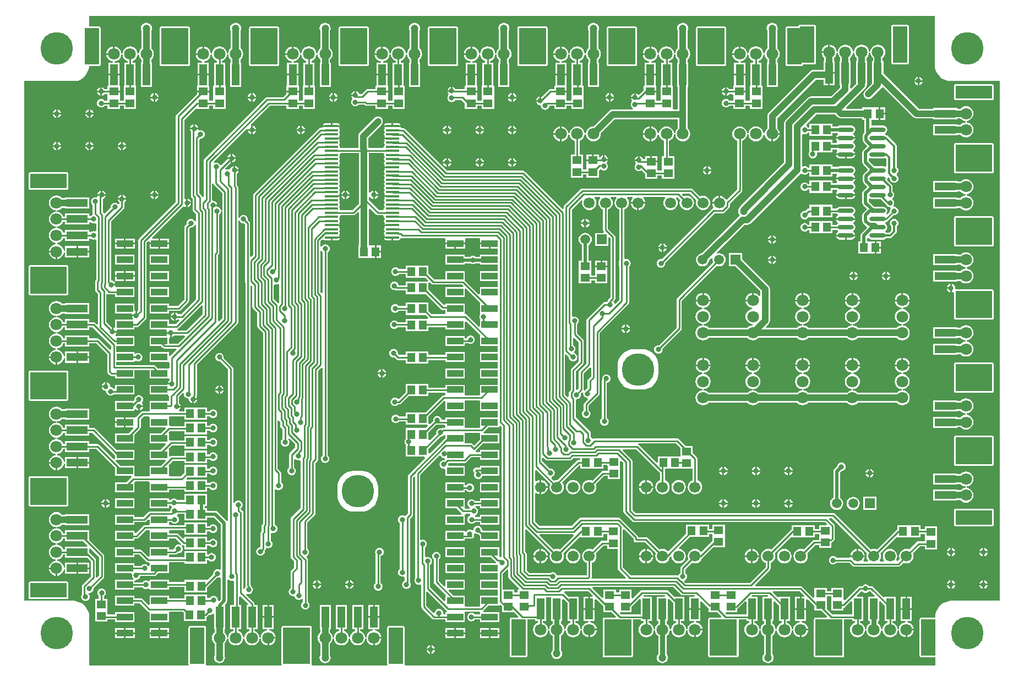
<source format=gtl>
G04 Layer_Physical_Order=1*
G04 Layer_Color=255*
%FSAX44Y44*%
%MOMM*%
G71*
G01*
G75*
%ADD10R,1.2000X3.2000*%
%ADD11R,3.2000X1.2000*%
%ADD12R,2.5000X1.0200*%
%ADD13R,1.4000X1.2000*%
%ADD14R,1.2000X1.4000*%
%ADD15O,2.0500X0.4000*%
%ADD16O,2.5000X0.7000*%
%ADD17C,0.2540*%
%ADD18C,0.5000*%
%ADD19C,1.0000*%
%ADD20C,0.3048*%
%ADD21C,0.7500*%
%ADD22C,1.8000*%
%ADD23C,1.7000*%
%ADD24C,1.5000*%
%ADD25R,1.5000X1.5000*%
%ADD26C,0.8000*%
%ADD27C,5.0000*%
%ADD28C,1.2000*%
G36*
X00842750Y00356750D02*
X00842750Y00300750D01*
X00820750Y00300750D01*
Y00356750D01*
X00842750Y00356750D01*
D02*
G37*
G36*
X00699750Y00300750D02*
X00680250Y00300750D01*
Y00300750D01*
X00658250Y00300750D01*
Y00356750D01*
X00677750Y00356750D01*
Y00356750D01*
X00699750D01*
X00699750Y00300750D01*
D02*
G37*
G36*
X00537250D02*
X00515250Y00300750D01*
Y00356750D01*
X00537250D01*
X00537250Y00300750D01*
D02*
G37*
G36*
X01661500Y00369250D02*
X01661500Y00313250D01*
X01639500Y00313250D01*
Y00369250D01*
X01661500Y00369250D01*
D02*
G37*
G36*
X00374750Y01279500D02*
Y01223500D01*
X00352750Y01223500D01*
X00352750Y01279500D01*
X00374750Y01279500D01*
D02*
G37*
G36*
X01660250Y01225433D02*
Y01221902D01*
X01660618Y01218171D01*
X01662070Y01213383D01*
X01664429Y01208970D01*
X01667603Y01205103D01*
X01671470Y01201928D01*
X01675883Y01199570D01*
X01680671Y01198118D01*
X01684402Y01197750D01*
X01760250D01*
Y00397750D01*
X01685104D01*
X01681373Y00397383D01*
X01676585Y00395930D01*
X01672172Y00393572D01*
X01668304Y00390397D01*
X01665130Y00386530D01*
X01662772Y00382117D01*
X01661319Y00377329D01*
X01660952Y00373598D01*
X01659180Y00371799D01*
X01639500Y00371799D01*
X01638525Y00371605D01*
X01637698Y00371052D01*
X01637145Y00370225D01*
X01636951Y00369250D01*
Y00313250D01*
X01637145Y00312275D01*
X01637698Y00311448D01*
X01638525Y00310895D01*
X01639500Y00310701D01*
X01660952Y00310701D01*
Y00297750D01*
X00846086D01*
X00845089Y00299750D01*
X00845105Y00299774D01*
X00845299Y00300750D01*
X00845299Y00356750D01*
X00845105Y00357725D01*
X00844552Y00358552D01*
X00843725Y00359105D01*
X00842750Y00359299D01*
X00820750Y00359299D01*
X00819775Y00359105D01*
X00818948Y00358552D01*
X00818395Y00357725D01*
X00818201Y00356750D01*
Y00300750D01*
X00818395Y00299775D01*
X00818411Y00299750D01*
X00817414Y00297750D01*
X00703086D01*
X00702088Y00299750D01*
X00702105Y00299774D01*
X00702299Y00300750D01*
X00702299Y00356750D01*
X00702105Y00357725D01*
X00701552Y00358552D01*
X00700725Y00359105D01*
X00699750Y00359299D01*
X00677750D01*
X00677750Y00359299D01*
X00658250Y00359299D01*
X00657275Y00359105D01*
X00656448Y00358552D01*
X00655895Y00357725D01*
X00655701Y00356750D01*
Y00300750D01*
X00655895Y00299775D01*
X00655911Y00299750D01*
X00654914Y00297750D01*
X00540586D01*
X00539589Y00299750D01*
X00539605Y00299774D01*
X00539799Y00300750D01*
X00539799Y00356750D01*
X00539605Y00357725D01*
X00539052Y00358552D01*
X00538225Y00359105D01*
X00537250Y00359299D01*
X00515250D01*
X00514275Y00359105D01*
X00513448Y00358552D01*
X00512895Y00357725D01*
X00512701Y00356750D01*
Y00300750D01*
X00512895Y00299775D01*
X00512911Y00299750D01*
X00511914Y00297750D01*
X00360250D01*
Y00370067D01*
Y00373598D01*
X00359883Y00377329D01*
X00358430Y00382117D01*
X00356072Y00386530D01*
X00352897Y00390397D01*
X00349030Y00393572D01*
X00344617Y00395930D01*
X00339829Y00397383D01*
X00336098Y00397750D01*
X00260250D01*
Y01198118D01*
X00340682D01*
X00343226Y01198453D01*
X00346391Y01199763D01*
X00348427Y01201326D01*
X00349030Y01201928D01*
X00353693Y01206592D01*
X00356072Y01209490D01*
X00358430Y01213903D01*
X00359883Y01218690D01*
X00360105Y01220951D01*
X00374750Y01220951D01*
X00375725Y01221145D01*
X00376552Y01221698D01*
X00377105Y01222525D01*
X00377299Y01223500D01*
Y01279500D01*
X00377105Y01280475D01*
X00376552Y01281302D01*
X00375725Y01281855D01*
X00374750Y01282049D01*
X00360250Y01282049D01*
Y01297750D01*
X01660250D01*
Y01225433D01*
D02*
G37*
%LPC*%
G36*
X01708250Y00821866D02*
X01705248Y00821471D01*
X01702451Y00820312D01*
X01700048Y00818468D01*
X01699547Y00817815D01*
X01694750D01*
Y00818750D01*
X01657750D01*
Y00801750D01*
X01694750D01*
Y00802685D01*
X01699572D01*
X01700048Y00802065D01*
X01702451Y00800221D01*
X01705248Y00799063D01*
X01707088Y00798820D01*
X01707431Y00798775D01*
Y00796758D01*
X01707088Y00796713D01*
X01705248Y00796471D01*
X01702451Y00795312D01*
X01700048Y00793468D01*
X01699547Y00792815D01*
X01694750D01*
Y00793750D01*
X01657750D01*
Y00776750D01*
X01694750D01*
Y00777685D01*
X01699572D01*
X01700048Y00777065D01*
X01702451Y00775221D01*
X01705248Y00774063D01*
X01708250Y00773667D01*
X01711252Y00774063D01*
X01714050Y00775221D01*
X01716452Y00777065D01*
X01718295Y00779467D01*
X01719454Y00782264D01*
X01719849Y00785267D01*
X01719454Y00788269D01*
X01718295Y00791066D01*
X01716452Y00793468D01*
X01714050Y00795312D01*
X01711252Y00796471D01*
X01709412Y00796713D01*
X01709069Y00796758D01*
Y00798775D01*
X01709412Y00798820D01*
X01711252Y00799063D01*
X01714050Y00800221D01*
X01716452Y00802065D01*
X01718295Y00804467D01*
X01719454Y00807264D01*
X01719849Y00810267D01*
X01719454Y00813269D01*
X01718295Y00816066D01*
X01716452Y00818468D01*
X01714050Y00820312D01*
X01711252Y00821471D01*
X01708250Y00821866D01*
D02*
G37*
G36*
X01186520Y00822929D02*
Y00817770D01*
X01191679D01*
X01191622Y00818207D01*
X01190963Y00819798D01*
X01189914Y00821164D01*
X01188548Y00822213D01*
X01186957Y00822872D01*
X01186520Y00822929D01*
D02*
G37*
G36*
X01183980D02*
X01183543Y00822872D01*
X01181952Y00822213D01*
X01180586Y00821164D01*
X01179537Y00819798D01*
X01178878Y00818207D01*
X01178821Y00817770D01*
X01183980D01*
Y00822929D01*
D02*
G37*
G36*
X00360040Y00781290D02*
X00342770D01*
Y00774020D01*
X00360040D01*
Y00781290D01*
D02*
G37*
G36*
X00633980Y00391290D02*
X00626710D01*
Y00374020D01*
X00633980D01*
Y00391290D01*
D02*
G37*
G36*
X00828000Y00785556D02*
X00826303Y00785333D01*
X00824722Y00784678D01*
X00823364Y00783636D01*
X00822322Y00782278D01*
X00821667Y00780697D01*
X00821444Y00779000D01*
X00821667Y00777303D01*
X00822322Y00775722D01*
X00823364Y00774364D01*
X00824722Y00773322D01*
X00826303Y00772667D01*
X00828000Y00772444D01*
X00828990Y00772574D01*
X00832032Y00769532D01*
X00833279Y00768699D01*
X00834750Y00768406D01*
X00834750Y00768406D01*
X00846750D01*
Y00762750D01*
X00862750D01*
X00864250Y00762750D01*
X00865750Y00762750D01*
X00881750D01*
Y00768406D01*
X00907750D01*
Y00765150D01*
X00937750D01*
Y00780350D01*
X00907750D01*
Y00776094D01*
X00881750D01*
Y00781750D01*
X00865750D01*
X00864250Y00781750D01*
X00862750Y00781750D01*
X00846750D01*
Y00776094D01*
X00836342D01*
X00834426Y00778010D01*
X00834556Y00779000D01*
X00834333Y00780697D01*
X00833678Y00782278D01*
X00832636Y00783636D01*
X00831278Y00784678D01*
X00829697Y00785333D01*
X00828000Y00785556D01*
D02*
G37*
G36*
X01191679Y00815230D02*
X01186520D01*
Y00810071D01*
X01186957Y00810128D01*
X01188548Y00810787D01*
X01189914Y00811836D01*
X01190963Y00813202D01*
X01191622Y00814793D01*
X01191679Y00815230D01*
D02*
G37*
G36*
X01183980D02*
X01178821D01*
X01178878Y00814793D01*
X01179537Y00813202D01*
X01180586Y00811836D01*
X01181952Y00810787D01*
X01183543Y00810128D01*
X01183980Y00810071D01*
Y00815230D01*
D02*
G37*
G36*
X00946250Y00806306D02*
X00944553Y00806083D01*
X00942972Y00805428D01*
X00941614Y00804386D01*
X00940572Y00803028D01*
X00939978Y00801594D01*
X00937750D01*
Y00805350D01*
X00907750D01*
Y00790150D01*
X00937750D01*
Y00793906D01*
X00943373D01*
X00944553Y00793417D01*
X00946250Y00793194D01*
X00947947Y00793417D01*
X00949528Y00794072D01*
X00950886Y00795114D01*
X00951928Y00796472D01*
X00952583Y00798053D01*
X00952806Y00799750D01*
X00952583Y00801447D01*
X00951928Y00803028D01*
X00950886Y00804386D01*
X00949528Y00805428D01*
X00947947Y00806083D01*
X00946250Y00806306D01*
D02*
G37*
G36*
X01611520Y00871722D02*
Y00861520D01*
X01621722D01*
X01621493Y00863263D01*
X01620330Y00866070D01*
X01618480Y00868480D01*
X01616070Y00870330D01*
X01613262Y00871493D01*
X01611520Y00871722D01*
D02*
G37*
G36*
X01305270D02*
Y00861520D01*
X01315472D01*
X01315243Y00863263D01*
X01314080Y00866070D01*
X01312230Y00868480D01*
X01309820Y00870330D01*
X01307012Y00871493D01*
X01305270Y00871722D01*
D02*
G37*
G36*
X01608980Y00871722D02*
X01607237Y00871493D01*
X01604430Y00870330D01*
X01602020Y00868480D01*
X01600170Y00866070D01*
X01599007Y00863263D01*
X01598778Y00861520D01*
X01608980D01*
Y00871722D01*
D02*
G37*
G36*
X01532417D02*
X01530675Y00871493D01*
X01527868Y00870330D01*
X01525457Y00868480D01*
X01523607Y00866070D01*
X01522444Y00863263D01*
X01522215Y00861520D01*
X01532417D01*
Y00871722D01*
D02*
G37*
G36*
X01458395D02*
Y00861520D01*
X01468597D01*
X01468368Y00863263D01*
X01467205Y00866070D01*
X01465355Y00868480D01*
X01462945Y00870330D01*
X01460137Y00871493D01*
X01458395Y00871722D01*
D02*
G37*
G36*
X01455855D02*
X01454112Y00871493D01*
X01451305Y00870330D01*
X01448895Y00868480D01*
X01447045Y00866070D01*
X01445882Y00863263D01*
X01445653Y00861520D01*
X01455855D01*
Y00871722D01*
D02*
G37*
G36*
X01534957Y00871722D02*
Y00861520D01*
X01545160D01*
X01544930Y00863263D01*
X01543768Y00866070D01*
X01541918Y00868480D01*
X01539507Y00870330D01*
X01536700Y00871493D01*
X01534957Y00871722D01*
D02*
G37*
G36*
X01686520Y00885429D02*
Y00879000D01*
Y00872571D01*
X01686957Y00872628D01*
X01687701Y00872936D01*
X01689701Y00871827D01*
Y00852750D01*
X01689701Y00852750D01*
X01689701Y00833250D01*
X01689895Y00832275D01*
X01690448Y00831448D01*
X01691275Y00830895D01*
X01692250Y00830701D01*
X01748250D01*
X01749225Y00830895D01*
X01750052Y00831448D01*
X01750605Y00832275D01*
X01750799Y00833250D01*
X01750799Y00853250D01*
X01750799Y00853250D01*
Y00874750D01*
X01750605Y00875725D01*
X01750052Y00876552D01*
X01749225Y00877105D01*
X01748250Y00877299D01*
X01693640Y00877299D01*
X01691876Y00878972D01*
X01691813Y00879251D01*
X01691622Y00880707D01*
X01690963Y00882298D01*
X01689914Y00883664D01*
X01688548Y00884713D01*
X01686957Y00885372D01*
X01686520Y00885429D01*
D02*
G37*
G36*
X00490230Y00833980D02*
X00485071D01*
X00485128Y00833543D01*
X00485787Y00831952D01*
X00486836Y00830586D01*
X00488202Y00829537D01*
X00489793Y00828878D01*
X00490230Y00828821D01*
Y00833980D01*
D02*
G37*
G36*
X00379000Y00416806D02*
X00377303Y00416583D01*
X00375722Y00415928D01*
X00374364Y00414886D01*
X00373322Y00413528D01*
X00372667Y00411947D01*
X00372444Y00410250D01*
X00372667Y00408553D01*
X00373322Y00406972D01*
X00374364Y00405614D01*
X00374656Y00405390D01*
Y00400500D01*
X00369000D01*
Y00384500D01*
X00369000Y00383000D01*
X00369000Y00381500D01*
Y00365500D01*
X00388000D01*
Y00368906D01*
X00399750D01*
Y00365150D01*
X00429750D01*
Y00380350D01*
X00399750D01*
Y00376594D01*
X00388000D01*
X00388000Y00383000D01*
X00388000Y00384500D01*
Y00400500D01*
X00382344D01*
Y00404623D01*
X00383636Y00405614D01*
X00384678Y00406972D01*
X00385333Y00408553D01*
X00385556Y00410250D01*
X00385333Y00411947D01*
X00384678Y00413528D01*
X00383636Y00414886D01*
X00382278Y00415928D01*
X00380697Y00416583D01*
X00379000Y00416806D01*
D02*
G37*
G36*
X00490230Y00841679D02*
X00489793Y00841622D01*
X00488202Y00840963D01*
X00486836Y00839914D01*
X00485787Y00838548D01*
X00485128Y00836957D01*
X00485071Y00836520D01*
X00490230D01*
Y00841679D01*
D02*
G37*
G36*
X01302730Y00871722D02*
X01300988Y00871493D01*
X01298180Y00870330D01*
X01295770Y00868480D01*
X01293920Y00866070D01*
X01292757Y00863263D01*
X01292528Y00861520D01*
X01302730D01*
Y00871722D01*
D02*
G37*
G36*
X01379293D02*
X01377550Y00871493D01*
X01374743Y00870330D01*
X01372332Y00868480D01*
X01370482Y00866070D01*
X01369319Y00863263D01*
X01369090Y00861520D01*
X01379293D01*
Y00871722D01*
D02*
G37*
G36*
X00429750Y00855350D02*
X00399750D01*
Y00840150D01*
X00424415D01*
X00425586Y00838796D01*
X00425838Y00838150D01*
X00425821Y00838020D01*
X00430980D01*
Y00843865D01*
X00429750Y00844798D01*
Y00855350D01*
D02*
G37*
G36*
X00937750Y00755350D02*
X00907750D01*
Y00740150D01*
X00937750D01*
Y00755350D01*
D02*
G37*
G36*
X00384146Y00734013D02*
X00383709Y00733955D01*
X00382118Y00733296D01*
X00380752Y00732248D01*
X00379704Y00730882D01*
X00379045Y00729291D01*
X00378987Y00728854D01*
X00384146D01*
Y00734013D01*
D02*
G37*
G36*
X00561520Y00729179D02*
Y00724020D01*
X00566679D01*
X00566622Y00724457D01*
X00565963Y00726048D01*
X00564914Y00727414D01*
X00563548Y00728463D01*
X00561957Y00729122D01*
X00561520Y00729179D01*
D02*
G37*
G36*
X00808980Y00754179D02*
X00808543Y00754122D01*
X00806952Y00753463D01*
X00805586Y00752414D01*
X00804537Y00751048D01*
X00803878Y00749457D01*
X00803821Y00749020D01*
X00808980D01*
Y00754179D01*
D02*
G37*
G36*
X00816679Y00746480D02*
X00811520D01*
Y00741321D01*
X00811957Y00741378D01*
X00813548Y00742037D01*
X00814914Y00743086D01*
X00815963Y00744452D01*
X00816622Y00746043D01*
X00816679Y00746480D01*
D02*
G37*
G36*
X00808980D02*
X00803821D01*
X00803878Y00746043D01*
X00804537Y00744452D01*
X00805586Y00743086D01*
X00806952Y00742037D01*
X00808543Y00741378D01*
X00808980Y00741321D01*
Y00746480D01*
D02*
G37*
G36*
X00796480Y00391290D02*
X00789210D01*
Y00374020D01*
X00796480D01*
Y00391290D01*
D02*
G37*
G36*
X01692250Y00764799D02*
X01691275Y00764605D01*
X01690448Y00764052D01*
X01689895Y00763225D01*
X01689701Y00762250D01*
Y00740250D01*
X01689701Y00740250D01*
X01689701Y00720750D01*
X01689895Y00719775D01*
X01690448Y00718948D01*
X01691275Y00718395D01*
X01692250Y00718201D01*
X01748250D01*
X01749225Y00718395D01*
X01750052Y00718948D01*
X01750605Y00719775D01*
X01750799Y00720750D01*
X01750799Y00740750D01*
X01750799Y00740750D01*
Y00762250D01*
X01750605Y00763225D01*
X01750052Y00764052D01*
X01749225Y00764605D01*
X01748250Y00764799D01*
X01692250Y00764799D01*
D02*
G37*
G36*
X01468597Y00758980D02*
X01457125D01*
X01445653D01*
X01445882Y00757237D01*
X01447045Y00754430D01*
X01448895Y00752020D01*
X01451305Y00750170D01*
X01454112Y00749007D01*
X01456100Y00748745D01*
X01456153Y00748738D01*
Y00746721D01*
X01456100Y00746714D01*
X01454123Y00746454D01*
X01451325Y00745295D01*
X01448923Y00743452D01*
X01447080Y00741050D01*
X01445921Y00738252D01*
X01445526Y00735250D01*
X01445921Y00732248D01*
X01447080Y00729450D01*
X01448923Y00727048D01*
X01451325Y00725205D01*
X01454123Y00724046D01*
X01455963Y00723804D01*
X01456306Y00723759D01*
Y00721741D01*
X01455963Y00721696D01*
X01454123Y00721454D01*
X01451325Y00720295D01*
X01448923Y00718452D01*
X01448434Y00717815D01*
X01389253D01*
X01388764Y00718452D01*
X01386362Y00720295D01*
X01383565Y00721454D01*
X01381725Y00721696D01*
X01381382Y00721741D01*
Y00723759D01*
X01381725Y00723804D01*
X01383565Y00724046D01*
X01386362Y00725205D01*
X01388764Y00727048D01*
X01390608Y00729450D01*
X01391767Y00732248D01*
X01392162Y00735250D01*
X01391767Y00738252D01*
X01390608Y00741050D01*
X01388764Y00743452D01*
X01386362Y00745295D01*
X01383565Y00746454D01*
X01381587Y00746714D01*
X01381535Y00746721D01*
Y00748738D01*
X01381587Y00748745D01*
X01383575Y00749007D01*
X01386382Y00750170D01*
X01388793Y00752020D01*
X01390643Y00754430D01*
X01391805Y00757237D01*
X01392035Y00758980D01*
X01380563D01*
X01369090D01*
X01369319Y00757237D01*
X01370482Y00754430D01*
X01372332Y00752020D01*
X01374743Y00750170D01*
X01377550Y00749007D01*
X01379538Y00748745D01*
X01379590Y00748738D01*
Y00746721D01*
X01379538Y00746714D01*
X01377560Y00746454D01*
X01374763Y00745295D01*
X01372361Y00743452D01*
X01370517Y00741050D01*
X01369359Y00738252D01*
X01368963Y00735250D01*
X01369359Y00732248D01*
X01370517Y00729450D01*
X01372361Y00727048D01*
X01374763Y00725205D01*
X01377560Y00724046D01*
X01379400Y00723804D01*
X01379743Y00723759D01*
Y00721741D01*
X01379400Y00721696D01*
X01377560Y00721454D01*
X01374763Y00720295D01*
X01372361Y00718452D01*
X01371872Y00717815D01*
X01312691D01*
X01312202Y00718452D01*
X01309800Y00720295D01*
X01307002Y00721454D01*
X01305162Y00721696D01*
X01304819Y00721741D01*
Y00723759D01*
X01305162Y00723804D01*
X01307002Y00724046D01*
X01309800Y00725205D01*
X01312202Y00727048D01*
X01314045Y00729450D01*
X01315204Y00732248D01*
X01315599Y00735250D01*
X01315204Y00738252D01*
X01314045Y00741050D01*
X01312202Y00743452D01*
X01309800Y00745295D01*
X01307002Y00746454D01*
X01305025Y00746714D01*
X01304972Y00746721D01*
Y00748738D01*
X01305025Y00748745D01*
X01307012Y00749007D01*
X01309820Y00750170D01*
X01312230Y00752020D01*
X01314080Y00754430D01*
X01315243Y00757237D01*
X01315472Y00758980D01*
X01304000D01*
X01292528D01*
X01292757Y00757237D01*
X01293920Y00754430D01*
X01295770Y00752020D01*
X01298180Y00750170D01*
X01300988Y00749007D01*
X01302975Y00748745D01*
X01303028Y00748738D01*
Y00746721D01*
X01302975Y00746714D01*
X01300998Y00746454D01*
X01298200Y00745295D01*
X01295798Y00743452D01*
X01293955Y00741050D01*
X01292796Y00738252D01*
X01292401Y00735250D01*
X01292796Y00732248D01*
X01293955Y00729450D01*
X01295798Y00727048D01*
X01298200Y00725205D01*
X01300998Y00724046D01*
X01302838Y00723804D01*
X01303181Y00723759D01*
Y00721741D01*
X01302838Y00721696D01*
X01300998Y00721454D01*
X01298200Y00720295D01*
X01295798Y00718452D01*
X01293955Y00716050D01*
X01292796Y00713252D01*
X01292401Y00710250D01*
X01292796Y00707248D01*
X01293955Y00704450D01*
X01295798Y00702048D01*
X01298200Y00700205D01*
X01300998Y00699046D01*
X01304000Y00698651D01*
X01307002Y00699046D01*
X01309800Y00700205D01*
X01312202Y00702048D01*
X01312691Y00702685D01*
X01371872D01*
X01372361Y00702048D01*
X01374763Y00700205D01*
X01377560Y00699046D01*
X01380562Y00698651D01*
X01383565Y00699046D01*
X01386362Y00700205D01*
X01388764Y00702048D01*
X01389253Y00702685D01*
X01448434D01*
X01448923Y00702048D01*
X01451325Y00700205D01*
X01454123Y00699046D01*
X01457125Y00698651D01*
X01460127Y00699046D01*
X01462925Y00700205D01*
X01465327Y00702048D01*
X01465816Y00702685D01*
X01524997D01*
X01525486Y00702048D01*
X01527888Y00700205D01*
X01530685Y00699046D01*
X01533687Y00698651D01*
X01536690Y00699046D01*
X01539487Y00700205D01*
X01541889Y00702048D01*
X01542378Y00702685D01*
X01601559D01*
X01602048Y00702048D01*
X01604450Y00700205D01*
X01607248Y00699046D01*
X01610250Y00698651D01*
X01613252Y00699046D01*
X01616049Y00700205D01*
X01618452Y00702048D01*
X01620295Y00704450D01*
X01621454Y00707248D01*
X01621849Y00710250D01*
X01621454Y00713252D01*
X01620295Y00716050D01*
X01618452Y00718452D01*
X01616049Y00720295D01*
X01613252Y00721454D01*
X01611412Y00721696D01*
X01611069Y00721741D01*
Y00723759D01*
X01611412Y00723804D01*
X01613252Y00724046D01*
X01616049Y00725205D01*
X01618452Y00727048D01*
X01620295Y00729450D01*
X01621454Y00732248D01*
X01621849Y00735250D01*
X01621454Y00738252D01*
X01620295Y00741050D01*
X01618452Y00743452D01*
X01616049Y00745295D01*
X01613252Y00746454D01*
X01611275Y00746714D01*
X01611222Y00746721D01*
Y00748738D01*
X01611275Y00748745D01*
X01613262Y00749007D01*
X01616070Y00750170D01*
X01618480Y00752020D01*
X01620330Y00754430D01*
X01621493Y00757237D01*
X01621722Y00758980D01*
X01610250D01*
X01598778D01*
X01599007Y00757237D01*
X01600170Y00754430D01*
X01602020Y00752020D01*
X01604430Y00750170D01*
X01607237Y00749007D01*
X01609225Y00748745D01*
X01609277Y00748738D01*
Y00746721D01*
X01609225Y00746714D01*
X01607248Y00746454D01*
X01604450Y00745295D01*
X01602048Y00743452D01*
X01600205Y00741050D01*
X01599046Y00738252D01*
X01598651Y00735250D01*
X01599046Y00732248D01*
X01600205Y00729450D01*
X01602048Y00727048D01*
X01604450Y00725205D01*
X01607248Y00724046D01*
X01609088Y00723804D01*
X01609431Y00723759D01*
Y00721741D01*
X01609088Y00721696D01*
X01607248Y00721454D01*
X01604450Y00720295D01*
X01602048Y00718452D01*
X01601559Y00717815D01*
X01542378D01*
X01541889Y00718452D01*
X01539487Y00720295D01*
X01536690Y00721454D01*
X01534850Y00721696D01*
X01534507Y00721741D01*
Y00723759D01*
X01534850Y00723804D01*
X01536690Y00724046D01*
X01539487Y00725205D01*
X01541889Y00727048D01*
X01543733Y00729450D01*
X01544891Y00732248D01*
X01545287Y00735250D01*
X01544891Y00738252D01*
X01543733Y00741050D01*
X01541889Y00743452D01*
X01539487Y00745295D01*
X01536690Y00746454D01*
X01534712Y00746714D01*
X01534660Y00746721D01*
Y00748738D01*
X01534712Y00748745D01*
X01536700Y00749007D01*
X01539507Y00750170D01*
X01541918Y00752020D01*
X01543768Y00754430D01*
X01544930Y00757237D01*
X01545160Y00758980D01*
X01533687D01*
X01522215D01*
X01522444Y00757237D01*
X01523607Y00754430D01*
X01525457Y00752020D01*
X01527868Y00750170D01*
X01530675Y00749007D01*
X01532663Y00748745D01*
X01532715Y00748738D01*
Y00746721D01*
X01532663Y00746714D01*
X01530685Y00746454D01*
X01527888Y00745295D01*
X01525486Y00743452D01*
X01523642Y00741050D01*
X01522484Y00738252D01*
X01522088Y00735250D01*
X01522484Y00732248D01*
X01523642Y00729450D01*
X01525486Y00727048D01*
X01527888Y00725205D01*
X01530685Y00724046D01*
X01532525Y00723804D01*
X01532868Y00723759D01*
Y00721741D01*
X01532525Y00721696D01*
X01530685Y00721454D01*
X01527888Y00720295D01*
X01525486Y00718452D01*
X01524997Y00717815D01*
X01465816D01*
X01465327Y00718452D01*
X01462925Y00720295D01*
X01460127Y00721454D01*
X01458287Y00721696D01*
X01457944Y00721741D01*
Y00723759D01*
X01458287Y00723804D01*
X01460127Y00724046D01*
X01462925Y00725205D01*
X01465327Y00727048D01*
X01467170Y00729450D01*
X01468329Y00732248D01*
X01468724Y00735250D01*
X01468329Y00738252D01*
X01467170Y00741050D01*
X01465327Y00743452D01*
X01462925Y00745295D01*
X01460127Y00746454D01*
X01458150Y00746714D01*
X01458097Y00746721D01*
Y00748738D01*
X01458150Y00748745D01*
X01460137Y00749007D01*
X01462945Y00750170D01*
X01465355Y00752020D01*
X01467205Y00754430D01*
X01468368Y00757237D01*
X01468597Y00758980D01*
D02*
G37*
G36*
X00558980Y00729179D02*
X00558543Y00729122D01*
X00556952Y00728463D01*
X00555586Y00727414D01*
X00554537Y00726048D01*
X00553878Y00724457D01*
X00553821Y00724020D01*
X00558980D01*
Y00729179D01*
D02*
G37*
G36*
X01211098Y00785250D02*
X01196902D01*
X01193171Y00784883D01*
X01188383Y00783430D01*
X01183970Y00781071D01*
X01180103Y00777897D01*
X01176928Y00774030D01*
X01174570Y00769617D01*
X01173118Y00764829D01*
X01172750Y00761098D01*
Y00746902D01*
X01173118Y00743171D01*
X01174570Y00738383D01*
X01176928Y00733970D01*
X01180103Y00730103D01*
X01183970Y00726928D01*
X01188383Y00724570D01*
X01193171Y00723118D01*
X01196902Y00722750D01*
X01211098D01*
X01214829Y00723118D01*
X01219617Y00724570D01*
X01224030Y00726928D01*
X01227897Y00730103D01*
X01231071Y00733970D01*
X01233430Y00738383D01*
X01234883Y00743171D01*
X01235250Y00746902D01*
Y00761098D01*
X01234883Y00764829D01*
X01233430Y00769617D01*
X01231071Y00774030D01*
X01227897Y00777897D01*
X01224030Y00781071D01*
X01219617Y00783430D01*
X01214829Y00784883D01*
X01211098Y00785250D01*
D02*
G37*
G36*
X00643790Y00391290D02*
X00636520D01*
Y00374020D01*
X00643790D01*
Y00391290D01*
D02*
G37*
G36*
X00811520Y00754179D02*
Y00749020D01*
X00816679D01*
X00816622Y00749457D01*
X00815963Y00751048D01*
X00814914Y00752414D01*
X00813548Y00753463D01*
X00811957Y00754122D01*
X00811520Y00754179D01*
D02*
G37*
G36*
X01534957Y00771722D02*
Y00761520D01*
X01545160D01*
X01544930Y00763263D01*
X01543768Y00766070D01*
X01541918Y00768480D01*
X01539507Y00770330D01*
X01536700Y00771493D01*
X01534957Y00771722D01*
D02*
G37*
G36*
X01532417Y00771722D02*
X01530675Y00771493D01*
X01527868Y00770330D01*
X01525457Y00768480D01*
X01523607Y00766070D01*
X01522444Y00763263D01*
X01522215Y00761520D01*
X01532417D01*
Y00771722D01*
D02*
G37*
G36*
X01611520Y00771722D02*
Y00761520D01*
X01621722D01*
X01621493Y00763263D01*
X01620330Y00766070D01*
X01618480Y00768480D01*
X01616070Y00770330D01*
X01613262Y00771493D01*
X01611520Y00771722D01*
D02*
G37*
G36*
X00360040Y00771480D02*
X00342770D01*
Y00764210D01*
X00360040D01*
Y00771480D01*
D02*
G37*
G36*
X01458395Y00771722D02*
Y00761520D01*
X01468597D01*
X01468368Y00763263D01*
X01467205Y00766070D01*
X01465355Y00768480D01*
X01462945Y00770330D01*
X01460137Y00771493D01*
X01458395Y00771722D01*
D02*
G37*
G36*
X01455855D02*
X01454112Y00771493D01*
X01451305Y00770330D01*
X01448895Y00768480D01*
X01447045Y00766070D01*
X01445882Y00763263D01*
X01445653Y00761520D01*
X01455855D01*
Y00771722D01*
D02*
G37*
G36*
X01381833Y00771722D02*
Y00761520D01*
X01392035D01*
X01391805Y00763263D01*
X01390643Y00766070D01*
X01388793Y00768480D01*
X01386382Y00770330D01*
X01383575Y00771493D01*
X01381833Y00771722D01*
D02*
G37*
G36*
X01379293Y00771722D02*
X01377550Y00771493D01*
X01374743Y00770330D01*
X01372332Y00768480D01*
X01370482Y00766070D01*
X01369319Y00763263D01*
X01369090Y00761520D01*
X01379293D01*
Y00771722D01*
D02*
G37*
G36*
X00308230Y00771480D02*
X00298028D01*
X00298257Y00769737D01*
X00299420Y00766930D01*
X00301270Y00764520D01*
X00303680Y00762670D01*
X00306487Y00761507D01*
X00308230Y00761278D01*
Y00771480D01*
D02*
G37*
G36*
X01305270Y00771722D02*
Y00761520D01*
X01315472D01*
X01315243Y00763263D01*
X01314080Y00766070D01*
X01312230Y00768480D01*
X01309820Y00770330D01*
X01307012Y00771493D01*
X01305270Y00771722D01*
D02*
G37*
G36*
X01608980Y00771722D02*
X01607237Y00771493D01*
X01604430Y00770330D01*
X01602020Y00768480D01*
X01600170Y00766070D01*
X01599007Y00763263D01*
X01598778Y00761520D01*
X01608980D01*
Y00771722D01*
D02*
G37*
G36*
X01302730D02*
X01300988Y00771493D01*
X01298180Y00770330D01*
X01295770Y00768480D01*
X01293920Y00766070D01*
X01292757Y00763263D01*
X01292528Y00761520D01*
X01302730D01*
Y00771722D01*
D02*
G37*
G36*
X00429790Y00946480D02*
X00416020D01*
Y00940110D01*
X00429790D01*
Y00946480D01*
D02*
G37*
G36*
X00413480D02*
X00399710D01*
Y00940110D01*
X00413480D01*
Y00946480D01*
D02*
G37*
G36*
X00360040Y00943790D02*
X00342770D01*
Y00936520D01*
X00360040D01*
Y00943790D01*
D02*
G37*
G36*
X00921480Y00946480D02*
X00907710D01*
Y00940110D01*
X00921480D01*
Y00946480D01*
D02*
G37*
G36*
X00482790D02*
X00469020D01*
Y00940110D01*
X00482790D01*
Y00946480D01*
D02*
G37*
G36*
X00466480D02*
X00452710D01*
Y00940110D01*
X00466480D01*
Y00946480D01*
D02*
G37*
G36*
X01577790Y00940230D02*
X01570520D01*
Y00931960D01*
X01577790D01*
Y00940230D01*
D02*
G37*
G36*
X01708250Y00934366D02*
X01705248Y00933971D01*
X01702451Y00932812D01*
X01700048Y00930968D01*
X01699547Y00930315D01*
X01694750D01*
Y00931250D01*
X01657750D01*
Y00914250D01*
X01694750D01*
Y00915185D01*
X01699572D01*
X01700048Y00914565D01*
X01702451Y00912721D01*
X01705248Y00911563D01*
X01707088Y00911320D01*
X01707431Y00911275D01*
Y00909258D01*
X01707088Y00909213D01*
X01705248Y00908971D01*
X01702451Y00907812D01*
X01700048Y00905968D01*
X01699547Y00905315D01*
X01694750D01*
Y00906250D01*
X01657750D01*
Y00889250D01*
X01694750D01*
Y00890185D01*
X01699572D01*
X01700048Y00889565D01*
X01702451Y00887721D01*
X01705248Y00886563D01*
X01708250Y00886167D01*
X01711252Y00886563D01*
X01714050Y00887721D01*
X01716452Y00889565D01*
X01718295Y00891967D01*
X01719454Y00894764D01*
X01719849Y00897767D01*
X01719454Y00900769D01*
X01718295Y00903566D01*
X01716452Y00905968D01*
X01714050Y00907812D01*
X01711252Y00908971D01*
X01709412Y00909213D01*
X01709069Y00909258D01*
Y00911275D01*
X01709412Y00911320D01*
X01711252Y00911563D01*
X01714050Y00912721D01*
X01716452Y00914565D01*
X01718295Y00916967D01*
X01719454Y00919764D01*
X01719849Y00922767D01*
X01719454Y00925769D01*
X01718295Y00928566D01*
X01716452Y00930968D01*
X01714050Y00932812D01*
X01711252Y00933971D01*
X01708250Y00934366D01*
D02*
G37*
G36*
X00360040Y00933980D02*
X00342770D01*
Y00926710D01*
X00360040D01*
Y00933980D01*
D02*
G37*
G36*
X00801770Y00944790D02*
Y00936520D01*
X00809040D01*
Y00944790D01*
X00801770D01*
D02*
G37*
G36*
X01247929Y00940230D02*
X01242770D01*
Y00935071D01*
X01243207Y00935128D01*
X01244798Y00935787D01*
X01246164Y00936836D01*
X01247213Y00938202D01*
X01247872Y00939793D01*
X01247929Y00940230D01*
D02*
G37*
G36*
X01240230D02*
X01235071D01*
X01235128Y00939793D01*
X01235787Y00938202D01*
X01236836Y00936836D01*
X01238202Y00935787D01*
X01239793Y00935128D01*
X01240230Y00935071D01*
Y00940230D01*
D02*
G37*
G36*
X01416679Y00952730D02*
X01411520D01*
Y00947571D01*
X01411957Y00947628D01*
X01413548Y00948287D01*
X01414914Y00949336D01*
X01415963Y00950702D01*
X01416622Y00952293D01*
X01416679Y00952730D01*
D02*
G37*
G36*
X01408980D02*
X01403821D01*
X01403878Y00952293D01*
X01404537Y00950702D01*
X01405586Y00949336D01*
X01406952Y00948287D01*
X01408543Y00947628D01*
X01408980Y00947571D01*
Y00952730D01*
D02*
G37*
G36*
X00990790Y00355390D02*
X00977020D01*
Y00349020D01*
X00990790D01*
Y00355390D01*
D02*
G37*
G36*
X00482790Y00955390D02*
X00469020D01*
Y00949020D01*
X00482790D01*
Y00955390D01*
D02*
G37*
G36*
X00429790D02*
X00416020D01*
Y00949020D01*
X00429790D01*
Y00955390D01*
D02*
G37*
G36*
X00413480D02*
X00399710D01*
Y00949020D01*
X00413480D01*
Y00955390D01*
D02*
G37*
G36*
X01570520Y00951040D02*
Y00942770D01*
X01577790D01*
Y00951040D01*
X01570520D01*
D02*
G37*
G36*
X00974480Y00946480D02*
X00960710D01*
Y00940110D01*
X00974480D01*
Y00946480D01*
D02*
G37*
G36*
X00937790D02*
X00924020D01*
Y00940110D01*
X00937790D01*
Y00946480D01*
D02*
G37*
G36*
X01692250Y00989799D02*
X01691275Y00989605D01*
X01690448Y00989052D01*
X01689895Y00988225D01*
X01689701Y00987250D01*
Y00965250D01*
X01689701Y00965250D01*
X01689701Y00945750D01*
X01689895Y00944775D01*
X01690448Y00943948D01*
X01691275Y00943395D01*
X01692250Y00943201D01*
X01748250D01*
X01749225Y00943395D01*
X01750052Y00943948D01*
X01750605Y00944775D01*
X01750799Y00945750D01*
X01750799Y00965750D01*
X01750799Y00965750D01*
Y00987250D01*
X01750605Y00988225D01*
X01750052Y00989052D01*
X01749225Y00989605D01*
X01748250Y00989799D01*
X01692250Y00989799D01*
D02*
G37*
G36*
X01242770Y00947929D02*
Y00942770D01*
X01247929D01*
X01247872Y00943207D01*
X01247213Y00944798D01*
X01246164Y00946164D01*
X01244798Y00947213D01*
X01243207Y00947872D01*
X01242770Y00947929D01*
D02*
G37*
G36*
X01240230D02*
X01239793Y00947872D01*
X01238202Y00947213D01*
X01236836Y00946164D01*
X01235787Y00944798D01*
X01235128Y00943207D01*
X01235071Y00942770D01*
X01240230D01*
Y00947929D01*
D02*
G37*
G36*
X00809040Y00933980D02*
X00801770D01*
Y00925710D01*
X00809040D01*
Y00933980D01*
D02*
G37*
G36*
X01541679Y00896480D02*
X01536520D01*
Y00891321D01*
X01536957Y00891378D01*
X01538548Y00892037D01*
X01539914Y00893086D01*
X01540963Y00894452D01*
X01541622Y00896043D01*
X01541679Y00896480D01*
D02*
G37*
G36*
X01533980D02*
X01528821D01*
X01528878Y00896043D01*
X01529537Y00894452D01*
X01530586Y00893086D01*
X01531952Y00892037D01*
X01533543Y00891378D01*
X01533980Y00891321D01*
Y00896480D01*
D02*
G37*
G36*
X00482750Y00905350D02*
X00452750D01*
Y00890150D01*
X00482750D01*
Y00905350D01*
D02*
G37*
G36*
X00413480Y00905390D02*
X00399710D01*
Y00899020D01*
X00413480D01*
Y00905390D01*
D02*
G37*
G36*
X01591679Y00896480D02*
X01586520D01*
Y00891321D01*
X01586957Y00891378D01*
X01588548Y00892037D01*
X01589914Y00893086D01*
X01590963Y00894452D01*
X01591622Y00896043D01*
X01591679Y00896480D01*
D02*
G37*
G36*
X01583980D02*
X01578821D01*
X01578878Y00896043D01*
X01579537Y00894452D01*
X01580586Y00893086D01*
X01581952Y00892037D01*
X01583543Y00891378D01*
X01583980Y00891321D01*
Y00896480D01*
D02*
G37*
G36*
X00325500Y00914799D02*
X00269500D01*
X00268525Y00914605D01*
X00267698Y00914052D01*
X00267145Y00913225D01*
X00266951Y00912250D01*
X00266951Y00890250D01*
X00266951Y00890250D01*
X00266951Y00870750D01*
X00267145Y00869775D01*
X00267698Y00868948D01*
X00268524Y00868395D01*
X00269500Y00868201D01*
X00325500Y00868201D01*
X00326475Y00868395D01*
X00327302Y00868948D01*
X00327855Y00869775D01*
X00328049Y00870750D01*
Y00892750D01*
X00328049Y00892750D01*
X00328049Y00912250D01*
X00327855Y00913225D01*
X00327302Y00914052D01*
X00326475Y00914605D01*
X00325500Y00914799D01*
D02*
G37*
G36*
X01364000Y00932750D02*
X01344000D01*
Y00912750D01*
X01353302D01*
X01391748Y00874304D01*
Y00867915D01*
X01389748Y00867236D01*
X01388793Y00868480D01*
X01386382Y00870330D01*
X01383575Y00871493D01*
X01381833Y00871722D01*
Y00860250D01*
X01380563D01*
Y00858980D01*
X01369090D01*
X01369319Y00857237D01*
X01370482Y00854430D01*
X01372332Y00852020D01*
X01374743Y00850170D01*
X01377550Y00849007D01*
X01379538Y00848745D01*
X01379590Y00848738D01*
Y00846721D01*
X01379538Y00846714D01*
X01377560Y00846454D01*
X01374763Y00845295D01*
X01372361Y00843452D01*
X01370517Y00841050D01*
X01369359Y00838252D01*
X01368963Y00835250D01*
X01369359Y00832248D01*
X01370517Y00829450D01*
X01372361Y00827048D01*
X01374763Y00825205D01*
X01377560Y00824046D01*
X01379743Y00823759D01*
Y00821741D01*
X01377560Y00821454D01*
X01374763Y00820295D01*
X01372361Y00818452D01*
X01371872Y00817815D01*
X01312691D01*
X01312202Y00818452D01*
X01309800Y00820295D01*
X01307002Y00821454D01*
X01305162Y00821696D01*
X01304819Y00821741D01*
Y00823759D01*
X01305162Y00823804D01*
X01307002Y00824046D01*
X01309800Y00825205D01*
X01312202Y00827048D01*
X01314045Y00829450D01*
X01315204Y00832248D01*
X01315599Y00835250D01*
X01315204Y00838252D01*
X01314045Y00841050D01*
X01312202Y00843452D01*
X01309800Y00845295D01*
X01307002Y00846454D01*
X01305025Y00846714D01*
X01304972Y00846721D01*
Y00848738D01*
X01305025Y00848745D01*
X01307012Y00849007D01*
X01309820Y00850170D01*
X01312230Y00852020D01*
X01314080Y00854430D01*
X01315243Y00857237D01*
X01315472Y00858980D01*
X01304000D01*
X01292528D01*
X01292757Y00857237D01*
X01293920Y00854430D01*
X01295770Y00852020D01*
X01298180Y00850170D01*
X01300988Y00849007D01*
X01302975Y00848745D01*
X01303028Y00848738D01*
Y00846721D01*
X01302975Y00846714D01*
X01300998Y00846454D01*
X01298200Y00845295D01*
X01295798Y00843452D01*
X01293955Y00841050D01*
X01292796Y00838252D01*
X01292401Y00835250D01*
X01292796Y00832248D01*
X01293955Y00829450D01*
X01295798Y00827048D01*
X01298200Y00825205D01*
X01300998Y00824046D01*
X01302838Y00823804D01*
X01303181Y00823759D01*
Y00821741D01*
X01302838Y00821696D01*
X01300998Y00821454D01*
X01298200Y00820295D01*
X01295798Y00818452D01*
X01293955Y00816050D01*
X01292796Y00813252D01*
X01292401Y00810250D01*
X01292796Y00807248D01*
X01293955Y00804450D01*
X01295798Y00802048D01*
X01298200Y00800205D01*
X01300998Y00799046D01*
X01304000Y00798651D01*
X01307002Y00799046D01*
X01309800Y00800205D01*
X01312202Y00802048D01*
X01312691Y00802685D01*
X01371872D01*
X01372361Y00802048D01*
X01374763Y00800205D01*
X01377560Y00799046D01*
X01380562Y00798651D01*
X01383565Y00799046D01*
X01386362Y00800205D01*
X01388764Y00802048D01*
X01389253Y00802685D01*
X01448434D01*
X01448923Y00802048D01*
X01451325Y00800205D01*
X01454123Y00799046D01*
X01457125Y00798651D01*
X01460127Y00799046D01*
X01462925Y00800205D01*
X01465327Y00802048D01*
X01465816Y00802685D01*
X01524997D01*
X01525486Y00802048D01*
X01527888Y00800205D01*
X01530685Y00799046D01*
X01533687Y00798651D01*
X01536690Y00799046D01*
X01539487Y00800205D01*
X01541889Y00802048D01*
X01542378Y00802685D01*
X01601559D01*
X01602048Y00802048D01*
X01604450Y00800205D01*
X01607248Y00799046D01*
X01610250Y00798651D01*
X01613252Y00799046D01*
X01616049Y00800205D01*
X01618452Y00802048D01*
X01620295Y00804450D01*
X01621454Y00807248D01*
X01621849Y00810250D01*
X01621454Y00813252D01*
X01620295Y00816050D01*
X01618452Y00818452D01*
X01616049Y00820295D01*
X01613252Y00821454D01*
X01611412Y00821696D01*
X01611069Y00821741D01*
Y00823759D01*
X01611412Y00823804D01*
X01613252Y00824046D01*
X01616049Y00825205D01*
X01618452Y00827048D01*
X01620295Y00829450D01*
X01621454Y00832248D01*
X01621849Y00835250D01*
X01621454Y00838252D01*
X01620295Y00841050D01*
X01618452Y00843452D01*
X01616049Y00845295D01*
X01613252Y00846454D01*
X01611275Y00846714D01*
X01611222Y00846721D01*
Y00848738D01*
X01611275Y00848745D01*
X01613262Y00849007D01*
X01616070Y00850170D01*
X01618480Y00852020D01*
X01620330Y00854430D01*
X01621493Y00857237D01*
X01621722Y00858980D01*
X01610250D01*
X01598778D01*
X01599007Y00857237D01*
X01600170Y00854430D01*
X01602020Y00852020D01*
X01604430Y00850170D01*
X01607237Y00849007D01*
X01609225Y00848745D01*
X01609277Y00848738D01*
Y00846721D01*
X01609225Y00846714D01*
X01607248Y00846454D01*
X01604450Y00845295D01*
X01602048Y00843452D01*
X01600205Y00841050D01*
X01599046Y00838252D01*
X01598651Y00835250D01*
X01599046Y00832248D01*
X01600205Y00829450D01*
X01602048Y00827048D01*
X01604450Y00825205D01*
X01607248Y00824046D01*
X01609088Y00823804D01*
X01609431Y00823759D01*
Y00821741D01*
X01609088Y00821696D01*
X01607248Y00821454D01*
X01604450Y00820295D01*
X01602048Y00818452D01*
X01601559Y00817815D01*
X01542378D01*
X01541889Y00818452D01*
X01539487Y00820295D01*
X01536690Y00821454D01*
X01534850Y00821696D01*
X01534507Y00821741D01*
Y00823759D01*
X01534850Y00823804D01*
X01536690Y00824046D01*
X01539487Y00825205D01*
X01541889Y00827048D01*
X01543733Y00829450D01*
X01544891Y00832248D01*
X01545287Y00835250D01*
X01544891Y00838252D01*
X01543733Y00841050D01*
X01541889Y00843452D01*
X01539487Y00845295D01*
X01536690Y00846454D01*
X01534712Y00846714D01*
X01534660Y00846721D01*
Y00848738D01*
X01534712Y00848745D01*
X01536700Y00849007D01*
X01539507Y00850170D01*
X01541918Y00852020D01*
X01543768Y00854430D01*
X01544930Y00857237D01*
X01545160Y00858980D01*
X01533687D01*
X01522215D01*
X01522444Y00857237D01*
X01523607Y00854430D01*
X01525457Y00852020D01*
X01527868Y00850170D01*
X01530675Y00849007D01*
X01532663Y00848745D01*
X01532715Y00848738D01*
Y00846721D01*
X01532663Y00846714D01*
X01530685Y00846454D01*
X01527888Y00845295D01*
X01525486Y00843452D01*
X01523642Y00841050D01*
X01522484Y00838252D01*
X01522088Y00835250D01*
X01522484Y00832248D01*
X01523642Y00829450D01*
X01525486Y00827048D01*
X01527888Y00825205D01*
X01530685Y00824046D01*
X01532525Y00823804D01*
X01532868Y00823759D01*
Y00821741D01*
X01532525Y00821696D01*
X01530685Y00821454D01*
X01527888Y00820295D01*
X01525486Y00818452D01*
X01524997Y00817815D01*
X01465816D01*
X01465327Y00818452D01*
X01462925Y00820295D01*
X01460127Y00821454D01*
X01458287Y00821696D01*
X01457944Y00821741D01*
Y00823759D01*
X01458287Y00823804D01*
X01460127Y00824046D01*
X01462925Y00825205D01*
X01465327Y00827048D01*
X01467170Y00829450D01*
X01468329Y00832248D01*
X01468724Y00835250D01*
X01468329Y00838252D01*
X01467170Y00841050D01*
X01465327Y00843452D01*
X01462925Y00845295D01*
X01460127Y00846454D01*
X01458150Y00846714D01*
X01458097Y00846721D01*
Y00848738D01*
X01458150Y00848745D01*
X01460137Y00849007D01*
X01462945Y00850170D01*
X01465355Y00852020D01*
X01467205Y00854430D01*
X01468368Y00857237D01*
X01468597Y00858980D01*
X01457125D01*
X01445653D01*
X01445882Y00857237D01*
X01447045Y00854430D01*
X01448895Y00852020D01*
X01451305Y00850170D01*
X01454112Y00849007D01*
X01456100Y00848745D01*
X01456153Y00848738D01*
Y00846721D01*
X01456100Y00846714D01*
X01454123Y00846454D01*
X01451325Y00845295D01*
X01448923Y00843452D01*
X01447080Y00841050D01*
X01445921Y00838252D01*
X01445526Y00835250D01*
X01445921Y00832248D01*
X01447080Y00829450D01*
X01448923Y00827048D01*
X01451325Y00825205D01*
X01454123Y00824046D01*
X01455963Y00823804D01*
X01456306Y00823759D01*
Y00821741D01*
X01455963Y00821696D01*
X01454123Y00821454D01*
X01451325Y00820295D01*
X01448923Y00818452D01*
X01448434Y00817815D01*
X01401438D01*
X01400673Y00819662D01*
X01404662Y00823651D01*
X01405864Y00825218D01*
X01406619Y00827042D01*
X01406748Y00828021D01*
X01406877Y00829000D01*
X01406877Y00829000D01*
Y00877437D01*
X01406877Y00877438D01*
X01406619Y00879395D01*
X01405864Y00881220D01*
X01404662Y00882787D01*
X01364000Y00923448D01*
Y00932750D01*
D02*
G37*
G36*
X00482750Y00880350D02*
X00452750D01*
Y00865150D01*
X00482750D01*
Y00880350D01*
D02*
G37*
G36*
X00429790Y00896480D02*
X00416020D01*
Y00890110D01*
X00429790D01*
Y00896480D01*
D02*
G37*
G36*
X01683980Y00885429D02*
X01683543Y00885372D01*
X01681952Y00884713D01*
X01680586Y00883664D01*
X01679537Y00882298D01*
X01678878Y00880707D01*
X01678821Y00880270D01*
X01683980D01*
Y00885429D01*
D02*
G37*
G36*
Y00877730D02*
X01678821D01*
X01678878Y00877293D01*
X01679537Y00875702D01*
X01680586Y00874336D01*
X01681952Y00873287D01*
X01683543Y00872628D01*
X01683980Y00872571D01*
Y00877730D01*
D02*
G37*
G36*
X01416679Y00921480D02*
X01411520D01*
Y00916321D01*
X01411957Y00916378D01*
X01413548Y00917037D01*
X01414914Y00918086D01*
X01415963Y00919452D01*
X01416622Y00921043D01*
X01416679Y00921480D01*
D02*
G37*
G36*
X01408980D02*
X01403821D01*
X01403878Y00921043D01*
X01404537Y00919452D01*
X01405586Y00918086D01*
X01406952Y00917037D01*
X01408543Y00916378D01*
X01408980Y00916321D01*
Y00921480D01*
D02*
G37*
G36*
X00482750Y00930350D02*
X00452750D01*
Y00915150D01*
X00482750D01*
Y00930350D01*
D02*
G37*
G36*
X01411520Y00929179D02*
Y00924020D01*
X01416679D01*
X01416622Y00924457D01*
X01415963Y00926048D01*
X01414914Y00927414D01*
X01413548Y00928463D01*
X01411957Y00929122D01*
X01411520Y00929179D01*
D02*
G37*
G36*
X01408980D02*
X01408543Y00929122D01*
X01406952Y00928463D01*
X01405586Y00927414D01*
X01404537Y00926048D01*
X01403878Y00924457D01*
X01403821Y00924020D01*
X01408980D01*
Y00929179D01*
D02*
G37*
G36*
X00308230Y00933980D02*
X00298028D01*
X00298257Y00932237D01*
X00299420Y00929430D01*
X00301270Y00927020D01*
X00303680Y00925170D01*
X00306487Y00924007D01*
X00308230Y00923778D01*
Y00933980D01*
D02*
G37*
G36*
X01536520Y00904179D02*
Y00899020D01*
X01541679D01*
X01541622Y00899457D01*
X01540963Y00901048D01*
X01539914Y00902414D01*
X01538548Y00903463D01*
X01536957Y00904122D01*
X01536520Y00904179D01*
D02*
G37*
G36*
X01533980D02*
X01533543Y00904122D01*
X01531952Y00903463D01*
X01530586Y00902414D01*
X01529537Y00901048D01*
X01528878Y00899457D01*
X01528821Y00899020D01*
X01533980D01*
Y00904179D01*
D02*
G37*
G36*
X00429790Y00905390D02*
X00416020D01*
Y00899020D01*
X00429790D01*
Y00905390D01*
D02*
G37*
G36*
X00429750Y00930350D02*
X00399750D01*
Y00915150D01*
X00429750D01*
Y00930350D01*
D02*
G37*
G36*
X01586520Y00904179D02*
Y00899020D01*
X01591679D01*
X01591622Y00899457D01*
X01590963Y00901048D01*
X01589914Y00902414D01*
X01588548Y00903463D01*
X01586957Y00904122D01*
X01586520Y00904179D01*
D02*
G37*
G36*
X01583980D02*
X01583543Y00904122D01*
X01581952Y00903463D01*
X01580586Y00902414D01*
X01579537Y00901048D01*
X01578878Y00899457D01*
X01578821Y00899020D01*
X01583980D01*
Y00904179D01*
D02*
G37*
G36*
X00383980Y00546480D02*
X00378821D01*
X00378878Y00546043D01*
X00379537Y00544452D01*
X00380586Y00543086D01*
X00381952Y00542037D01*
X00383543Y00541378D01*
X00383980Y00541321D01*
Y00546480D01*
D02*
G37*
G36*
X00429750Y00555350D02*
X00399750D01*
Y00540150D01*
X00429750D01*
Y00555350D01*
D02*
G37*
G36*
X01570250Y00557750D02*
X01550250D01*
Y00537750D01*
X01570250D01*
Y00557750D01*
D02*
G37*
G36*
X01341679Y00546480D02*
X01336520D01*
Y00541321D01*
X01336957Y00541378D01*
X01338548Y00542037D01*
X01339914Y00543086D01*
X01340963Y00544452D01*
X01341622Y00546043D01*
X01341679Y00546480D01*
D02*
G37*
G36*
X01333980D02*
X01328821D01*
X01328878Y00546043D01*
X01329537Y00544452D01*
X01330586Y00543086D01*
X01331952Y00542037D01*
X01333543Y00541378D01*
X01333980Y00541321D01*
Y00546480D01*
D02*
G37*
G36*
X00391679D02*
X00386520D01*
Y00541321D01*
X00386957Y00541378D01*
X00388548Y00542037D01*
X00389914Y00543086D01*
X00390963Y00544452D01*
X00391622Y00546043D01*
X00391679Y00546480D01*
D02*
G37*
G36*
X01683980Y00421480D02*
X01678821D01*
X01678878Y00421043D01*
X01679537Y00419452D01*
X01680586Y00418086D01*
X01681952Y00417037D01*
X01683543Y00416378D01*
X01683980Y00416321D01*
Y00421480D01*
D02*
G37*
G36*
X01691679D02*
X01686520D01*
Y00416321D01*
X01686957Y00416378D01*
X01688548Y00417037D01*
X01689914Y00418086D01*
X01690963Y00419452D01*
X01691622Y00421043D01*
X01691679Y00421480D01*
D02*
G37*
G36*
X00309500Y00534349D02*
X00306498Y00533954D01*
X00303700Y00532795D01*
X00301298Y00530952D01*
X00299455Y00528550D01*
X00298296Y00525752D01*
X00297901Y00522750D01*
X00298296Y00519748D01*
X00299455Y00516950D01*
X00301298Y00514548D01*
X00303700Y00512705D01*
X00306498Y00511546D01*
X00308338Y00511304D01*
X00308681Y00511259D01*
Y00509241D01*
X00308338Y00509196D01*
X00306498Y00508954D01*
X00303700Y00507795D01*
X00301298Y00505952D01*
X00299455Y00503550D01*
X00298296Y00500752D01*
X00297901Y00497750D01*
X00298296Y00494748D01*
X00299455Y00491950D01*
X00301298Y00489548D01*
X00303700Y00487705D01*
X00306498Y00486546D01*
X00308338Y00486304D01*
X00308681Y00486259D01*
Y00484241D01*
X00308338Y00484196D01*
X00306498Y00483954D01*
X00303700Y00482795D01*
X00301298Y00480952D01*
X00299455Y00478550D01*
X00298296Y00475752D01*
X00297901Y00472750D01*
X00298296Y00469748D01*
X00299455Y00466950D01*
X00301298Y00464548D01*
X00303700Y00462705D01*
X00306498Y00461546D01*
X00308475Y00461286D01*
X00308528Y00461279D01*
Y00459262D01*
X00308475Y00459255D01*
X00306487Y00458993D01*
X00303680Y00457830D01*
X00301270Y00455980D01*
X00299420Y00453570D01*
X00298257Y00450763D01*
X00298028Y00449020D01*
X00309500D01*
Y00447750D01*
X00310770D01*
Y00436278D01*
X00312512Y00436507D01*
X00315320Y00437670D01*
X00317730Y00439520D01*
X00319580Y00441930D01*
X00320743Y00444738D01*
X00320960Y00446386D01*
X00322960Y00446255D01*
Y00439210D01*
X00340230D01*
Y00447750D01*
Y00456290D01*
X00322960D01*
Y00449245D01*
X00320960Y00449114D01*
X00320743Y00450763D01*
X00319580Y00453570D01*
X00317730Y00455980D01*
X00315320Y00457830D01*
X00312512Y00458993D01*
X00310525Y00459255D01*
X00310472Y00459262D01*
Y00461279D01*
X00310525Y00461286D01*
X00312502Y00461546D01*
X00315300Y00462705D01*
X00317702Y00464548D01*
X00319545Y00466950D01*
X00320355Y00468906D01*
X00323000D01*
Y00464250D01*
X00357064D01*
X00362656Y00458658D01*
Y00435331D01*
X00349762Y00422436D01*
X00348929Y00421189D01*
X00348636Y00419719D01*
X00348636Y00419718D01*
Y00407687D01*
X00348322Y00407278D01*
X00347667Y00405697D01*
X00347444Y00404000D01*
X00347667Y00402303D01*
X00348322Y00400722D01*
X00349364Y00399364D01*
X00350722Y00398322D01*
X00352303Y00397667D01*
X00354000Y00397444D01*
X00355697Y00397667D01*
X00357278Y00398322D01*
X00358636Y00399364D01*
X00359678Y00400722D01*
X00360333Y00402303D01*
X00360556Y00404000D01*
X00360333Y00405697D01*
X00359678Y00407278D01*
X00359060Y00408083D01*
X00360011Y00409975D01*
X00360250Y00409944D01*
X00361947Y00410167D01*
X00363528Y00410822D01*
X00364886Y00411864D01*
X00365928Y00413222D01*
X00366583Y00414803D01*
X00366806Y00416500D01*
X00366676Y00417490D01*
X00381718Y00432532D01*
X00382551Y00433779D01*
X00382844Y00435250D01*
X00382844Y00435250D01*
Y00466500D01*
X00382844Y00466500D01*
X00382551Y00467971D01*
X00381718Y00469218D01*
X00381718Y00469218D01*
X00360000Y00490936D01*
Y00506250D01*
X00323000D01*
Y00501594D01*
X00320355D01*
X00319545Y00503550D01*
X00317702Y00505952D01*
X00315300Y00507795D01*
X00312502Y00508954D01*
X00310662Y00509196D01*
X00310319Y00509241D01*
Y00511259D01*
X00310662Y00511304D01*
X00312502Y00511546D01*
X00315300Y00512705D01*
X00317702Y00514548D01*
X00318191Y00515185D01*
X00323000D01*
Y00514250D01*
X00360000D01*
Y00531250D01*
X00323000D01*
Y00530315D01*
X00318191D01*
X00317702Y00530952D01*
X00315300Y00532795D01*
X00312502Y00533954D01*
X00309500Y00534349D01*
D02*
G37*
G36*
X01534850Y00557836D02*
X01532240Y00557493D01*
X01529807Y00556485D01*
X01527718Y00554882D01*
X01526115Y00552793D01*
X01525107Y00550360D01*
X01524764Y00547750D01*
X01525107Y00545140D01*
X01526115Y00542707D01*
X01527718Y00540618D01*
X01529807Y00539015D01*
X01532240Y00538007D01*
X01534850Y00537664D01*
X01537460Y00538007D01*
X01539893Y00539015D01*
X01541982Y00540618D01*
X01543585Y00542707D01*
X01544593Y00545140D01*
X01544936Y00547750D01*
X01544593Y00550360D01*
X01543585Y00552793D01*
X01541982Y00554882D01*
X01539893Y00556485D01*
X01537460Y00557493D01*
X01534850Y00557836D01*
D02*
G37*
G36*
X01516500Y00610556D02*
X01514803Y00610333D01*
X01513222Y00609678D01*
X01511864Y00608636D01*
X01510822Y00607278D01*
X01510167Y00605697D01*
X01510043Y00604753D01*
X01505845Y00600555D01*
X01504740Y00598901D01*
X01504352Y00596950D01*
Y00556443D01*
X01502318Y00554882D01*
X01500715Y00552793D01*
X01499707Y00550360D01*
X01499364Y00547750D01*
X01499707Y00545140D01*
X01500715Y00542707D01*
X01502318Y00540618D01*
X01504407Y00539015D01*
X01506839Y00538007D01*
X01509450Y00537664D01*
X01512061Y00538007D01*
X01514493Y00539015D01*
X01516582Y00540618D01*
X01518185Y00542707D01*
X01519193Y00545140D01*
X01519536Y00547750D01*
X01519193Y00550360D01*
X01518185Y00552793D01*
X01516582Y00554882D01*
X01514548Y00556443D01*
Y00594838D01*
X01517253Y00597543D01*
X01518197Y00597667D01*
X01519778Y00598322D01*
X01521136Y00599364D01*
X01522178Y00600722D01*
X01522833Y00602303D01*
X01523056Y00604000D01*
X01522833Y00605697D01*
X01522178Y00607278D01*
X01521136Y00608636D01*
X01519778Y00609678D01*
X01518197Y00610333D01*
X01516500Y00610556D01*
D02*
G37*
G36*
X00779848Y00597750D02*
X00765652D01*
X00761921Y00597383D01*
X00757133Y00595930D01*
X00752720Y00593572D01*
X00748853Y00590397D01*
X00745678Y00586530D01*
X00743320Y00582117D01*
X00741868Y00577329D01*
X00741500Y00573598D01*
Y00559402D01*
X00741868Y00555671D01*
X00743320Y00550883D01*
X00745678Y00546470D01*
X00748853Y00542603D01*
X00752720Y00539428D01*
X00757133Y00537070D01*
X00761921Y00535617D01*
X00765652Y00535250D01*
X00779848D01*
X00783579Y00535617D01*
X00788367Y00537070D01*
X00792780Y00539428D01*
X00796647Y00542603D01*
X00799821Y00546470D01*
X00802180Y00550883D01*
X00803633Y00555671D01*
X00804000Y00559402D01*
Y00573598D01*
X00803633Y00577329D01*
X00802180Y00582117D01*
X00799821Y00586530D01*
X00796647Y00590397D01*
X00792780Y00593572D01*
X00788367Y00595930D01*
X00783579Y00597383D01*
X00779848Y00597750D01*
D02*
G37*
G36*
X01333980Y00554179D02*
X01333543Y00554122D01*
X01331952Y00553463D01*
X01330586Y00552414D01*
X01329537Y00551048D01*
X01328878Y00549457D01*
X01328821Y00549020D01*
X01333980D01*
Y00554179D01*
D02*
G37*
G36*
X00386520D02*
Y00549020D01*
X00391679D01*
X00391622Y00549457D01*
X00390963Y00551048D01*
X00389914Y00552414D01*
X00388548Y00553463D01*
X00386957Y00554122D01*
X00386520Y00554179D01*
D02*
G37*
G36*
X00383980D02*
X00383543Y00554122D01*
X00381952Y00553463D01*
X00380586Y00552414D01*
X00379537Y00551048D01*
X00378878Y00549457D01*
X00378821Y00549020D01*
X00383980D01*
Y00554179D01*
D02*
G37*
G36*
X01386520D02*
Y00549020D01*
X01391679D01*
X01391622Y00549457D01*
X01390963Y00551048D01*
X01389914Y00552414D01*
X01388548Y00553463D01*
X01386957Y00554122D01*
X01386520Y00554179D01*
D02*
G37*
G36*
X01383980D02*
X01383543Y00554122D01*
X01381952Y00553463D01*
X01380586Y00552414D01*
X01379537Y00551048D01*
X01378878Y00549457D01*
X01378821Y00549020D01*
X01383980D01*
Y00554179D01*
D02*
G37*
G36*
X01336520D02*
Y00549020D01*
X01341679D01*
X01341622Y00549457D01*
X01340963Y00551048D01*
X01339914Y00552414D01*
X01338548Y00553463D01*
X01336957Y00554122D01*
X01336520Y00554179D01*
D02*
G37*
G36*
X01433980Y00546480D02*
X01428821D01*
X01428878Y00546043D01*
X01429537Y00544452D01*
X01430586Y00543086D01*
X01431952Y00542037D01*
X01433543Y00541378D01*
X01433980Y00541321D01*
Y00546480D01*
D02*
G37*
G36*
X01391679D02*
X01386520D01*
Y00541321D01*
X01386957Y00541378D01*
X01388548Y00542037D01*
X01389914Y00543086D01*
X01390963Y00544452D01*
X01391622Y00546043D01*
X01391679Y00546480D01*
D02*
G37*
G36*
X01383980D02*
X01378821D01*
X01378878Y00546043D01*
X01379537Y00544452D01*
X01380586Y00543086D01*
X01381952Y00542037D01*
X01383543Y00541378D01*
X01383980Y00541321D01*
Y00546480D01*
D02*
G37*
G36*
X00766679Y00421480D02*
X00761520D01*
Y00416321D01*
X00761957Y00416378D01*
X00763548Y00417037D01*
X00764914Y00418086D01*
X00765963Y00419452D01*
X00766622Y00421043D01*
X00766679Y00421480D01*
D02*
G37*
G36*
X00325500Y00589799D02*
X00269500D01*
X00268525Y00589605D01*
X00267698Y00589052D01*
X00267145Y00588226D01*
X00266951Y00587250D01*
X00266951Y00565250D01*
X00266951Y00565250D01*
X00266951Y00545750D01*
X00267145Y00544775D01*
X00267698Y00543948D01*
X00268524Y00543395D01*
X00269500Y00543201D01*
X00325500Y00543201D01*
X00326475Y00543395D01*
X00327302Y00543948D01*
X00327855Y00544775D01*
X00328049Y00545750D01*
Y00567750D01*
X00328049Y00567750D01*
X00328049Y00587250D01*
X00327855Y00588226D01*
X00327302Y00589052D01*
X00326475Y00589605D01*
X00325500Y00589799D01*
D02*
G37*
G36*
X01441679Y00546480D02*
X01436520D01*
Y00541321D01*
X01436957Y00541378D01*
X01438548Y00542037D01*
X01439914Y00543086D01*
X01440963Y00544452D01*
X01441622Y00546043D01*
X01441679Y00546480D01*
D02*
G37*
G36*
X01692250Y00539799D02*
X01691275Y00539605D01*
X01690448Y00539052D01*
X01689895Y00538225D01*
X01689701Y00537250D01*
Y00515250D01*
X01689895Y00514275D01*
X01690448Y00513448D01*
X01691275Y00512895D01*
X01692250Y00512701D01*
X01748250D01*
X01749225Y00512895D01*
X01750052Y00513448D01*
X01750605Y00514275D01*
X01750799Y00515250D01*
Y00537250D01*
X01750605Y00538225D01*
X01750052Y00539052D01*
X01749225Y00539605D01*
X01748250Y00539799D01*
X01692250Y00539799D01*
D02*
G37*
G36*
X01736520Y00429179D02*
Y00424020D01*
X01741679D01*
X01741622Y00424457D01*
X01740963Y00426048D01*
X01739914Y00427414D01*
X01738548Y00428463D01*
X01736957Y00429122D01*
X01736520Y00429179D01*
D02*
G37*
G36*
X01691679Y00471480D02*
X01686520D01*
Y00466321D01*
X01686957Y00466378D01*
X01688548Y00467037D01*
X01689914Y00468086D01*
X01690963Y00469452D01*
X01691622Y00471043D01*
X01691679Y00471480D01*
D02*
G37*
G36*
X01683980D02*
X01678821D01*
X01678878Y00471043D01*
X01679537Y00469452D01*
X01680586Y00468086D01*
X01681952Y00467037D01*
X01683543Y00466378D01*
X01683980Y00466321D01*
Y00471480D01*
D02*
G37*
G36*
Y00429179D02*
X01683543Y00429122D01*
X01681952Y00428463D01*
X01680586Y00427414D01*
X01679537Y00426048D01*
X01678878Y00424457D01*
X01678821Y00424020D01*
X01683980D01*
Y00429179D01*
D02*
G37*
G36*
X01686520D02*
Y00424020D01*
X01691679D01*
X01691622Y00424457D01*
X01690963Y00426048D01*
X01689914Y00427414D01*
X01688548Y00428463D01*
X01686957Y00429122D01*
X01686520Y00429179D01*
D02*
G37*
G36*
X01733980D02*
X01733543Y00429122D01*
X01731952Y00428463D01*
X01730586Y00427414D01*
X01729537Y00426048D01*
X01728878Y00424457D01*
X01728821Y00424020D01*
X01733980D01*
Y00429179D01*
D02*
G37*
G36*
X00360040Y00446480D02*
X00342770D01*
Y00439210D01*
X00360040D01*
Y00446480D01*
D02*
G37*
G36*
Y00456290D02*
X00342770D01*
Y00449020D01*
X00360040D01*
Y00456290D01*
D02*
G37*
G36*
X01429000Y00477595D02*
X01426128Y00477217D01*
X01423453Y00476109D01*
X01421155Y00474345D01*
X01419391Y00472048D01*
X01418283Y00469372D01*
X01417905Y00466500D01*
X01418283Y00463628D01*
X01419391Y00460952D01*
X01421155Y00458655D01*
X01423453Y00456892D01*
X01426128Y00455783D01*
X01429000Y00455405D01*
X01431872Y00455783D01*
X01434547Y00456892D01*
X01436845Y00458655D01*
X01438609Y00460952D01*
X01439717Y00463628D01*
X01440095Y00466500D01*
X01439717Y00469372D01*
X01438609Y00472048D01*
X01436845Y00474345D01*
X01434547Y00476109D01*
X01431872Y00477217D01*
X01429000Y00477595D01*
D02*
G37*
G36*
X01741679Y00471480D02*
X01736520D01*
Y00466321D01*
X01736957Y00466378D01*
X01738548Y00467037D01*
X01739914Y00468086D01*
X01740963Y00469452D01*
X01741622Y00471043D01*
X01741679Y00471480D01*
D02*
G37*
G36*
X01733980D02*
X01728821D01*
X01728878Y00471043D01*
X01729537Y00469452D01*
X01730586Y00468086D01*
X01731952Y00467037D01*
X01733543Y00466378D01*
X01733980Y00466321D01*
Y00471480D01*
D02*
G37*
G36*
X00308230Y00446480D02*
X00298028D01*
X00298257Y00444738D01*
X00299420Y00441930D01*
X00301270Y00439520D01*
X00303680Y00437670D01*
X00306487Y00436507D01*
X00308230Y00436278D01*
Y00446480D01*
D02*
G37*
G36*
X00711520Y00429179D02*
Y00424020D01*
X00716679D01*
X00716622Y00424457D01*
X00715963Y00426048D01*
X00714914Y00427414D01*
X00713548Y00428463D01*
X00711957Y00429122D01*
X00711520Y00429179D01*
D02*
G37*
G36*
X00758980D02*
X00758543Y00429122D01*
X00756952Y00428463D01*
X00755586Y00427414D01*
X00754537Y00426048D01*
X00753878Y00424457D01*
X00753821Y00424020D01*
X00758980D01*
Y00429179D01*
D02*
G37*
G36*
X01736520Y00479179D02*
Y00474020D01*
X01741679D01*
X01741622Y00474457D01*
X01740963Y00476048D01*
X01739914Y00477414D01*
X01738548Y00478463D01*
X01736957Y00479122D01*
X01736520Y00479179D01*
D02*
G37*
G36*
X01733980Y00421480D02*
X01728821D01*
X01728878Y00421043D01*
X01729537Y00419452D01*
X01730586Y00418086D01*
X01731952Y00417037D01*
X01733543Y00416378D01*
X01733980Y00416321D01*
Y00421480D01*
D02*
G37*
G36*
X01741679D02*
X01736520D01*
Y00416321D01*
X01736957Y00416378D01*
X01738548Y00417037D01*
X01739914Y00418086D01*
X01740963Y00419452D01*
X01741622Y00421043D01*
X01741679Y00421480D01*
D02*
G37*
G36*
X00708980Y00429179D02*
X00708543Y00429122D01*
X00706952Y00428463D01*
X00705586Y00427414D01*
X00704537Y00426048D01*
X00703878Y00424457D01*
X00703821Y00424020D01*
X00708980D01*
Y00429179D01*
D02*
G37*
G36*
X00761520D02*
Y00424020D01*
X00766679D01*
X00766622Y00424457D01*
X00765963Y00426048D01*
X00764914Y00427414D01*
X00763548Y00428463D01*
X00761957Y00429122D01*
X00761520Y00429179D01*
D02*
G37*
G36*
X01542770Y00477468D02*
Y00467770D01*
X01552468D01*
X01552256Y00469382D01*
X01551143Y00472068D01*
X01549374Y00474374D01*
X01547068Y00476143D01*
X01544382Y00477256D01*
X01542770Y00477468D01*
D02*
G37*
G36*
X01540230D02*
X01538618Y00477256D01*
X01535932Y00476143D01*
X01533626Y00474374D01*
X01531857Y00472068D01*
X01530744Y00469382D01*
X01530532Y00467770D01*
X01540230D01*
Y00477468D01*
D02*
G37*
G36*
X01733980Y00479179D02*
X01733543Y00479122D01*
X01731952Y00478463D01*
X01730586Y00477414D01*
X01729537Y00476048D01*
X01728878Y00474457D01*
X01728821Y00474020D01*
X01733980D01*
Y00479179D01*
D02*
G37*
G36*
X01686520D02*
Y00474020D01*
X01691679D01*
X01691622Y00474457D01*
X01690963Y00476048D01*
X01689914Y00477414D01*
X01688548Y00478463D01*
X01686957Y00479122D01*
X01686520Y00479179D01*
D02*
G37*
G36*
X01683980D02*
X01683543Y00479122D01*
X01681952Y00478463D01*
X01680586Y00477414D01*
X01679537Y00476048D01*
X01678878Y00474457D01*
X01678821Y00474020D01*
X01683980D01*
Y00479179D01*
D02*
G37*
G36*
X00360040Y00618790D02*
X00342770D01*
Y00611520D01*
X00360040D01*
Y00618790D01*
D02*
G37*
G36*
X01625040Y00403790D02*
X01617770D01*
Y00386520D01*
X01625040D01*
Y00403790D01*
D02*
G37*
G36*
X01692250Y00652299D02*
X01691275Y00652105D01*
X01690448Y00651552D01*
X01689895Y00650725D01*
X01689701Y00649750D01*
Y00627750D01*
X01689701Y00627750D01*
X01689701Y00608250D01*
X01689895Y00607275D01*
X01690448Y00606448D01*
X01691275Y00605895D01*
X01692250Y00605701D01*
X01748250D01*
X01749225Y00605895D01*
X01750052Y00606448D01*
X01750605Y00607275D01*
X01750799Y00608250D01*
X01750799Y00628250D01*
X01750799Y00628250D01*
Y00649750D01*
X01750605Y00650725D01*
X01750052Y00651552D01*
X01749225Y00652105D01*
X01748250Y00652299D01*
X01692250Y00652299D01*
D02*
G37*
G36*
X01452730Y00403790D02*
X01445460D01*
Y00386520D01*
X01452730D01*
Y00403790D01*
D02*
G37*
G36*
X01127730D02*
X01120460D01*
Y00386520D01*
X01127730D01*
Y00403790D01*
D02*
G37*
G36*
X01615230D02*
X01607960D01*
Y00386520D01*
X01615230D01*
Y00403790D01*
D02*
G37*
G36*
X01386520Y00604179D02*
Y00599020D01*
X01391679D01*
X01391622Y00599457D01*
X01390963Y00601048D01*
X01389914Y00602414D01*
X01388548Y00603463D01*
X01386957Y00604122D01*
X01386520Y00604179D01*
D02*
G37*
G36*
X01383980D02*
X01383543Y00604122D01*
X01381952Y00603463D01*
X01380586Y00602414D01*
X01379537Y00601048D01*
X01378878Y00599457D01*
X01378821Y00599020D01*
X01383980D01*
Y00604179D01*
D02*
G37*
G36*
X01336520D02*
Y00599020D01*
X01341679D01*
X01341622Y00599457D01*
X01340963Y00601048D01*
X01339914Y00602414D01*
X01338548Y00603463D01*
X01336957Y00604122D01*
X01336520Y00604179D01*
D02*
G37*
G36*
X00360040Y00608980D02*
X00342770D01*
Y00601710D01*
X00360040D01*
Y00608980D01*
D02*
G37*
G36*
X01436520Y00604179D02*
Y00599020D01*
X01441679D01*
X01441622Y00599457D01*
X01440963Y00601048D01*
X01439914Y00602414D01*
X01438548Y00603463D01*
X01436957Y00604122D01*
X01436520Y00604179D01*
D02*
G37*
G36*
X01433980D02*
X01433543Y00604122D01*
X01431952Y00603463D01*
X01430586Y00602414D01*
X01429537Y00601048D01*
X01428878Y00599457D01*
X01428821Y00599020D01*
X01433980D01*
Y00604179D01*
D02*
G37*
G36*
X00806290Y00391290D02*
X00799020D01*
Y00374020D01*
X00806290D01*
Y00391290D01*
D02*
G37*
G36*
X00325500Y00752299D02*
X00269500D01*
X00268525Y00752105D01*
X00267698Y00751552D01*
X00267145Y00750725D01*
X00266951Y00749750D01*
X00266951Y00727750D01*
X00266951Y00727750D01*
X00266951Y00708250D01*
X00267145Y00707275D01*
X00267698Y00706448D01*
X00268524Y00705895D01*
X00269500Y00705701D01*
X00325500Y00705701D01*
X00326475Y00705895D01*
X00327302Y00706448D01*
X00327855Y00707275D01*
X00328049Y00708250D01*
Y00730250D01*
X00328049Y00730250D01*
X00328049Y00749750D01*
X00327855Y00750725D01*
X00327302Y00751552D01*
X00326475Y00752105D01*
X00325500Y00752299D01*
D02*
G37*
G36*
X01708250Y00709366D02*
X01705248Y00708971D01*
X01702451Y00707812D01*
X01700048Y00705968D01*
X01699547Y00705315D01*
X01694750D01*
Y00706250D01*
X01657750D01*
Y00689250D01*
X01694750D01*
Y00690185D01*
X01699572D01*
X01700048Y00689565D01*
X01702451Y00687721D01*
X01705248Y00686563D01*
X01707088Y00686320D01*
X01707431Y00686275D01*
Y00684258D01*
X01707088Y00684213D01*
X01705248Y00683971D01*
X01702451Y00682812D01*
X01700048Y00680968D01*
X01699547Y00680315D01*
X01694750D01*
Y00681250D01*
X01657750D01*
Y00664250D01*
X01694750D01*
Y00665185D01*
X01699572D01*
X01700048Y00664565D01*
X01702451Y00662721D01*
X01705248Y00661563D01*
X01708250Y00661167D01*
X01711252Y00661563D01*
X01714050Y00662721D01*
X01716452Y00664565D01*
X01718295Y00666967D01*
X01719454Y00669764D01*
X01719849Y00672767D01*
X01719454Y00675769D01*
X01718295Y00678566D01*
X01716452Y00680968D01*
X01714050Y00682812D01*
X01711252Y00683971D01*
X01709412Y00684213D01*
X01709069Y00684258D01*
Y00686275D01*
X01709412Y00686320D01*
X01711252Y00686563D01*
X01714050Y00687721D01*
X01716452Y00689565D01*
X01718295Y00691967D01*
X01719454Y00694764D01*
X01719849Y00697767D01*
X01719454Y00700769D01*
X01718295Y00703566D01*
X01716452Y00705968D01*
X01714050Y00707812D01*
X01711252Y00708971D01*
X01708250Y00709366D01*
D02*
G37*
G36*
X00566679Y00721480D02*
X00561520D01*
Y00716321D01*
X00561957Y00716378D01*
X00563548Y00717037D01*
X00564914Y00718086D01*
X00565963Y00719452D01*
X00566622Y00721043D01*
X00566679Y00721480D01*
D02*
G37*
G36*
X00558980D02*
X00553821D01*
X00553878Y00721043D01*
X00554537Y00719452D01*
X00555586Y00718086D01*
X00556952Y00717037D01*
X00558543Y00716378D01*
X00558980Y00716321D01*
Y00721480D01*
D02*
G37*
G36*
X00386686Y00734013D02*
Y00727584D01*
X00385416D01*
Y00726314D01*
X00378987D01*
X00379045Y00725876D01*
X00379704Y00724285D01*
X00380752Y00722919D01*
X00382118Y00721871D01*
X00383709Y00721212D01*
X00384394Y00721122D01*
X00386285Y00720159D01*
X00386508Y00718462D01*
X00387163Y00716881D01*
X00388205Y00715523D01*
X00389563Y00714481D01*
X00391144Y00713826D01*
X00392841Y00713603D01*
X00394538Y00713826D01*
X00396119Y00714481D01*
X00397477Y00715523D01*
X00397750Y00715879D01*
X00399750Y00715391D01*
Y00715150D01*
X00429750D01*
Y00730350D01*
X00399750D01*
Y00724927D01*
X00397750Y00724439D01*
X00397477Y00724795D01*
X00396119Y00725837D01*
X00394538Y00726492D01*
X00392841Y00726715D01*
X00391878Y00728606D01*
X00391788Y00729291D01*
X00391129Y00730882D01*
X00390081Y00732248D01*
X00388715Y00733296D01*
X00387124Y00733955D01*
X00386686Y00734013D01*
D02*
G37*
G36*
X00413480Y00680390D02*
X00399710D01*
Y00674020D01*
X00413480D01*
Y00680390D01*
D02*
G37*
G36*
X01155248Y00746305D02*
X01153551Y00746082D01*
X01151970Y00745427D01*
X01150612Y00744385D01*
X01149570Y00743027D01*
X01148915Y00741446D01*
X01148692Y00739749D01*
X01148861Y00738466D01*
X01148697Y00738220D01*
X01148404Y00736749D01*
X01148404Y00736749D01*
Y00678992D01*
X01147614Y00678386D01*
X01146572Y00677028D01*
X01145917Y00675447D01*
X01145694Y00673750D01*
X01145917Y00672053D01*
X01146572Y00670472D01*
X01147614Y00669114D01*
X01148972Y00668072D01*
X01150553Y00667417D01*
X01152250Y00667194D01*
X01153947Y00667417D01*
X01155528Y00668072D01*
X01156886Y00669114D01*
X01157928Y00670472D01*
X01158583Y00672053D01*
X01158806Y00673750D01*
X01158583Y00675447D01*
X01157928Y00677028D01*
X01156886Y00678386D01*
X01156092Y00678995D01*
Y00733304D01*
X01156945Y00733417D01*
X01158526Y00734071D01*
X01159884Y00735113D01*
X01160926Y00736471D01*
X01161581Y00738052D01*
X01161804Y00739749D01*
X01161581Y00741446D01*
X01160926Y00743027D01*
X01159884Y00744385D01*
X01158526Y00745427D01*
X01156945Y00746082D01*
X01155248Y00746305D01*
D02*
G37*
G36*
X00413480Y00671480D02*
X00399710D01*
Y00665110D01*
X00413480D01*
Y00671480D01*
D02*
G37*
G36*
X00526104Y00707055D02*
X00520945D01*
Y00701896D01*
X00521382Y00701954D01*
X00522973Y00702613D01*
X00524339Y00703661D01*
X00525387Y00705027D01*
X00526046Y00706618D01*
X00526104Y00707055D01*
D02*
G37*
G36*
X00442679Y00695980D02*
X00437520D01*
Y00690821D01*
X00437957Y00690878D01*
X00439548Y00691537D01*
X00440914Y00692586D01*
X00441963Y00693952D01*
X00442622Y00695543D01*
X00442679Y00695980D01*
D02*
G37*
G36*
X00436250Y00714306D02*
X00434553Y00714083D01*
X00432972Y00713428D01*
X00431614Y00712386D01*
X00430572Y00711028D01*
X00429917Y00709447D01*
X00429694Y00707750D01*
X00429767Y00707192D01*
X00427925Y00705350D01*
X00399750D01*
Y00690150D01*
X00429750D01*
Y00691693D01*
X00431043Y00692322D01*
X00431750Y00692459D01*
X00432952Y00691537D01*
X00434543Y00690878D01*
X00434980Y00690821D01*
Y00697250D01*
X00436250D01*
Y00698520D01*
X00442679D01*
X00442622Y00698957D01*
X00441963Y00700548D01*
X00440914Y00701914D01*
X00441535Y00703960D01*
X00441928Y00704472D01*
X00442583Y00706053D01*
X00442806Y00707750D01*
X00442583Y00709447D01*
X00441928Y00711028D01*
X00440886Y00712386D01*
X00439528Y00713428D01*
X00437947Y00714083D01*
X00436250Y00714306D01*
D02*
G37*
G36*
X01333980Y00604179D02*
X01333543Y00604122D01*
X01331952Y00603463D01*
X01330586Y00602414D01*
X01329537Y00601048D01*
X01328878Y00599457D01*
X01328821Y00599020D01*
X01333980D01*
Y00604179D01*
D02*
G37*
G36*
X00806250Y00479306D02*
X00804553Y00479083D01*
X00802972Y00478428D01*
X00801614Y00477386D01*
X00800572Y00476028D01*
X00799917Y00474447D01*
X00799694Y00472750D01*
X00799917Y00471053D01*
X00800406Y00469873D01*
Y00424994D01*
X00799614Y00424386D01*
X00798572Y00423028D01*
X00797917Y00421447D01*
X00797694Y00419750D01*
X00797917Y00418053D01*
X00798572Y00416472D01*
X00799614Y00415114D01*
X00800972Y00414072D01*
X00802553Y00413417D01*
X00804250Y00413194D01*
X00805947Y00413417D01*
X00807528Y00414072D01*
X00808886Y00415114D01*
X00809928Y00416472D01*
X00810583Y00418053D01*
X00810806Y00419750D01*
X00810583Y00421447D01*
X00809928Y00423028D01*
X00808886Y00424386D01*
X00808094Y00424994D01*
Y00466478D01*
X00809528Y00467072D01*
X00810886Y00468114D01*
X00811928Y00469472D01*
X00812583Y00471053D01*
X00812806Y00472750D01*
X00812583Y00474447D01*
X00811928Y00476028D01*
X00810886Y00477386D01*
X00809528Y00478428D01*
X00807947Y00479083D01*
X00806250Y00479306D01*
D02*
G37*
G36*
X01227468Y00571480D02*
X01217770D01*
Y00561782D01*
X01219382Y00561994D01*
X01222068Y00563107D01*
X01224374Y00564876D01*
X01226143Y00567182D01*
X01227256Y00569868D01*
X01227468Y00571480D01*
D02*
G37*
G36*
X01215230D02*
X01205532D01*
X01205744Y00569868D01*
X01206857Y00567182D01*
X01208626Y00564876D01*
X01210932Y00563107D01*
X01213618Y00561994D01*
X01215230Y00561782D01*
Y00571480D01*
D02*
G37*
G36*
X00325500Y00427299D02*
X00269500D01*
X00268525Y00427105D01*
X00267698Y00426552D01*
X00267145Y00425726D01*
X00266951Y00424750D01*
X00266951Y00402750D01*
X00267145Y00401775D01*
X00267698Y00400948D01*
X00268524Y00400395D01*
X00269500Y00400201D01*
X00325500Y00400201D01*
X00326475Y00400395D01*
X00327302Y00400948D01*
X00327855Y00401775D01*
X00328049Y00402750D01*
X00328049Y00424750D01*
X00327855Y00425726D01*
X00327302Y00426552D01*
X00326475Y00427105D01*
X00325500Y00427299D01*
D02*
G37*
G36*
X01217770Y00583718D02*
Y00574020D01*
X01227468D01*
X01227256Y00575632D01*
X01226143Y00578318D01*
X01224374Y00580624D01*
X01222068Y00582393D01*
X01219382Y00583506D01*
X01217770Y00583718D01*
D02*
G37*
G36*
X01215230D02*
X01213618Y00583506D01*
X01210932Y00582393D01*
X01208626Y00580624D01*
X01206857Y00578318D01*
X01205744Y00575632D01*
X01205532Y00574020D01*
X01215230D01*
Y00583718D01*
D02*
G37*
G36*
X00758980Y00421480D02*
X00753821D01*
X00753878Y00421043D01*
X00754537Y00419452D01*
X00755586Y00418086D01*
X00756952Y00417037D01*
X00758543Y00416378D01*
X00758980Y00416321D01*
Y00421480D01*
D02*
G37*
G36*
X01436520Y00554179D02*
Y00549020D01*
X01441679D01*
X01441622Y00549457D01*
X01440963Y00551048D01*
X01439914Y00552414D01*
X01438548Y00553463D01*
X01436957Y00554122D01*
X01436520Y00554179D01*
D02*
G37*
G36*
X01433980D02*
X01433543Y00554122D01*
X01431952Y00553463D01*
X01430586Y00552414D01*
X01429537Y00551048D01*
X01428878Y00549457D01*
X01428821Y00549020D01*
X01433980D01*
Y00554179D01*
D02*
G37*
G36*
X00708980Y00421480D02*
X00703821D01*
X00703878Y00421043D01*
X00704537Y00419452D01*
X00705586Y00418086D01*
X00706952Y00417037D01*
X00708543Y00416378D01*
X00708980Y00416321D01*
Y00421480D01*
D02*
G37*
G36*
X01266500Y00583845D02*
X01263628Y00583467D01*
X01260953Y00582359D01*
X01258655Y00580595D01*
X01256891Y00578297D01*
X01255783Y00575622D01*
X01255405Y00572750D01*
X01255783Y00569878D01*
X01256891Y00567203D01*
X01258655Y00564905D01*
X01260953Y00563142D01*
X01263628Y00562033D01*
X01266500Y00561655D01*
X01269372Y00562033D01*
X01272047Y00563142D01*
X01274345Y00564905D01*
X01276108Y00567203D01*
X01277217Y00569878D01*
X01277595Y00572750D01*
X01277217Y00575622D01*
X01276108Y00578297D01*
X01274345Y00580595D01*
X01272047Y00582359D01*
X01269372Y00583467D01*
X01266500Y00583845D01*
D02*
G37*
G36*
X00716679Y00421480D02*
X00711520D01*
Y00416321D01*
X00711957Y00416378D01*
X00713548Y00417037D01*
X00714914Y00418086D01*
X00715963Y00419452D01*
X00716622Y00421043D01*
X00716679Y00421480D01*
D02*
G37*
G36*
X01708250Y00596866D02*
X01705248Y00596471D01*
X01702451Y00595312D01*
X01700048Y00593469D01*
X01699547Y00592815D01*
X01694750D01*
Y00593750D01*
X01657750D01*
Y00576750D01*
X01694750D01*
Y00577685D01*
X01699572D01*
X01700048Y00577065D01*
X01702451Y00575221D01*
X01705248Y00574063D01*
X01707088Y00573820D01*
X01707431Y00573775D01*
Y00571758D01*
X01707088Y00571713D01*
X01705248Y00571471D01*
X01702451Y00570312D01*
X01700048Y00568469D01*
X01699547Y00567815D01*
X01694750D01*
Y00568750D01*
X01657750D01*
Y00551750D01*
X01694750D01*
Y00552685D01*
X01699572D01*
X01700048Y00552065D01*
X01702451Y00550221D01*
X01705248Y00549063D01*
X01708250Y00548667D01*
X01711252Y00549063D01*
X01714050Y00550221D01*
X01716452Y00552065D01*
X01718295Y00554467D01*
X01719454Y00557265D01*
X01719849Y00560267D01*
X01719454Y00563269D01*
X01718295Y00566066D01*
X01716452Y00568469D01*
X01714050Y00570312D01*
X01711252Y00571471D01*
X01709412Y00571713D01*
X01709069Y00571758D01*
Y00573775D01*
X01709412Y00573820D01*
X01711252Y00574063D01*
X01714050Y00575221D01*
X01716452Y00577065D01*
X01718295Y00579467D01*
X01719454Y00582265D01*
X01719849Y00585267D01*
X01719454Y00588269D01*
X01718295Y00591066D01*
X01716452Y00593469D01*
X01714050Y00595312D01*
X01711252Y00596471D01*
X01708250Y00596866D01*
D02*
G37*
G36*
X01441679Y00596480D02*
X01436520D01*
Y00591321D01*
X01436957Y00591378D01*
X01438548Y00592037D01*
X01439914Y00593086D01*
X01440963Y00594452D01*
X01441622Y00596043D01*
X01441679Y00596480D01*
D02*
G37*
G36*
X01433980D02*
X01428821D01*
X01428878Y00596043D01*
X01429537Y00594452D01*
X01430586Y00593086D01*
X01431952Y00592037D01*
X01433543Y00591378D01*
X01433980Y00591321D01*
Y00596480D01*
D02*
G37*
G36*
X00308230Y00608980D02*
X00298028D01*
X00298257Y00607238D01*
X00299420Y00604430D01*
X00301270Y00602020D01*
X00303680Y00600170D01*
X00306487Y00599007D01*
X00308230Y00598778D01*
Y00608980D01*
D02*
G37*
G36*
X01561520Y00600679D02*
Y00595520D01*
X01566679D01*
X01566622Y00595957D01*
X01565963Y00597548D01*
X01564914Y00598914D01*
X01563548Y00599963D01*
X01561957Y00600622D01*
X01561520Y00600679D01*
D02*
G37*
G36*
X01558980D02*
X01558543Y00600622D01*
X01556952Y00599963D01*
X01555586Y00598914D01*
X01554537Y00597548D01*
X01553878Y00595957D01*
X01553821Y00595520D01*
X01558980D01*
Y00600679D01*
D02*
G37*
G36*
X01333980Y00596480D02*
X01328821D01*
X01328878Y00596043D01*
X01329537Y00594452D01*
X01330586Y00593086D01*
X01331952Y00592037D01*
X01333543Y00591378D01*
X01333980Y00591321D01*
Y00596480D01*
D02*
G37*
G36*
X01566679Y00592980D02*
X01561520D01*
Y00587821D01*
X01561957Y00587878D01*
X01563548Y00588537D01*
X01564914Y00589586D01*
X01565963Y00590952D01*
X01566622Y00592543D01*
X01566679Y00592980D01*
D02*
G37*
G36*
X01558980D02*
X01553821D01*
X01553878Y00592543D01*
X01554537Y00590952D01*
X01555586Y00589586D01*
X01556952Y00588537D01*
X01558543Y00587878D01*
X01558980Y00587821D01*
Y00592980D01*
D02*
G37*
G36*
X01391679Y00596480D02*
X01386520D01*
Y00591321D01*
X01386957Y00591378D01*
X01388548Y00592037D01*
X01389914Y00593086D01*
X01390963Y00594452D01*
X01391622Y00596043D01*
X01391679Y00596480D01*
D02*
G37*
G36*
X01383980D02*
X01378821D01*
X01378878Y00596043D01*
X01379537Y00594452D01*
X01380586Y00593086D01*
X01381952Y00592037D01*
X01383543Y00591378D01*
X01383980Y00591321D01*
Y00596480D01*
D02*
G37*
G36*
X01341679D02*
X01336520D01*
Y00591321D01*
X01336957Y00591378D01*
X01338548Y00592037D01*
X01339914Y00593086D01*
X01340963Y00594452D01*
X01341622Y00596043D01*
X01341679Y00596480D01*
D02*
G37*
G36*
X00745126Y00955755D02*
X00733770D01*
Y00952396D01*
X00740750D01*
X00742521Y00952748D01*
X00744023Y00953752D01*
X00745027Y00955254D01*
X00745126Y00955755D01*
D02*
G37*
G36*
X00608980Y01171480D02*
X00603821D01*
X00603878Y01171043D01*
X00604537Y01169452D01*
X00605586Y01168086D01*
X00606952Y01167037D01*
X00608543Y01166378D01*
X00608980Y01166321D01*
Y01171480D01*
D02*
G37*
G36*
X00466679D02*
X00461520D01*
Y01166321D01*
X00461957Y01166378D01*
X00463548Y01167037D01*
X00464914Y01168086D01*
X00465963Y01169452D01*
X00466622Y01171043D01*
X00466679Y01171480D01*
D02*
G37*
G36*
X00458980D02*
X00453821D01*
X00453878Y01171043D01*
X00454537Y01169452D01*
X00455586Y01168086D01*
X00456952Y01167037D01*
X00458543Y01166378D01*
X00458980Y01166321D01*
Y01171480D01*
D02*
G37*
G36*
X00741679D02*
X00736520D01*
Y01166321D01*
X00736957Y01166378D01*
X00738548Y01167037D01*
X00739914Y01168086D01*
X00740963Y01169452D01*
X00741622Y01171043D01*
X00741679Y01171480D01*
D02*
G37*
G36*
X00733980D02*
X00728821D01*
X00728878Y01171043D01*
X00729537Y01169452D01*
X00730586Y01168086D01*
X00731952Y01167037D01*
X00733543Y01166378D01*
X00733980Y01166321D01*
Y01171480D01*
D02*
G37*
G36*
X00616679D02*
X00611520D01*
Y01166321D01*
X00611957Y01166378D01*
X00613548Y01167037D01*
X00614914Y01168086D01*
X00615963Y01169452D01*
X00616622Y01171043D01*
X00616679Y01171480D01*
D02*
G37*
G36*
X00358980Y01154179D02*
X00358543Y01154122D01*
X00356952Y01153463D01*
X00355586Y01152414D01*
X00354537Y01151048D01*
X00353878Y01149457D01*
X00353821Y01149020D01*
X00358980D01*
Y01154179D01*
D02*
G37*
G36*
X00311520D02*
Y01149020D01*
X00316679D01*
X00316622Y01149457D01*
X00315963Y01151048D01*
X00314914Y01152414D01*
X00313548Y01153463D01*
X00311957Y01154122D01*
X00311520Y01154179D01*
D02*
G37*
G36*
X00308980D02*
X00308543Y01154122D01*
X00306952Y01153463D01*
X00305586Y01152414D01*
X00304537Y01151048D01*
X00303878Y01149457D01*
X00303821Y01149020D01*
X00308980D01*
Y01154179D01*
D02*
G37*
G36*
X00429790Y00346480D02*
X00416020D01*
Y00340110D01*
X00429790D01*
Y00346480D01*
D02*
G37*
G36*
X01576770Y01157290D02*
Y01149020D01*
X01584040D01*
Y01157290D01*
X01576770D01*
D02*
G37*
G36*
X00361520Y01154179D02*
Y01149020D01*
X00366679D01*
X00366622Y01149457D01*
X00365963Y01151048D01*
X00364914Y01152414D01*
X00363548Y01153463D01*
X00361957Y01154122D01*
X00361520Y01154179D01*
D02*
G37*
G36*
X01008980Y01171480D02*
X01003821D01*
X01003878Y01171043D01*
X01004537Y01169452D01*
X01005586Y01168086D01*
X01006952Y01167037D01*
X01008543Y01166378D01*
X01008980Y01166321D01*
Y01171480D01*
D02*
G37*
G36*
X00461520Y01179179D02*
Y01174020D01*
X00466679D01*
X00466622Y01174457D01*
X00465963Y01176048D01*
X00464914Y01177414D01*
X00463548Y01178463D01*
X00461957Y01179122D01*
X00461520Y01179179D01*
D02*
G37*
G36*
X00458980D02*
X00458543Y01179122D01*
X00456952Y01178463D01*
X00455586Y01177414D01*
X00454537Y01176048D01*
X00453878Y01174457D01*
X00453821Y01174020D01*
X00458980D01*
Y01179179D01*
D02*
G37*
G36*
X01197980Y01178929D02*
X01197543Y01178872D01*
X01195952Y01178213D01*
X01194586Y01177165D01*
X01193537Y01175798D01*
X01192878Y01174207D01*
X01192821Y01173770D01*
X01197980D01*
Y01178929D01*
D02*
G37*
G36*
X00733980Y01179179D02*
X00733543Y01179122D01*
X00731952Y01178463D01*
X00730586Y01177414D01*
X00729537Y01176048D01*
X00728878Y01174457D01*
X00728821Y01174020D01*
X00733980D01*
Y01179179D01*
D02*
G37*
G36*
X00611520D02*
Y01174020D01*
X00616679D01*
X00616622Y01174457D01*
X00615963Y01176048D01*
X00614914Y01177414D01*
X00613548Y01178463D01*
X00611957Y01179122D01*
X00611520Y01179179D01*
D02*
G37*
G36*
X00608980D02*
X00608543Y01179122D01*
X00606952Y01178463D01*
X00605586Y01177414D01*
X00604537Y01176048D01*
X00603878Y01174457D01*
X00603821Y01174020D01*
X00608980D01*
Y01179179D01*
D02*
G37*
G36*
X01166679Y01171480D02*
X01161520D01*
Y01166321D01*
X01161957Y01166378D01*
X01163548Y01167037D01*
X01164914Y01168086D01*
X01165963Y01169452D01*
X01166622Y01171043D01*
X01166679Y01171480D01*
D02*
G37*
G36*
X01158980D02*
X01153821D01*
X01153878Y01171043D01*
X01154537Y01169452D01*
X01155586Y01168086D01*
X01156952Y01167037D01*
X01158543Y01166378D01*
X01158980Y01166321D01*
Y01171480D01*
D02*
G37*
G36*
X01016679D02*
X01011520D01*
Y01166321D01*
X01011957Y01166378D01*
X01013548Y01167037D01*
X01014914Y01168086D01*
X01015963Y01169452D01*
X01016622Y01171043D01*
X01016679Y01171480D01*
D02*
G37*
G36*
X00413480Y00346480D02*
X00399710D01*
Y00340110D01*
X00413480D01*
Y00346480D01*
D02*
G37*
G36*
X01052268Y01173892D02*
X01051830Y01173834D01*
X01050239Y01173175D01*
X01048873Y01172127D01*
X01047825Y01170761D01*
X01047166Y01169170D01*
X01047109Y01168732D01*
X01052268D01*
Y01173892D01*
D02*
G37*
G36*
X01692250Y01193299D02*
X01691275Y01193105D01*
X01690448Y01192552D01*
X01689895Y01191725D01*
X01689701Y01190750D01*
X01689701Y01170750D01*
X01689895Y01169775D01*
X01690448Y01168948D01*
X01691275Y01168395D01*
X01692250Y01168201D01*
X01748250D01*
X01749225Y01168395D01*
X01750052Y01168948D01*
X01750605Y01169775D01*
X01750799Y01170750D01*
X01750799Y01190750D01*
X01750605Y01191725D01*
X01750052Y01192552D01*
X01749225Y01193105D01*
X01748250Y01193299D01*
X01692250Y01193299D01*
D02*
G37*
G36*
X00366679Y01146480D02*
X00361520D01*
Y01141321D01*
X00361957Y01141378D01*
X00363548Y01142037D01*
X00364914Y01143086D01*
X00365963Y01144452D01*
X00366622Y01146043D01*
X00366679Y01146480D01*
D02*
G37*
G36*
X00686520Y01129179D02*
Y01124020D01*
X00691679D01*
X00691622Y01124457D01*
X00690963Y01126048D01*
X00689914Y01127414D01*
X00688548Y01128463D01*
X00686957Y01129122D01*
X00686520Y01129179D01*
D02*
G37*
G36*
X00683980D02*
X00683543Y01129122D01*
X00681952Y01128463D01*
X00680586Y01127414D01*
X00679537Y01126048D01*
X00678878Y01124457D01*
X00678821Y01124020D01*
X00683980D01*
Y01129179D01*
D02*
G37*
G36*
X00611520D02*
Y01124020D01*
X00616679D01*
X00616622Y01124457D01*
X00615963Y01126048D01*
X00614914Y01127414D01*
X00613548Y01128463D01*
X00611957Y01129122D01*
X00611520Y01129179D01*
D02*
G37*
G36*
X00958980D02*
X00958543Y01129122D01*
X00956952Y01128463D01*
X00955586Y01127414D01*
X00954537Y01126048D01*
X00953878Y01124457D01*
X00953821Y01124020D01*
X00958980D01*
Y01129179D01*
D02*
G37*
G36*
X00911520D02*
Y01124020D01*
X00916679D01*
X00916622Y01124457D01*
X00915963Y01126048D01*
X00914914Y01127414D01*
X00913548Y01128463D01*
X00911957Y01129122D01*
X00911520Y01129179D01*
D02*
G37*
G36*
X00908980D02*
X00908543Y01129122D01*
X00906952Y01128463D01*
X00905586Y01127414D01*
X00904537Y01126048D01*
X00903878Y01124457D01*
X00903821Y01124020D01*
X00908980D01*
Y01129179D01*
D02*
G37*
G36*
X01008980Y01121480D02*
X01003821D01*
X01003878Y01121043D01*
X01004537Y01119452D01*
X01005586Y01118086D01*
X01006952Y01117037D01*
X01008543Y01116378D01*
X01008980Y01116321D01*
Y01121480D01*
D02*
G37*
G36*
X00966679D02*
X00961520D01*
Y01116321D01*
X00961957Y01116378D01*
X00963548Y01117037D01*
X00964914Y01118086D01*
X00965963Y01119452D01*
X00966622Y01121043D01*
X00966679Y01121480D01*
D02*
G37*
G36*
X00958980D02*
X00953821D01*
X00953878Y01121043D01*
X00954537Y01119452D01*
X00955586Y01118086D01*
X00956952Y01117037D01*
X00958543Y01116378D01*
X00958980Y01116321D01*
Y01121480D01*
D02*
G37*
G36*
X01221480Y01127972D02*
X01219737Y01127743D01*
X01216930Y01126580D01*
X01214520Y01124730D01*
X01212670Y01122320D01*
X01211507Y01119513D01*
X01211278Y01117770D01*
X01221480D01*
Y01127972D01*
D02*
G37*
G36*
X01083980D02*
X01082237Y01127743D01*
X01079430Y01126580D01*
X01077020Y01124730D01*
X01075170Y01122320D01*
X01074007Y01119513D01*
X01073778Y01117770D01*
X01083980D01*
Y01127972D01*
D02*
G37*
G36*
X01016679Y01121480D02*
X01011520D01*
Y01116321D01*
X01011957Y01116378D01*
X01013548Y01117037D01*
X01014914Y01118086D01*
X01015963Y01119452D01*
X01016622Y01121043D01*
X01016679Y01121480D01*
D02*
G37*
G36*
X00961520Y01129179D02*
Y01124020D01*
X00966679D01*
X00966622Y01124457D01*
X00965963Y01126048D01*
X00964914Y01127414D01*
X00963548Y01128463D01*
X00961957Y01129122D01*
X00961520Y01129179D01*
D02*
G37*
G36*
X01584040Y01146480D02*
X01576770D01*
Y01138210D01*
X01584040D01*
Y01146480D01*
D02*
G37*
G36*
X00740750Y01133104D02*
X00733770D01*
Y01129745D01*
X00745126D01*
X00745027Y01130246D01*
X00744023Y01131748D01*
X00742521Y01132752D01*
X00740750Y01133104D01*
D02*
G37*
G36*
X00731230D02*
X00724250D01*
X00722479Y01132752D01*
X00720977Y01131748D01*
X00719973Y01130246D01*
X00719874Y01129745D01*
X00731230D01*
Y01133104D01*
D02*
G37*
G36*
X00358980Y01146480D02*
X00353821D01*
X00353878Y01146043D01*
X00354537Y01144452D01*
X00355586Y01143086D01*
X00356952Y01142037D01*
X00358543Y01141378D01*
X00358980Y01141321D01*
Y01146480D01*
D02*
G37*
G36*
X00316679D02*
X00311520D01*
Y01141321D01*
X00311957Y01141378D01*
X00313548Y01142037D01*
X00314914Y01143086D01*
X00315963Y01144452D01*
X00316622Y01146043D01*
X00316679Y01146480D01*
D02*
G37*
G36*
X00308980D02*
X00303821D01*
X00303878Y01146043D01*
X00304537Y01144452D01*
X00305586Y01143086D01*
X00306952Y01142037D01*
X00308543Y01141378D01*
X00308980Y01141321D01*
Y01146480D01*
D02*
G37*
G36*
X00519980Y01131179D02*
X00519543Y01131122D01*
X00517952Y01130463D01*
X00516586Y01129414D01*
X00515537Y01128048D01*
X00514878Y01126457D01*
X00514821Y01126020D01*
X00519980D01*
Y01131179D01*
D02*
G37*
G36*
X01011520Y01129179D02*
Y01124020D01*
X01016679D01*
X01016622Y01124457D01*
X01015963Y01126048D01*
X01014914Y01127414D01*
X01013548Y01128463D01*
X01011957Y01129122D01*
X01011520Y01129179D01*
D02*
G37*
G36*
X01008980D02*
X01008543Y01129122D01*
X01006952Y01128463D01*
X01005586Y01127414D01*
X01004537Y01126048D01*
X01003878Y01124457D01*
X01003821Y01124020D01*
X01008980D01*
Y01129179D01*
D02*
G37*
G36*
X00834250Y01133104D02*
X00827270D01*
Y01129745D01*
X00838626D01*
X00838527Y01130246D01*
X00837523Y01131748D01*
X00836021Y01132752D01*
X00834250Y01133104D01*
D02*
G37*
G36*
X00824730D02*
X00817750D01*
X00815979Y01132752D01*
X00814477Y01131748D01*
X00813473Y01130246D01*
X00813374Y01129745D01*
X00824730D01*
Y01133104D01*
D02*
G37*
G36*
X00522520Y01131179D02*
Y01126020D01*
X00527679D01*
X00527622Y01126457D01*
X00526963Y01128048D01*
X00525914Y01129414D01*
X00524548Y01130463D01*
X00522957Y01131122D01*
X00522520Y01131179D01*
D02*
G37*
G36*
X00447750Y01287573D02*
X00445531Y01287281D01*
X00443463Y01286425D01*
X00441688Y01285062D01*
X00440325Y01283287D01*
X00439469Y01281219D01*
X00439177Y01279000D01*
X00439469Y01276781D01*
X00440185Y01275051D01*
Y01248191D01*
X00439548Y01247702D01*
X00437705Y01245300D01*
X00436546Y01242502D01*
X00436304Y01240662D01*
X00436259Y01240319D01*
X00434241D01*
X00434196Y01240662D01*
X00433954Y01242502D01*
X00432795Y01245300D01*
X00430952Y01247702D01*
X00428550Y01249545D01*
X00425752Y01250704D01*
X00422750Y01251099D01*
X00419748Y01250704D01*
X00416950Y01249545D01*
X00414548Y01247702D01*
X00412705Y01245300D01*
X00411546Y01242502D01*
X00411286Y01240525D01*
X00411279Y01240472D01*
X00409262D01*
X00409255Y01240525D01*
X00408993Y01242513D01*
X00407830Y01245320D01*
X00405980Y01247730D01*
X00403570Y01249580D01*
X00400762Y01250743D01*
X00399020Y01250972D01*
Y01239500D01*
X00397750D01*
Y01238230D01*
X00386278D01*
X00386507Y01236488D01*
X00387670Y01233680D01*
X00389520Y01231270D01*
X00391930Y01229420D01*
X00394738Y01228257D01*
X00396386Y01228040D01*
X00396255Y01226040D01*
X00389210D01*
Y01208770D01*
X00397750D01*
X00406290D01*
Y01226040D01*
X00399245D01*
X00399114Y01228040D01*
X00400762Y01228257D01*
X00403570Y01229420D01*
X00405980Y01231270D01*
X00407830Y01233680D01*
X00408993Y01236488D01*
X00409255Y01238475D01*
X00409262Y01238528D01*
X00411279D01*
X00411286Y01238475D01*
X00411546Y01236498D01*
X00412705Y01233700D01*
X00414548Y01231298D01*
X00416950Y01229455D01*
X00418906Y01228645D01*
Y01226000D01*
X00414250D01*
Y01190250D01*
X00413250D01*
Y01174250D01*
X00413250Y01172750D01*
X00413250Y01171250D01*
Y01167594D01*
X00407250D01*
Y01171227D01*
X00407290Y01173210D01*
X00407290Y01174233D01*
Y01180480D01*
X00397750D01*
Y01183020D01*
X00407290D01*
Y01190290D01*
X00406290D01*
Y01206230D01*
X00397750D01*
X00389210D01*
Y01190290D01*
X00388210D01*
Y01185594D01*
X00383544D01*
X00382914Y01186414D01*
X00381548Y01187463D01*
X00379957Y01188122D01*
X00379520Y01188179D01*
Y01181750D01*
Y01175321D01*
X00379957Y01175378D01*
X00381548Y01176037D01*
X00382914Y01177086D01*
X00383544Y01177906D01*
X00386796D01*
X00388210Y01176492D01*
X00388210Y01173211D01*
X00388250Y01171227D01*
Y01167594D01*
X00383493D01*
X00382886Y01168386D01*
X00381528Y01169428D01*
X00379947Y01170083D01*
X00378250Y01170306D01*
X00376553Y01170083D01*
X00374972Y01169428D01*
X00373614Y01168386D01*
X00372572Y01167028D01*
X00371917Y01165447D01*
X00371694Y01163750D01*
X00371917Y01162053D01*
X00372572Y01160472D01*
X00373614Y01159114D01*
X00374972Y01158072D01*
X00376553Y01157417D01*
X00378250Y01157194D01*
X00379947Y01157417D01*
X00381528Y01158072D01*
X00382886Y01159114D01*
X00383493Y01159906D01*
X00388250D01*
Y01155250D01*
X00407250D01*
Y01159906D01*
X00413250D01*
Y01155250D01*
X00432250D01*
Y01171250D01*
X00432250Y01172750D01*
X00432250Y01174250D01*
Y01190250D01*
X00431250D01*
Y01226000D01*
X00426594D01*
Y01228645D01*
X00428550Y01229455D01*
X00430952Y01231298D01*
X00432795Y01233700D01*
X00433954Y01236498D01*
X00434196Y01238338D01*
X00434241Y01238681D01*
X00436259D01*
X00436304Y01238338D01*
X00436546Y01236498D01*
X00437705Y01233700D01*
X00439548Y01231298D01*
X00440185Y01230809D01*
Y01226000D01*
X00439250D01*
Y01189000D01*
X00456250D01*
Y01226000D01*
X00455315D01*
Y01230809D01*
X00455952Y01231298D01*
X00457795Y01233700D01*
X00458954Y01236498D01*
X00459349Y01239500D01*
X00458954Y01242502D01*
X00457795Y01245300D01*
X00455952Y01247702D01*
X00455315Y01248191D01*
Y01275051D01*
X00456031Y01276781D01*
X00456323Y01279000D01*
X00456031Y01281219D01*
X00455175Y01283287D01*
X00453812Y01285062D01*
X00452037Y01286425D01*
X00449969Y01287281D01*
X00447750Y01287573D01*
D02*
G37*
G36*
X01410250D02*
X01408031Y01287281D01*
X01405963Y01286425D01*
X01404188Y01285062D01*
X01402825Y01283287D01*
X01401969Y01281219D01*
X01401677Y01279000D01*
X01401969Y01276781D01*
X01402685Y01275051D01*
Y01248191D01*
X01402048Y01247702D01*
X01400205Y01245300D01*
X01399046Y01242502D01*
X01398804Y01240662D01*
X01398759Y01240319D01*
X01396741D01*
X01396696Y01240662D01*
X01396454Y01242502D01*
X01395295Y01245300D01*
X01393452Y01247702D01*
X01391050Y01249545D01*
X01388252Y01250704D01*
X01385250Y01251099D01*
X01382248Y01250704D01*
X01379450Y01249545D01*
X01377048Y01247702D01*
X01375205Y01245300D01*
X01374046Y01242502D01*
X01373786Y01240525D01*
X01373779Y01240472D01*
X01371762D01*
X01371755Y01240525D01*
X01371493Y01242513D01*
X01370330Y01245320D01*
X01368480Y01247730D01*
X01366070Y01249580D01*
X01363263Y01250743D01*
X01361520Y01250972D01*
Y01239500D01*
X01360250D01*
Y01238230D01*
X01348778D01*
X01349007Y01236488D01*
X01350170Y01233680D01*
X01352020Y01231270D01*
X01354430Y01229420D01*
X01357238Y01228257D01*
X01358886Y01228040D01*
X01358755Y01226040D01*
X01351710D01*
Y01208770D01*
X01360250D01*
X01368790D01*
Y01226040D01*
X01361745D01*
X01361614Y01228040D01*
X01363263Y01228257D01*
X01366070Y01229420D01*
X01368480Y01231270D01*
X01370330Y01233680D01*
X01371493Y01236488D01*
X01371755Y01238475D01*
X01371762Y01238528D01*
X01373779D01*
X01373786Y01238475D01*
X01374046Y01236498D01*
X01375205Y01233700D01*
X01377048Y01231298D01*
X01379450Y01229455D01*
X01381406Y01228645D01*
Y01226000D01*
X01376750D01*
Y01190250D01*
X01376250D01*
Y01174250D01*
X01376250Y01172750D01*
X01376250Y01171250D01*
Y01167594D01*
X01369250D01*
Y01171227D01*
X01369290Y01173210D01*
X01369290Y01174234D01*
Y01180480D01*
X01359750D01*
Y01183020D01*
X01369290D01*
Y01190290D01*
X01368790D01*
Y01206230D01*
X01360250D01*
X01351710D01*
Y01190290D01*
X01350210D01*
Y01185594D01*
X01344544D01*
X01343914Y01186414D01*
X01342548Y01187463D01*
X01340957Y01188122D01*
X01340520Y01188179D01*
Y01181750D01*
Y01175321D01*
X01340957Y01175378D01*
X01342548Y01176037D01*
X01343914Y01177086D01*
X01344544Y01177906D01*
X01348796D01*
X01350210Y01176492D01*
X01350210Y01173211D01*
X01350250Y01171227D01*
Y01167594D01*
X01344494D01*
X01343886Y01168386D01*
X01342528Y01169428D01*
X01340947Y01170083D01*
X01339250Y01170306D01*
X01337553Y01170083D01*
X01335972Y01169428D01*
X01334614Y01168386D01*
X01333572Y01167028D01*
X01332917Y01165447D01*
X01332694Y01163750D01*
X01332917Y01162053D01*
X01333572Y01160472D01*
X01334614Y01159114D01*
X01335972Y01158073D01*
X01337553Y01157418D01*
X01339250Y01157194D01*
X01340947Y01157418D01*
X01342528Y01158073D01*
X01343886Y01159114D01*
X01344494Y01159906D01*
X01350250D01*
Y01155250D01*
X01369250D01*
Y01159906D01*
X01376250D01*
Y01155250D01*
X01395250D01*
Y01171250D01*
X01395250Y01172750D01*
X01395250Y01174250D01*
Y01190250D01*
X01393750D01*
Y01226000D01*
X01389094D01*
Y01228645D01*
X01391050Y01229455D01*
X01393452Y01231298D01*
X01395295Y01233700D01*
X01396454Y01236498D01*
X01396696Y01238338D01*
X01396741Y01238681D01*
X01398759D01*
X01398804Y01238338D01*
X01399046Y01236498D01*
X01400205Y01233700D01*
X01402048Y01231298D01*
X01402685Y01230809D01*
Y01226000D01*
X01401750D01*
Y01189000D01*
X01418750D01*
Y01226000D01*
X01417815D01*
Y01230809D01*
X01418452Y01231298D01*
X01420295Y01233700D01*
X01421454Y01236498D01*
X01421849Y01239500D01*
X01421454Y01242502D01*
X01420295Y01245300D01*
X01418452Y01247702D01*
X01417815Y01248191D01*
Y01275051D01*
X01418531Y01276781D01*
X01418823Y01279000D01*
X01418531Y01281219D01*
X01417675Y01283287D01*
X01416312Y01285062D01*
X01414537Y01286425D01*
X01412469Y01287281D01*
X01410250Y01287573D01*
D02*
G37*
G36*
X01595750Y01284819D02*
X01594775Y01284625D01*
X01593948Y01284072D01*
X01593395Y01283245D01*
X01593201Y01282270D01*
X01593201Y01226270D01*
X01593395Y01225294D01*
X01593948Y01224468D01*
X01594775Y01223915D01*
X01595750Y01223721D01*
X01617750D01*
X01618725Y01223915D01*
X01619552Y01224468D01*
X01620105Y01225294D01*
X01620299Y01226270D01*
Y01282270D01*
X01620105Y01283245D01*
X01619552Y01284072D01*
X01618725Y01284625D01*
X01617750Y01284819D01*
X01595750Y01284819D01*
D02*
G37*
G36*
X00997750Y01287573D02*
X00995531Y01287281D01*
X00993463Y01286425D01*
X00991688Y01285062D01*
X00990325Y01283287D01*
X00989469Y01281219D01*
X00989177Y01279000D01*
X00989469Y01276781D01*
X00990185Y01275051D01*
Y01248191D01*
X00989548Y01247702D01*
X00987705Y01245300D01*
X00986546Y01242502D01*
X00986304Y01240662D01*
X00986259Y01240319D01*
X00984241D01*
X00984196Y01240662D01*
X00983954Y01242502D01*
X00982795Y01245300D01*
X00980952Y01247702D01*
X00978550Y01249545D01*
X00975752Y01250704D01*
X00972750Y01251099D01*
X00969748Y01250704D01*
X00966950Y01249545D01*
X00964548Y01247702D01*
X00962705Y01245300D01*
X00961546Y01242502D01*
X00961286Y01240525D01*
X00961279Y01240472D01*
X00959262D01*
X00959255Y01240525D01*
X00958993Y01242513D01*
X00957830Y01245320D01*
X00955980Y01247730D01*
X00953570Y01249580D01*
X00950762Y01250743D01*
X00949020Y01250972D01*
Y01239500D01*
X00947750D01*
Y01238230D01*
X00936278D01*
X00936507Y01236488D01*
X00937670Y01233680D01*
X00939520Y01231270D01*
X00941930Y01229420D01*
X00944737Y01228257D01*
X00946386Y01228040D01*
X00946255Y01226040D01*
X00939210D01*
Y01208770D01*
X00947750D01*
X00956290D01*
Y01226040D01*
X00949245D01*
X00949114Y01228040D01*
X00950762Y01228257D01*
X00953570Y01229420D01*
X00955980Y01231270D01*
X00957830Y01233680D01*
X00958993Y01236488D01*
X00959255Y01238475D01*
X00959262Y01238528D01*
X00961279D01*
X00961286Y01238475D01*
X00961546Y01236498D01*
X00962705Y01233700D01*
X00964548Y01231298D01*
X00966950Y01229455D01*
X00968906Y01228645D01*
Y01226000D01*
X00964250D01*
Y01190250D01*
X00963750D01*
Y01174250D01*
X00963750Y01172750D01*
X00963750Y01171250D01*
Y01167594D01*
X00956750D01*
Y01171227D01*
X00956790Y01173209D01*
X00956790Y01173210D01*
X00956790D01*
Y01180480D01*
X00947250D01*
Y01183020D01*
X00956790D01*
Y01190290D01*
X00956290D01*
Y01206230D01*
X00947750D01*
X00939210D01*
Y01190290D01*
X00937710D01*
Y01185594D01*
X00923047D01*
X00922963Y01185798D01*
X00921914Y01187165D01*
X00920548Y01188213D01*
X00918957Y01188872D01*
X00918520Y01188929D01*
Y01182500D01*
X00917250D01*
Y01181230D01*
X00910821D01*
X00910878Y01180793D01*
X00911537Y01179202D01*
X00912586Y01177836D01*
X00911965Y01175791D01*
X00911572Y01175278D01*
X00910917Y01173697D01*
X00910694Y01172000D01*
X00910917Y01170303D01*
X00911572Y01168722D01*
X00912614Y01167364D01*
X00913972Y01166322D01*
X00915553Y01165667D01*
X00917250Y01165444D01*
X00918947Y01165667D01*
X00920528Y01166322D01*
X00921886Y01167364D01*
X00922928Y01168722D01*
X00923004Y01168906D01*
X00932658D01*
X00937750Y01163814D01*
Y01155250D01*
X00956750D01*
Y01159906D01*
X00963750D01*
Y01155250D01*
X00982750D01*
Y01171250D01*
X00982750Y01172750D01*
X00982750Y01174250D01*
Y01190250D01*
X00981250D01*
Y01226000D01*
X00976594D01*
Y01228645D01*
X00978550Y01229455D01*
X00980952Y01231298D01*
X00982795Y01233700D01*
X00983954Y01236498D01*
X00984196Y01238338D01*
X00984241Y01238681D01*
X00986259D01*
X00986304Y01238338D01*
X00986546Y01236498D01*
X00987705Y01233700D01*
X00989548Y01231298D01*
X00990185Y01230809D01*
Y01226000D01*
X00989250D01*
Y01189000D01*
X01006250D01*
Y01226000D01*
X01005315D01*
Y01230809D01*
X01005952Y01231298D01*
X01007795Y01233700D01*
X01008954Y01236498D01*
X01009349Y01239500D01*
X01008954Y01242502D01*
X01007795Y01245300D01*
X01005952Y01247702D01*
X01005315Y01248191D01*
Y01275051D01*
X01006031Y01276781D01*
X01006323Y01279000D01*
X01006031Y01281219D01*
X01005175Y01283287D01*
X01003812Y01285062D01*
X01002037Y01286425D01*
X00999969Y01287281D01*
X00997750Y01287573D01*
D02*
G37*
G36*
X00860250D02*
X00858031Y01287281D01*
X00855963Y01286425D01*
X00854188Y01285062D01*
X00852825Y01283287D01*
X00851969Y01281219D01*
X00851677Y01279000D01*
X00851969Y01276781D01*
X00852685Y01275051D01*
Y01248191D01*
X00852048Y01247702D01*
X00850205Y01245300D01*
X00849046Y01242502D01*
X00848804Y01240662D01*
X00848759Y01240319D01*
X00846741D01*
X00846696Y01240662D01*
X00846454Y01242502D01*
X00845295Y01245300D01*
X00843452Y01247702D01*
X00841050Y01249545D01*
X00838252Y01250704D01*
X00835250Y01251099D01*
X00832248Y01250704D01*
X00829450Y01249545D01*
X00827048Y01247702D01*
X00825205Y01245300D01*
X00824046Y01242502D01*
X00823786Y01240525D01*
X00823779Y01240472D01*
X00821762D01*
X00821755Y01240525D01*
X00821493Y01242513D01*
X00820330Y01245320D01*
X00818480Y01247730D01*
X00816070Y01249580D01*
X00813262Y01250743D01*
X00811520Y01250972D01*
Y01239500D01*
X00810250D01*
Y01238230D01*
X00798778D01*
X00799007Y01236488D01*
X00800170Y01233680D01*
X00802020Y01231270D01*
X00804430Y01229420D01*
X00807237Y01228257D01*
X00808886Y01228040D01*
X00808755Y01226040D01*
X00801710D01*
Y01208770D01*
X00810250D01*
X00818790D01*
Y01226040D01*
X00811745D01*
X00811614Y01228040D01*
X00813262Y01228257D01*
X00816070Y01229420D01*
X00818480Y01231270D01*
X00820330Y01233680D01*
X00821493Y01236488D01*
X00821755Y01238475D01*
X00821762Y01238528D01*
X00823779D01*
X00823786Y01238475D01*
X00824046Y01236498D01*
X00825205Y01233700D01*
X00827048Y01231298D01*
X00829450Y01229455D01*
X00831406Y01228645D01*
Y01226000D01*
X00826750D01*
Y01190250D01*
X00826250D01*
Y01174250D01*
X00826250Y01172750D01*
X00826250Y01171250D01*
Y01167594D01*
X00819250D01*
Y01172250D01*
X00819250D01*
X00819290Y01173210D01*
X00819290D01*
Y01180480D01*
X00809750D01*
Y01183020D01*
X00819290D01*
Y01190290D01*
X00818790D01*
Y01206230D01*
X00810250D01*
X00801710D01*
Y01190290D01*
X00800210D01*
Y01185594D01*
X00788250D01*
X00788250Y01185594D01*
X00786779Y01185301D01*
X00785532Y01184468D01*
X00785532Y01184468D01*
X00778658Y01177594D01*
X00776250D01*
X00775622Y01177707D01*
X00774963Y01179298D01*
X00773914Y01180664D01*
X00772548Y01181713D01*
X00770957Y01182372D01*
X00770520Y01182429D01*
Y01176000D01*
X00769250D01*
Y01174730D01*
X00762821D01*
X00762878Y01174293D01*
X00763537Y01172702D01*
X00764586Y01171336D01*
X00763966Y01169290D01*
X00763572Y01168778D01*
X00762917Y01167197D01*
X00762694Y01165500D01*
X00762917Y01163803D01*
X00763572Y01162222D01*
X00764614Y01160864D01*
X00765972Y01159822D01*
X00767553Y01159167D01*
X00769250Y01158944D01*
X00770947Y01159167D01*
X00772528Y01159822D01*
X00773886Y01160864D01*
X00774493Y01161656D01*
X00782908D01*
X00783532Y01161032D01*
X00783532Y01161032D01*
X00784779Y01160199D01*
X00786250Y01159906D01*
X00786250Y01159906D01*
X00800250D01*
Y01155250D01*
X00819250D01*
Y01159906D01*
X00826250D01*
Y01155250D01*
X00845250D01*
Y01171250D01*
X00845250Y01172750D01*
X00845250Y01174250D01*
Y01190250D01*
X00843750D01*
Y01226000D01*
X00839094D01*
Y01228645D01*
X00841050Y01229455D01*
X00843452Y01231298D01*
X00845295Y01233700D01*
X00846454Y01236498D01*
X00846696Y01238338D01*
X00846741Y01238681D01*
X00848759D01*
X00848804Y01238338D01*
X00849046Y01236498D01*
X00850205Y01233700D01*
X00852048Y01231298D01*
X00852685Y01230809D01*
Y01226000D01*
X00851750D01*
Y01189000D01*
X00868750D01*
Y01226000D01*
X00867815D01*
Y01230809D01*
X00868452Y01231298D01*
X00870295Y01233700D01*
X00871454Y01236498D01*
X00871849Y01239500D01*
X00871454Y01242502D01*
X00870295Y01245300D01*
X00868452Y01247702D01*
X00867815Y01248191D01*
Y01275051D01*
X00868531Y01276781D01*
X00868823Y01279000D01*
X00868531Y01281219D01*
X00867675Y01283287D01*
X00866312Y01285062D01*
X00864537Y01286425D01*
X00862469Y01287281D01*
X00860250Y01287573D01*
D02*
G37*
G36*
X00722750D02*
X00720531Y01287281D01*
X00718463Y01286425D01*
X00716688Y01285062D01*
X00715325Y01283287D01*
X00714469Y01281219D01*
X00714177Y01279000D01*
X00714469Y01276781D01*
X00715185Y01275051D01*
Y01248191D01*
X00714548Y01247702D01*
X00712705Y01245300D01*
X00711546Y01242502D01*
X00711304Y01240662D01*
X00711259Y01240319D01*
X00709241D01*
X00709196Y01240662D01*
X00708954Y01242502D01*
X00707795Y01245300D01*
X00705952Y01247702D01*
X00703550Y01249545D01*
X00700752Y01250704D01*
X00697750Y01251099D01*
X00694748Y01250704D01*
X00691950Y01249545D01*
X00689548Y01247702D01*
X00687705Y01245300D01*
X00686546Y01242502D01*
X00686286Y01240525D01*
X00686279Y01240472D01*
X00684262D01*
X00684255Y01240525D01*
X00683993Y01242513D01*
X00682830Y01245320D01*
X00680980Y01247730D01*
X00678570Y01249580D01*
X00675762Y01250743D01*
X00674020Y01250972D01*
Y01239500D01*
X00672750D01*
Y01238230D01*
X00661278D01*
X00661507Y01236488D01*
X00662670Y01233680D01*
X00664520Y01231270D01*
X00666930Y01229420D01*
X00669737Y01228257D01*
X00671386Y01228040D01*
X00671255Y01226040D01*
X00664210D01*
Y01208770D01*
X00672750D01*
X00681290D01*
Y01226040D01*
X00674245D01*
X00674114Y01228040D01*
X00675762Y01228257D01*
X00678570Y01229420D01*
X00680980Y01231270D01*
X00682830Y01233680D01*
X00683993Y01236488D01*
X00684255Y01238475D01*
X00684262Y01238528D01*
X00686279D01*
X00686286Y01238475D01*
X00686546Y01236498D01*
X00687705Y01233700D01*
X00689548Y01231298D01*
X00691950Y01229455D01*
X00693906Y01228645D01*
Y01226000D01*
X00689250D01*
Y01190250D01*
X00688250D01*
Y01174250D01*
X00688250Y01172750D01*
X00688250Y01171250D01*
Y01167594D01*
X00682250D01*
Y01172250D01*
X00682250D01*
X00682290Y01173210D01*
X00682290D01*
X00682290Y01174233D01*
Y01180480D01*
X00672750D01*
X00663210D01*
Y01177978D01*
X00658096Y01172864D01*
X00633520D01*
X00633520Y01172864D01*
X00632049Y01172571D01*
X00630802Y01171738D01*
X00630802Y01171738D01*
X00537262Y01078198D01*
X00536429Y01076951D01*
X00536136Y01075480D01*
X00536136Y01075480D01*
Y01018993D01*
X00536058Y01018941D01*
X00533894Y01019900D01*
X00533837Y01020186D01*
X00533003Y01021433D01*
X00533003Y01021433D01*
X00529094Y01025342D01*
Y01107864D01*
X00530631Y01109275D01*
X00531250Y01109194D01*
X00532947Y01109417D01*
X00534528Y01110072D01*
X00535886Y01111114D01*
X00536928Y01112472D01*
X00537583Y01114053D01*
X00537806Y01115750D01*
X00537583Y01117447D01*
X00536928Y01119028D01*
X00535886Y01120386D01*
X00534528Y01121428D01*
X00532947Y01122083D01*
X00531250Y01122306D01*
X00529553Y01122083D01*
X00529355Y01122001D01*
X00528571Y01122472D01*
X00527678Y01123471D01*
X00527679Y01123480D01*
X00514821D01*
X00514878Y01123043D01*
X00515537Y01121452D01*
X00516136Y01120671D01*
Y01021009D01*
X00516136Y01021008D01*
X00516429Y01019538D01*
X00517262Y01018290D01*
X00518906Y01016646D01*
Y01000239D01*
X00518906Y01000238D01*
X00519199Y00998767D01*
X00520032Y00997520D01*
X00524476Y00993076D01*
Y00981955D01*
X00522476Y00981557D01*
X00522178Y00982278D01*
X00521136Y00983636D01*
X00519778Y00984678D01*
X00518197Y00985333D01*
X00516500Y00985556D01*
X00514803Y00985333D01*
X00513222Y00984678D01*
X00511864Y00983636D01*
X00510822Y00982278D01*
X00510167Y00980697D01*
X00509944Y00979000D01*
X00510074Y00978010D01*
X00507262Y00975198D01*
X00506429Y00973951D01*
X00506136Y00972480D01*
X00506136Y00972480D01*
Y00861572D01*
X00496158Y00851594D01*
X00482750D01*
Y00855350D01*
X00452750D01*
Y00840150D01*
X00482750D01*
Y00843906D01*
X00497750D01*
X00497750Y00843906D01*
X00499221Y00844199D01*
X00500468Y00845032D01*
X00512698Y00857262D01*
X00512698Y00857262D01*
X00513531Y00858509D01*
X00513824Y00859980D01*
Y00970888D01*
X00515510Y00972574D01*
X00516500Y00972444D01*
X00518197Y00972667D01*
X00519778Y00973322D01*
X00521136Y00974364D01*
X00522178Y00975722D01*
X00522476Y00976442D01*
X00524476Y00976045D01*
Y00862412D01*
X00501158Y00839094D01*
X00496794D01*
X00496164Y00839914D01*
X00494798Y00840963D01*
X00493207Y00841622D01*
X00492770Y00841679D01*
Y00835250D01*
Y00828821D01*
X00493207Y00828878D01*
X00494798Y00829537D01*
X00496164Y00830586D01*
X00496462Y00830974D01*
X00497582Y00830893D01*
X00498350Y00828833D01*
X00493111Y00823594D01*
X00482750D01*
Y00830350D01*
X00452750D01*
Y00815150D01*
X00478246D01*
X00478836Y00814418D01*
X00479372Y00813150D01*
X00478878Y00811957D01*
X00478821Y00811520D01*
X00485250D01*
Y00810250D01*
X00486520D01*
Y00803821D01*
X00486957Y00803878D01*
X00488548Y00804537D01*
X00489914Y00805586D01*
X00490544Y00806406D01*
X00506404D01*
X00507169Y00804558D01*
X00496435Y00793824D01*
X00482750D01*
Y00802203D01*
X00483980Y00803135D01*
Y00808980D01*
X00478821D01*
X00478878Y00808543D01*
X00479372Y00807350D01*
X00478836Y00806082D01*
X00478246Y00805350D01*
X00452750D01*
Y00790150D01*
X00469914D01*
X00472802Y00787262D01*
X00474049Y00786429D01*
X00475520Y00786136D01*
X00475520Y00786136D01*
X00493587D01*
X00494352Y00784288D01*
X00484750Y00774686D01*
X00483428Y00775004D01*
X00482750Y00775459D01*
Y00780350D01*
X00452750D01*
Y00765150D01*
X00481284D01*
X00482750Y00765150D01*
X00483284Y00763371D01*
Y00757129D01*
X00482750Y00755350D01*
X00481284Y00755350D01*
X00465586D01*
X00461368Y00759568D01*
X00460121Y00760401D01*
X00458650Y00760694D01*
X00458650Y00760694D01*
X00401594D01*
Y00765150D01*
X00429750D01*
Y00766256D01*
X00431750Y00767243D01*
X00431972Y00767072D01*
X00433553Y00766417D01*
X00435250Y00766194D01*
X00436947Y00766417D01*
X00438528Y00767072D01*
X00439886Y00768114D01*
X00440928Y00769472D01*
X00441583Y00771053D01*
X00441806Y00772750D01*
X00441583Y00774447D01*
X00440928Y00776028D01*
X00439886Y00777386D01*
X00438528Y00778428D01*
X00436947Y00779083D01*
X00435250Y00779306D01*
X00433553Y00779083D01*
X00431972Y00778428D01*
X00431750Y00778257D01*
X00429750Y00779244D01*
Y00780350D01*
X00401594D01*
Y00790150D01*
X00429750D01*
Y00805350D01*
X00400864D01*
X00400187Y00807244D01*
X00400174Y00807350D01*
X00401205Y00808695D01*
X00401864Y00810285D01*
X00401922Y00810723D01*
X00395493D01*
Y00811993D01*
X00394223D01*
Y00818699D01*
X00386364Y00826557D01*
Y00869457D01*
X00386947Y00869875D01*
X00388364Y00870343D01*
X00389215Y00869774D01*
X00390686Y00869482D01*
X00390686Y00869482D01*
X00399750D01*
Y00865150D01*
X00429750D01*
Y00880350D01*
X00401338D01*
X00400002Y00882350D01*
X00400065Y00882504D01*
X00400123Y00882941D01*
X00393694D01*
Y00885481D01*
X00400123D01*
X00400065Y00885918D01*
X00399407Y00887509D01*
X00398589Y00888574D01*
X00399915Y00890110D01*
X00401657Y00890110D01*
X00401657Y00890110D01*
X00401660Y00890110D01*
X00413480D01*
Y00896480D01*
X00399710D01*
Y00892075D01*
X00399710Y00890229D01*
X00398158Y00889029D01*
X00396992Y00889923D01*
X00395401Y00890583D01*
X00393694Y00890807D01*
Y00981842D01*
X00412968Y01001116D01*
X00412968Y01001116D01*
X00413801Y01002363D01*
X00414094Y01003834D01*
X00414094Y01003834D01*
Y01011206D01*
X00414914Y01011836D01*
X00415963Y01013202D01*
X00416622Y01014793D01*
X00416679Y01015230D01*
X00403821D01*
X00403878Y01014793D01*
X00404537Y01013202D01*
X00405586Y01011836D01*
X00406406Y01011206D01*
Y01008868D01*
X00404406Y01008189D01*
X00404063Y01008636D01*
X00402706Y01009678D01*
X00401124Y01010333D01*
X00399428Y01010556D01*
X00397731Y01010333D01*
X00396150Y01009678D01*
X00394792Y01008636D01*
X00393750Y01007278D01*
X00393095Y01005697D01*
X00392872Y01004000D01*
X00393002Y01003010D01*
X00384453Y00994462D01*
X00382098Y00994935D01*
X00380864Y00996169D01*
Y01016443D01*
X00382298Y01017037D01*
X00383664Y01018086D01*
X00384713Y01019452D01*
X00385372Y01021043D01*
X00385429Y01021480D01*
X00372571D01*
X00372628Y01021043D01*
X00372999Y01020147D01*
X00372434Y01019355D01*
X00371176Y01018738D01*
X00370947Y01018833D01*
X00369250Y01019056D01*
X00367553Y01018833D01*
X00365972Y01018178D01*
X00364614Y01017136D01*
X00363572Y01015778D01*
X00362917Y01014197D01*
X00362694Y01012500D01*
X00362917Y01010803D01*
X00363572Y01009222D01*
X00364614Y01007864D01*
X00365406Y01007256D01*
Y00993814D01*
X00365406Y00993814D01*
X00365432Y00993683D01*
X00364870Y00991806D01*
X00364030Y00991262D01*
X00363222Y00990928D01*
X00362000Y00989990D01*
X00361401Y00990099D01*
X00360000Y00990742D01*
Y00993750D01*
X00323000D01*
Y00989094D01*
X00320355D01*
X00319545Y00991050D01*
X00317702Y00993452D01*
X00315300Y00995295D01*
X00312502Y00996454D01*
X00310662Y00996696D01*
X00310319Y00996741D01*
Y00998759D01*
X00310662Y00998804D01*
X00312502Y00999046D01*
X00315300Y01000205D01*
X00317702Y01002048D01*
X00318191Y01002685D01*
X00323000D01*
Y01001750D01*
X00360000D01*
Y01018750D01*
X00323000D01*
Y01017815D01*
X00318191D01*
X00317702Y01018452D01*
X00315300Y01020295D01*
X00312502Y01021454D01*
X00309500Y01021849D01*
X00306498Y01021454D01*
X00303700Y01020295D01*
X00301298Y01018452D01*
X00299455Y01016050D01*
X00298296Y01013252D01*
X00297901Y01010250D01*
X00298296Y01007248D01*
X00299455Y01004450D01*
X00301298Y01002048D01*
X00303700Y01000205D01*
X00306498Y00999046D01*
X00308338Y00998804D01*
X00308681Y00998759D01*
Y00996741D01*
X00308338Y00996696D01*
X00306498Y00996454D01*
X00303700Y00995295D01*
X00301298Y00993452D01*
X00299455Y00991050D01*
X00298296Y00988252D01*
X00297901Y00985250D01*
X00298296Y00982248D01*
X00299455Y00979450D01*
X00301298Y00977048D01*
X00303700Y00975205D01*
X00306498Y00974046D01*
X00308338Y00973804D01*
X00308681Y00973759D01*
Y00971741D01*
X00308338Y00971696D01*
X00306498Y00971454D01*
X00303700Y00970295D01*
X00301298Y00968452D01*
X00299455Y00966050D01*
X00298296Y00963252D01*
X00297901Y00960250D01*
X00298296Y00957248D01*
X00299455Y00954450D01*
X00301298Y00952048D01*
X00303700Y00950205D01*
X00306498Y00949046D01*
X00308475Y00948786D01*
X00308528Y00948779D01*
Y00946762D01*
X00308475Y00946755D01*
X00306487Y00946493D01*
X00303680Y00945330D01*
X00301270Y00943480D01*
X00299420Y00941070D01*
X00298257Y00938263D01*
X00298028Y00936520D01*
X00309500D01*
Y00935250D01*
X00310770D01*
Y00923778D01*
X00312512Y00924007D01*
X00315320Y00925170D01*
X00317730Y00927020D01*
X00319580Y00929430D01*
X00320743Y00932237D01*
X00320960Y00933886D01*
X00322960Y00933755D01*
Y00926710D01*
X00340230D01*
Y00935250D01*
Y00943790D01*
X00322960D01*
Y00936745D01*
X00320960Y00936614D01*
X00320743Y00938263D01*
X00319580Y00941070D01*
X00317730Y00943480D01*
X00315320Y00945330D01*
X00312512Y00946493D01*
X00310525Y00946755D01*
X00310472Y00946762D01*
Y00948779D01*
X00310525Y00948786D01*
X00312502Y00949046D01*
X00315300Y00950205D01*
X00317702Y00952048D01*
X00319545Y00954450D01*
X00320355Y00956406D01*
X00323000D01*
Y00951750D01*
X00360000D01*
Y00954758D01*
X00361401Y00955401D01*
X00362000Y00955510D01*
X00363222Y00954572D01*
X00364803Y00953917D01*
X00366500Y00953694D01*
X00368197Y00953917D01*
X00368656Y00954108D01*
X00370656Y00952837D01*
Y00892161D01*
X00370222Y00891727D01*
X00369389Y00890480D01*
X00369096Y00889009D01*
X00369096Y00889009D01*
Y00876491D01*
X00369096Y00876491D01*
X00369389Y00875020D01*
X00370222Y00873773D01*
X00373406Y00870589D01*
Y00823893D01*
X00371558Y00823128D01*
X00369218Y00825468D01*
X00367971Y00826301D01*
X00366500Y00826594D01*
X00366500Y00826594D01*
X00360000D01*
Y00831250D01*
X00323000D01*
Y00826594D01*
X00320355D01*
X00319545Y00828550D01*
X00317702Y00830952D01*
X00315300Y00832795D01*
X00312502Y00833954D01*
X00310662Y00834196D01*
X00310319Y00834241D01*
Y00836259D01*
X00310662Y00836304D01*
X00312502Y00836546D01*
X00315300Y00837705D01*
X00317702Y00839548D01*
X00318191Y00840185D01*
X00323000D01*
Y00839250D01*
X00360000D01*
Y00856250D01*
X00323000D01*
Y00855315D01*
X00318191D01*
X00317702Y00855952D01*
X00315300Y00857795D01*
X00312502Y00858954D01*
X00309500Y00859349D01*
X00306498Y00858954D01*
X00303700Y00857795D01*
X00301298Y00855952D01*
X00299455Y00853550D01*
X00298296Y00850752D01*
X00297901Y00847750D01*
X00298296Y00844748D01*
X00299455Y00841950D01*
X00301298Y00839548D01*
X00303700Y00837705D01*
X00306498Y00836546D01*
X00308338Y00836304D01*
X00308681Y00836259D01*
Y00834241D01*
X00308338Y00834196D01*
X00306498Y00833954D01*
X00303700Y00832795D01*
X00301298Y00830952D01*
X00299455Y00828550D01*
X00298296Y00825752D01*
X00297901Y00822750D01*
X00298296Y00819748D01*
X00299455Y00816950D01*
X00301298Y00814548D01*
X00303700Y00812705D01*
X00306498Y00811546D01*
X00308338Y00811304D01*
X00308681Y00811259D01*
Y00809241D01*
X00308338Y00809196D01*
X00306498Y00808954D01*
X00303700Y00807795D01*
X00301298Y00805952D01*
X00299455Y00803550D01*
X00298296Y00800752D01*
X00297901Y00797750D01*
X00298296Y00794748D01*
X00299455Y00791950D01*
X00301298Y00789548D01*
X00303700Y00787705D01*
X00306498Y00786546D01*
X00308475Y00786286D01*
X00308528Y00786279D01*
Y00784262D01*
X00308475Y00784255D01*
X00306487Y00783993D01*
X00303680Y00782830D01*
X00301270Y00780980D01*
X00299420Y00778570D01*
X00298257Y00775763D01*
X00298028Y00774020D01*
X00309500D01*
Y00772750D01*
X00310770D01*
Y00761278D01*
X00312512Y00761507D01*
X00315320Y00762670D01*
X00317730Y00764520D01*
X00319580Y00766930D01*
X00320743Y00769737D01*
X00320960Y00771386D01*
X00322960Y00771255D01*
Y00764210D01*
X00340230D01*
Y00772750D01*
Y00781290D01*
X00322960D01*
Y00774245D01*
X00320960Y00774114D01*
X00320743Y00775763D01*
X00319580Y00778570D01*
X00317730Y00780980D01*
X00315320Y00782830D01*
X00312512Y00783993D01*
X00310525Y00784255D01*
X00310472Y00784262D01*
Y00786279D01*
X00310525Y00786286D01*
X00312502Y00786546D01*
X00315300Y00787705D01*
X00317702Y00789548D01*
X00319545Y00791950D01*
X00320355Y00793906D01*
X00323000D01*
Y00789250D01*
X00360000D01*
Y00793906D01*
X00371158D01*
X00387656Y00777408D01*
Y00750519D01*
X00387656Y00750519D01*
X00387949Y00749048D01*
X00388782Y00747801D01*
X00391551Y00745032D01*
X00392798Y00744199D01*
X00394269Y00743906D01*
X00394269Y00743906D01*
X00399750D01*
Y00740150D01*
X00429750D01*
Y00753006D01*
X00452750D01*
Y00740150D01*
X00481284D01*
X00482750Y00740150D01*
X00483284Y00738371D01*
Y00737044D01*
X00482463Y00736414D01*
X00481415Y00735048D01*
X00480756Y00733457D01*
X00480699Y00733020D01*
X00487128D01*
Y00730480D01*
X00479417D01*
Y00730480D01*
X00479304Y00730350D01*
X00452750D01*
Y00715150D01*
X00480958D01*
X00481277Y00714977D01*
X00482444Y00713150D01*
X00482366Y00712758D01*
X00482366Y00712757D01*
Y00705350D01*
X00452750D01*
Y00691594D01*
X00452750Y00690150D01*
X00450980Y00689594D01*
X00442000D01*
X00442000Y00689594D01*
X00440529Y00689301D01*
X00439282Y00688468D01*
X00439282Y00688468D01*
X00432532Y00681718D01*
X00431734Y00680524D01*
X00430680Y00680428D01*
X00429790Y00680390D01*
X00429643Y00680390D01*
X00416020D01*
Y00672750D01*
Y00665110D01*
X00427052D01*
X00427881Y00663110D01*
X00420121Y00655350D01*
X00399750D01*
Y00640150D01*
X00429750D01*
Y00654107D01*
X00437968Y00662325D01*
X00438801Y00663572D01*
X00439094Y00665043D01*
X00439094Y00665043D01*
Y00677408D01*
X00443592Y00681906D01*
X00451679D01*
X00452750Y00680350D01*
X00452750Y00679906D01*
Y00665150D01*
X00477101D01*
X00477866Y00663302D01*
X00469914Y00655350D01*
X00452750D01*
Y00640150D01*
X00477101D01*
X00477866Y00638302D01*
X00469914Y00630350D01*
X00452750D01*
Y00615150D01*
X00477101D01*
X00477866Y00613302D01*
X00469914Y00605350D01*
X00452750D01*
Y00591094D01*
X00452750Y00590150D01*
X00451187Y00589094D01*
X00431312D01*
X00429750Y00590150D01*
X00429750Y00591094D01*
Y00605350D01*
X00408086D01*
X00400286Y00613150D01*
X00401115Y00615150D01*
X00401185Y00615150D01*
X00429750D01*
Y00630350D01*
X00401836D01*
X00369218Y00662968D01*
X00367971Y00663801D01*
X00366500Y00664094D01*
X00366500Y00664094D01*
X00360000D01*
Y00668750D01*
X00323000D01*
Y00664094D01*
X00320355D01*
X00319545Y00666050D01*
X00317702Y00668452D01*
X00315300Y00670295D01*
X00312502Y00671454D01*
X00310662Y00671696D01*
X00310319Y00671741D01*
Y00673759D01*
X00310662Y00673804D01*
X00312502Y00674046D01*
X00315300Y00675205D01*
X00317702Y00677048D01*
X00318191Y00677685D01*
X00323000D01*
Y00676750D01*
X00360000D01*
Y00693750D01*
X00323000D01*
Y00692815D01*
X00318191D01*
X00317702Y00693452D01*
X00315300Y00695295D01*
X00312502Y00696454D01*
X00309500Y00696849D01*
X00306498Y00696454D01*
X00303700Y00695295D01*
X00301298Y00693452D01*
X00299455Y00691050D01*
X00298296Y00688252D01*
X00297901Y00685250D01*
X00298296Y00682248D01*
X00299455Y00679450D01*
X00301298Y00677048D01*
X00303700Y00675205D01*
X00306498Y00674046D01*
X00308338Y00673804D01*
X00308681Y00673759D01*
Y00671741D01*
X00308338Y00671696D01*
X00306498Y00671454D01*
X00303700Y00670295D01*
X00301298Y00668452D01*
X00299455Y00666050D01*
X00298296Y00663252D01*
X00297901Y00660250D01*
X00298296Y00657248D01*
X00299455Y00654450D01*
X00301298Y00652048D01*
X00303700Y00650205D01*
X00306498Y00649046D01*
X00308338Y00648804D01*
X00308681Y00648759D01*
Y00646741D01*
X00308338Y00646696D01*
X00306498Y00646454D01*
X00303700Y00645295D01*
X00301298Y00643452D01*
X00299455Y00641050D01*
X00298296Y00638252D01*
X00297901Y00635250D01*
X00298296Y00632248D01*
X00299455Y00629450D01*
X00301298Y00627048D01*
X00303700Y00625205D01*
X00306498Y00624046D01*
X00308475Y00623786D01*
X00308528Y00623779D01*
Y00621762D01*
X00308475Y00621755D01*
X00306487Y00621493D01*
X00303680Y00620330D01*
X00301270Y00618480D01*
X00299420Y00616070D01*
X00298257Y00613263D01*
X00298028Y00611520D01*
X00309500D01*
Y00610250D01*
X00310770D01*
Y00598778D01*
X00312512Y00599007D01*
X00315320Y00600170D01*
X00317730Y00602020D01*
X00319580Y00604430D01*
X00320743Y00607238D01*
X00320960Y00608886D01*
X00322960Y00608755D01*
Y00601710D01*
X00340230D01*
Y00610250D01*
Y00618790D01*
X00322960D01*
Y00611745D01*
X00320960Y00611614D01*
X00320743Y00613263D01*
X00319580Y00616070D01*
X00317730Y00618480D01*
X00315320Y00620330D01*
X00312512Y00621493D01*
X00310525Y00621755D01*
X00310472Y00621762D01*
Y00623779D01*
X00310525Y00623786D01*
X00312502Y00624046D01*
X00315300Y00625205D01*
X00317702Y00627048D01*
X00319545Y00629450D01*
X00320355Y00631406D01*
X00323000D01*
Y00626750D01*
X00360000D01*
Y00631406D01*
X00371158D01*
X00399750Y00602814D01*
Y00590150D01*
X00424198D01*
X00424804Y00588150D01*
X00424532Y00587968D01*
X00424532Y00587968D01*
X00416914Y00580350D01*
X00399750D01*
Y00565150D01*
X00429750D01*
Y00580350D01*
X00431312Y00581406D01*
X00451187D01*
X00452750Y00580350D01*
Y00565150D01*
X00482750D01*
Y00568656D01*
X00505980D01*
Y00565673D01*
X00521980D01*
X00523480Y00565673D01*
X00524980Y00565673D01*
X00540980D01*
Y00571329D01*
X00544682D01*
X00545614Y00570114D01*
X00546972Y00569072D01*
X00548553Y00568417D01*
X00550250Y00568194D01*
X00551947Y00568417D01*
X00553528Y00569072D01*
X00554886Y00570114D01*
X00555928Y00571472D01*
X00556583Y00573053D01*
X00556806Y00574750D01*
X00556583Y00576447D01*
X00555928Y00578028D01*
X00554886Y00579386D01*
X00553528Y00580428D01*
X00551947Y00581083D01*
X00550250Y00581306D01*
X00548553Y00581083D01*
X00546972Y00580428D01*
X00545614Y00579386D01*
X00545331Y00579017D01*
X00540980D01*
Y00584673D01*
X00524980D01*
X00523480Y00584673D01*
X00521980Y00584673D01*
X00510183D01*
X00509411Y00586465D01*
X00510494Y00587788D01*
X00521980D01*
X00523480Y00587788D01*
X00524980Y00587788D01*
X00540980D01*
Y00593445D01*
X00545437D01*
X00545691Y00593114D01*
X00547049Y00592072D01*
X00548630Y00591417D01*
X00550327Y00591194D01*
X00552024Y00591417D01*
X00553605Y00592072D01*
X00554963Y00593114D01*
X00556004Y00594472D01*
X00556659Y00596053D01*
X00556883Y00597750D01*
X00556659Y00599447D01*
X00556004Y00601028D01*
X00554963Y00602386D01*
X00553605Y00603428D01*
X00552024Y00604083D01*
X00550327Y00604306D01*
X00548630Y00604083D01*
X00547049Y00603428D01*
X00545691Y00602386D01*
X00544729Y00601132D01*
X00540980D01*
Y00606788D01*
X00524980D01*
X00523480Y00606788D01*
X00521980Y00606788D01*
X00505980D01*
Y00594225D01*
X00500849Y00589094D01*
X00484313D01*
X00482750Y00590150D01*
X00482750Y00591094D01*
Y00605350D01*
X00482750D01*
X00482175Y00606739D01*
X00488592Y00613156D01*
X00505980D01*
Y00609904D01*
X00521980D01*
X00523480Y00609904D01*
X00524980Y00609904D01*
X00540980D01*
Y00615560D01*
X00545580D01*
X00545922Y00615114D01*
X00547280Y00614072D01*
X00548861Y00613417D01*
X00550558Y00613194D01*
X00552254Y00613417D01*
X00553836Y00614072D01*
X00555193Y00615114D01*
X00556235Y00616472D01*
X00556890Y00618053D01*
X00557114Y00619750D01*
X00556890Y00621447D01*
X00556235Y00623028D01*
X00555193Y00624386D01*
X00553836Y00625428D01*
X00552254Y00626083D01*
X00550558Y00626306D01*
X00548861Y00626083D01*
X00547280Y00625428D01*
X00545922Y00624386D01*
X00545048Y00623248D01*
X00540980D01*
Y00628904D01*
X00524980D01*
X00523480Y00628904D01*
X00521980Y00628904D01*
X00505980D01*
Y00620844D01*
X00487000D01*
X00487000Y00620844D01*
X00485529Y00620551D01*
X00484750Y00620031D01*
X00483142Y00620610D01*
X00482750Y00620917D01*
Y00630350D01*
X00482750D01*
X00482175Y00631739D01*
X00487592Y00637156D01*
X00505980D01*
Y00632019D01*
X00521980D01*
X00523480Y00632019D01*
X00524980Y00632019D01*
X00540980D01*
Y00637675D01*
X00545184D01*
X00545614Y00637114D01*
X00546972Y00636072D01*
X00548553Y00635417D01*
X00550250Y00635194D01*
X00551947Y00635417D01*
X00553528Y00636072D01*
X00554886Y00637114D01*
X00555928Y00638472D01*
X00556583Y00640053D01*
X00556806Y00641750D01*
X00556583Y00643447D01*
X00555928Y00645028D01*
X00554886Y00646386D01*
X00553528Y00647428D01*
X00551947Y00648083D01*
X00550250Y00648306D01*
X00548553Y00648083D01*
X00546972Y00647428D01*
X00545614Y00646386D01*
X00544829Y00645363D01*
X00540980D01*
Y00651019D01*
X00524980D01*
X00523480Y00651019D01*
X00521980Y00651019D01*
X00505980D01*
Y00644844D01*
X00486000D01*
X00486000Y00644844D01*
X00484750Y00644595D01*
X00484309Y00644702D01*
X00482750Y00645768D01*
Y00655350D01*
X00482750D01*
X00482175Y00656739D01*
X00484342Y00658906D01*
X00505980D01*
Y00654135D01*
X00521980D01*
X00523480Y00654135D01*
X00524980Y00654135D01*
X00540980D01*
Y00659791D01*
X00545095D01*
X00545614Y00659114D01*
X00546972Y00658072D01*
X00548553Y00657417D01*
X00550250Y00657194D01*
X00551947Y00657417D01*
X00553528Y00658072D01*
X00554886Y00659114D01*
X00555928Y00660472D01*
X00556583Y00662053D01*
X00556806Y00663750D01*
X00556583Y00665447D01*
X00555928Y00667028D01*
X00554886Y00668386D01*
X00553528Y00669428D01*
X00551947Y00670083D01*
X00550250Y00670306D01*
X00548553Y00670083D01*
X00546972Y00669428D01*
X00545614Y00668386D01*
X00544918Y00667478D01*
X00540980D01*
Y00673135D01*
X00524980D01*
X00523480Y00673135D01*
X00521980Y00673135D01*
X00505980D01*
Y00666594D01*
X00484750D01*
X00482750Y00668594D01*
Y00679906D01*
X00482750Y00680350D01*
X00483821Y00681906D01*
X00505980D01*
Y00676250D01*
X00521980D01*
X00523480Y00676250D01*
X00524980Y00676250D01*
X00540980D01*
Y00681906D01*
X00545007D01*
X00545614Y00681114D01*
X00546972Y00680072D01*
X00548553Y00679417D01*
X00550250Y00679194D01*
X00551947Y00679417D01*
X00553528Y00680072D01*
X00554886Y00681114D01*
X00555928Y00682472D01*
X00556583Y00684053D01*
X00556806Y00685750D01*
X00556583Y00687447D01*
X00555928Y00689028D01*
X00554886Y00690386D01*
X00553528Y00691428D01*
X00551947Y00692083D01*
X00550250Y00692306D01*
X00548553Y00692083D01*
X00546972Y00691428D01*
X00545614Y00690386D01*
X00545006Y00689594D01*
X00540980D01*
Y00695250D01*
X00524980D01*
X00523480Y00695250D01*
X00521980Y00695250D01*
X00505980D01*
Y00689594D01*
X00498952D01*
X00498274Y00691594D01*
X00498914Y00692086D01*
X00499963Y00693452D01*
X00500622Y00695043D01*
X00500679Y00695480D01*
X00494250D01*
Y00698020D01*
X00500679D01*
X00500622Y00698457D01*
X00499963Y00700048D01*
X00498914Y00701414D01*
X00498094Y00702044D01*
Y00712036D01*
X00504070Y00718012D01*
X00504505Y00717879D01*
X00505854Y00716969D01*
X00505694Y00715750D01*
X00505917Y00714053D01*
X00506572Y00712472D01*
X00507614Y00711114D01*
X00508972Y00710072D01*
X00510553Y00709417D01*
X00512250Y00709194D01*
X00513213Y00707303D01*
X00513303Y00706618D01*
X00513962Y00705027D01*
X00515010Y00703661D01*
X00516376Y00702613D01*
X00517967Y00701954D01*
X00518405Y00701896D01*
Y00708325D01*
X00519675D01*
Y00709595D01*
X00526104D01*
X00526046Y00710033D01*
X00525387Y00711624D01*
X00524922Y00712230D01*
X00525286Y00712776D01*
X00525579Y00714247D01*
X00525579Y00714247D01*
Y00761260D01*
X00587968Y00823649D01*
X00587968Y00823649D01*
X00588801Y00824896D01*
X00589094Y00826367D01*
Y00982705D01*
X00591094Y00983103D01*
X00591562Y00981972D01*
X00592604Y00980614D01*
X00593962Y00979572D01*
X00595543Y00978917D01*
X00597240Y00978694D01*
X00598230Y00978824D01*
X00599646Y00977408D01*
Y00888256D01*
X00599646Y00888256D01*
X00599939Y00886785D01*
X00600156Y00886460D01*
Y00421000D01*
X00600156Y00421000D01*
X00600449Y00419529D01*
X00600577Y00419338D01*
X00599572Y00418028D01*
X00598917Y00416447D01*
X00598864Y00416046D01*
X00596864Y00416177D01*
Y00532968D01*
X00596864Y00532968D01*
X00596571Y00534439D01*
X00595738Y00535686D01*
X00593094Y00538331D01*
Y00540507D01*
X00593886Y00541114D01*
X00594928Y00542472D01*
X00595583Y00544053D01*
X00595806Y00545750D01*
X00595583Y00547447D01*
X00594928Y00549028D01*
X00593886Y00550386D01*
X00592528Y00551428D01*
X00590947Y00552083D01*
X00589250Y00552306D01*
X00587553Y00552083D01*
X00585972Y00551428D01*
X00584614Y00550386D01*
X00583572Y00549028D01*
X00583324Y00548428D01*
X00581324Y00548826D01*
Y00755520D01*
X00581031Y00756991D01*
X00580198Y00758238D01*
X00566676Y00771760D01*
X00566806Y00772750D01*
X00566583Y00774447D01*
X00565928Y00776028D01*
X00564886Y00777386D01*
X00563528Y00778428D01*
X00561947Y00779083D01*
X00560250Y00779306D01*
X00558553Y00779083D01*
X00556972Y00778428D01*
X00555614Y00777386D01*
X00554572Y00776028D01*
X00553917Y00774447D01*
X00553694Y00772750D01*
X00553917Y00771053D01*
X00554572Y00769472D01*
X00555614Y00768114D01*
X00556972Y00767072D01*
X00558553Y00766417D01*
X00560250Y00766194D01*
X00561240Y00766324D01*
X00573636Y00753928D01*
Y00520745D01*
X00571636Y00520186D01*
X00570855Y00521355D01*
X00557663Y00534547D01*
X00556009Y00535652D01*
X00554058Y00536040D01*
X00540980D01*
Y00540442D01*
X00537578D01*
Y00543558D01*
X00540980D01*
Y00562557D01*
X00524980D01*
X00523480Y00562558D01*
X00521980Y00562557D01*
X00505980D01*
Y00552594D01*
X00495494D01*
X00494886Y00553386D01*
X00493528Y00554428D01*
X00491947Y00555083D01*
X00490250Y00555306D01*
X00488553Y00555083D01*
X00486972Y00554428D01*
X00485614Y00553386D01*
X00485006Y00552594D01*
X00482750D01*
Y00555350D01*
X00452750D01*
Y00540150D01*
X00482750D01*
Y00544906D01*
X00485006D01*
X00485614Y00544114D01*
X00486972Y00543072D01*
X00487181Y00540821D01*
X00486614Y00540386D01*
X00485572Y00539028D01*
X00484917Y00537447D01*
X00484694Y00535750D01*
X00484443Y00535464D01*
X00453689D01*
X00453688Y00535464D01*
X00452217Y00535171D01*
X00450970Y00534338D01*
X00450970Y00534338D01*
X00443226Y00526594D01*
X00429750D01*
Y00530350D01*
X00399750D01*
Y00515150D01*
X00429750D01*
Y00518906D01*
X00444818D01*
X00444818Y00518906D01*
X00446289Y00519199D01*
X00447536Y00520032D01*
X00450902Y00523398D01*
X00452750Y00522632D01*
X00452750Y00515150D01*
X00451187Y00514094D01*
X00445500D01*
X00445500Y00514094D01*
X00444029Y00513801D01*
X00442782Y00512968D01*
X00431750Y00501936D01*
X00429750Y00502765D01*
Y00505350D01*
X00399750D01*
Y00490150D01*
X00429750D01*
Y00493656D01*
X00432750D01*
X00432750Y00493656D01*
X00434221Y00493949D01*
X00435468Y00494782D01*
X00447092Y00506406D01*
X00451187D01*
X00452750Y00505350D01*
X00452750Y00504406D01*
Y00490150D01*
X00482750D01*
Y00493906D01*
X00492908D01*
X00501344Y00485470D01*
X00500938Y00483653D01*
X00500687Y00483367D01*
X00498977Y00484070D01*
X00498947Y00484083D01*
X00497250Y00484306D01*
X00495553Y00484083D01*
X00493972Y00483428D01*
X00492614Y00482386D01*
X00491572Y00481028D01*
X00490917Y00479447D01*
X00490694Y00477750D01*
X00488829Y00476594D01*
X00482750D01*
Y00480350D01*
X00452750D01*
Y00466515D01*
X00450750Y00465686D01*
X00440968Y00475468D01*
X00439721Y00476301D01*
X00438250Y00476594D01*
X00438250Y00476594D01*
X00429750D01*
Y00480350D01*
X00399750D01*
Y00465150D01*
X00429750D01*
Y00468906D01*
X00436658D01*
X00447532Y00458032D01*
X00447532Y00458032D01*
X00448779Y00457199D01*
X00450250Y00456906D01*
X00451678D01*
X00452750Y00455350D01*
X00452750Y00454906D01*
Y00451819D01*
X00451561Y00451303D01*
X00450750Y00451260D01*
X00449886Y00452386D01*
X00448528Y00453428D01*
X00446947Y00454083D01*
X00445250Y00454306D01*
X00443553Y00454083D01*
X00441972Y00453428D01*
X00440614Y00452386D01*
X00440006Y00451594D01*
X00429750D01*
Y00455350D01*
X00399750D01*
Y00440150D01*
X00424458D01*
X00425653Y00438755D01*
X00425878Y00438150D01*
X00425694Y00436750D01*
X00425917Y00435053D01*
X00426572Y00433472D01*
X00427433Y00432350D01*
X00427215Y00431401D01*
X00426628Y00430350D01*
X00399750D01*
Y00415150D01*
X00429750D01*
Y00418596D01*
X00442006D01*
X00442614Y00417804D01*
X00443972Y00416762D01*
X00445553Y00416107D01*
X00447250Y00415884D01*
X00448947Y00416107D01*
X00450528Y00416762D01*
X00450750Y00416933D01*
X00452750Y00415946D01*
Y00415150D01*
X00482750D01*
Y00418906D01*
X00505980D01*
Y00410865D01*
X00521980D01*
X00523480Y00410865D01*
X00524980Y00410865D01*
X00540980D01*
Y00418044D01*
X00556260Y00433324D01*
X00557250Y00433194D01*
X00558947Y00433417D01*
X00560152Y00433917D01*
X00561376Y00433406D01*
X00562152Y00432798D01*
Y00399862D01*
X00559639Y00397348D01*
X00557744Y00398283D01*
X00557806Y00398750D01*
X00557583Y00400447D01*
X00556928Y00402028D01*
X00555886Y00403386D01*
X00554528Y00404428D01*
X00552947Y00405083D01*
X00551250Y00405306D01*
X00549553Y00405083D01*
X00547972Y00404428D01*
X00546614Y00403386D01*
X00545623Y00402094D01*
X00540980D01*
Y00407750D01*
X00524980D01*
X00523480Y00407750D01*
X00521980Y00407750D01*
X00505980D01*
Y00401594D01*
X00482750D01*
Y00405350D01*
X00452750D01*
Y00392515D01*
X00450750Y00391686D01*
X00441968Y00400468D01*
X00440721Y00401301D01*
X00439250Y00401594D01*
X00439250Y00401594D01*
X00429750D01*
Y00405350D01*
X00399750D01*
Y00390150D01*
X00429750D01*
Y00393906D01*
X00437658D01*
X00449532Y00382032D01*
X00450779Y00381199D01*
X00451077Y00381139D01*
X00452347Y00380540D01*
X00452750Y00379018D01*
Y00365150D01*
X00482750D01*
Y00378906D01*
X00482750Y00380350D01*
X00484520Y00380906D01*
X00503658D01*
X00505250Y00379314D01*
Y00366750D01*
X00521250D01*
X00522750Y00366750D01*
X00524250Y00366750D01*
X00540250D01*
Y00372718D01*
X00541468Y00373532D01*
X00544260Y00376324D01*
X00545250Y00376194D01*
X00546947Y00376417D01*
X00548528Y00377072D01*
X00549750Y00378010D01*
X00550349Y00377901D01*
X00551750Y00377258D01*
Y00354250D01*
X00552685D01*
Y00349441D01*
X00552048Y00348952D01*
X00550205Y00346550D01*
X00549046Y00343752D01*
X00548651Y00340750D01*
X00549046Y00337748D01*
X00550205Y00334950D01*
X00552048Y00332548D01*
X00552685Y00332059D01*
Y00314199D01*
X00551969Y00312469D01*
X00551677Y00310250D01*
X00551969Y00308031D01*
X00552825Y00305963D01*
X00554188Y00304188D01*
X00555963Y00302825D01*
X00558031Y00301969D01*
X00560250Y00301677D01*
X00562469Y00301969D01*
X00564537Y00302825D01*
X00566312Y00304188D01*
X00567675Y00305963D01*
X00568531Y00308031D01*
X00568823Y00310250D01*
X00568531Y00312469D01*
X00567815Y00314199D01*
Y00332059D01*
X00568452Y00332548D01*
X00570295Y00334950D01*
X00571454Y00337748D01*
X00571696Y00339588D01*
X00571741Y00339931D01*
X00573759D01*
X00573804Y00339588D01*
X00574046Y00337748D01*
X00575205Y00334950D01*
X00577048Y00332548D01*
X00579450Y00330705D01*
X00582248Y00329546D01*
X00585250Y00329151D01*
X00588252Y00329546D01*
X00591050Y00330705D01*
X00593452Y00332548D01*
X00595295Y00334950D01*
X00596454Y00337748D01*
X00596696Y00339588D01*
X00596741Y00339931D01*
X00598759D01*
X00598804Y00339588D01*
X00599046Y00337748D01*
X00600205Y00334950D01*
X00602048Y00332548D01*
X00604450Y00330705D01*
X00607248Y00329546D01*
X00610250Y00329151D01*
X00613252Y00329546D01*
X00616050Y00330705D01*
X00618452Y00332548D01*
X00620295Y00334950D01*
X00621454Y00337748D01*
X00621714Y00339725D01*
X00621721Y00339778D01*
X00623738D01*
X00623745Y00339725D01*
X00624007Y00337737D01*
X00625170Y00334930D01*
X00627020Y00332520D01*
X00629430Y00330670D01*
X00632238Y00329507D01*
X00633980Y00329278D01*
Y00340750D01*
X00635250D01*
Y00342020D01*
X00646722D01*
X00646493Y00343763D01*
X00645330Y00346570D01*
X00643480Y00348980D01*
X00641070Y00350830D01*
X00638263Y00351993D01*
X00636614Y00352210D01*
X00636745Y00354210D01*
X00643790D01*
Y00371480D01*
X00635250D01*
X00626710D01*
Y00354210D01*
X00633755D01*
X00633886Y00352210D01*
X00632238Y00351993D01*
X00629430Y00350830D01*
X00627020Y00348980D01*
X00625170Y00346570D01*
X00624007Y00343763D01*
X00623745Y00341775D01*
X00623738Y00341722D01*
X00621721D01*
X00621714Y00341775D01*
X00621454Y00343752D01*
X00620295Y00346550D01*
X00618452Y00348952D01*
X00616050Y00350795D01*
X00614094Y00351605D01*
Y00354250D01*
X00618750D01*
Y00391250D01*
X00614094D01*
Y00392750D01*
X00613801Y00394221D01*
X00612968Y00395468D01*
X00601216Y00407220D01*
X00602349Y00408916D01*
X00603553Y00408417D01*
X00605249Y00408194D01*
X00606946Y00408417D01*
X00608527Y00409072D01*
X00609885Y00410114D01*
X00610927Y00411472D01*
X00611582Y00413053D01*
X00611805Y00414750D01*
X00611582Y00416447D01*
X00610927Y00418028D01*
X00609885Y00419386D01*
X00609037Y00420037D01*
X00608801Y00421221D01*
X00607968Y00422468D01*
X00607844Y00422592D01*
Y00882622D01*
X00609665Y00883411D01*
X00610936Y00882377D01*
Y00850078D01*
X00610936Y00850078D01*
X00611229Y00848607D01*
X00612062Y00847360D01*
X00618396Y00841026D01*
Y00820384D01*
X00618396Y00820383D01*
X00618689Y00818913D01*
X00619522Y00817665D01*
X00627066Y00810121D01*
Y00516676D01*
X00626282Y00515892D01*
X00625449Y00514645D01*
X00625156Y00513174D01*
X00625156Y00513173D01*
Y00504958D01*
X00624762Y00504564D01*
X00623929Y00503317D01*
X00623636Y00501846D01*
X00623636Y00501846D01*
Y00480645D01*
X00623249Y00480306D01*
X00621552Y00480082D01*
X00619971Y00479427D01*
X00618613Y00478386D01*
X00617572Y00477028D01*
X00616917Y00475447D01*
X00616693Y00473750D01*
X00616917Y00472053D01*
X00617572Y00470472D01*
X00618613Y00469114D01*
X00619971Y00468072D01*
X00621552Y00467417D01*
X00623249Y00467194D01*
X00624946Y00467417D01*
X00626527Y00468072D01*
X00627885Y00469114D01*
X00628927Y00470472D01*
X00629582Y00472053D01*
X00629805Y00473750D01*
X00629675Y00474739D01*
X00630198Y00475262D01*
X00630198Y00475262D01*
X00631031Y00476509D01*
X00631268Y00477699D01*
X00631741Y00478195D01*
X00633324Y00479012D01*
X00633553Y00478917D01*
X00635250Y00478694D01*
X00636947Y00478917D01*
X00638528Y00479572D01*
X00639886Y00480614D01*
X00640928Y00481972D01*
X00641583Y00483553D01*
X00641806Y00485250D01*
X00641583Y00486947D01*
X00640928Y00488528D01*
X00639886Y00489886D01*
X00638920Y00490627D01*
Y00501330D01*
X00640920Y00502666D01*
X00641149Y00502571D01*
X00642846Y00502348D01*
X00644543Y00502571D01*
X00646124Y00503226D01*
X00647482Y00504268D01*
X00648524Y00505626D01*
X00649179Y00507207D01*
X00649402Y00508904D01*
X00649179Y00510601D01*
X00648524Y00512182D01*
X00647482Y00513540D01*
X00646124Y00514581D01*
X00644834Y00515116D01*
Y00569149D01*
X00645936Y00569747D01*
X00646834Y00569946D01*
X00647972Y00569072D01*
X00649553Y00568417D01*
X00651250Y00568194D01*
X00652947Y00568417D01*
X00654528Y00569072D01*
X00655886Y00570114D01*
X00656928Y00571472D01*
X00657583Y00573053D01*
X00657806Y00574750D01*
X00657583Y00576447D01*
X00656928Y00578028D01*
X00655886Y00579386D01*
X00655094Y00579994D01*
Y00594250D01*
X00655094Y00594250D01*
X00654801Y00595721D01*
X00653968Y00596968D01*
X00653968Y00596968D01*
X00649874Y00601062D01*
Y00674725D01*
X00651859Y00674998D01*
X00652692Y00673751D01*
X00653786Y00672656D01*
Y00667365D01*
X00653786Y00667365D01*
X00654079Y00665894D01*
X00654912Y00664647D01*
X00657306Y00662253D01*
Y00646917D01*
X00656614Y00646386D01*
X00655572Y00645028D01*
X00654917Y00643447D01*
X00654694Y00641750D01*
X00654917Y00640053D01*
X00655572Y00638472D01*
X00656614Y00637114D01*
X00657972Y00636072D01*
X00659553Y00635417D01*
X00661250Y00635194D01*
X00662947Y00635417D01*
X00664528Y00636072D01*
X00665886Y00637114D01*
X00666928Y00638472D01*
X00667583Y00640053D01*
X00667806Y00641750D01*
X00667583Y00643447D01*
X00666928Y00645028D01*
X00665886Y00646386D01*
X00665972Y00646897D01*
X00668117Y00647581D01*
X00676676Y00639022D01*
Y00633624D01*
X00668512Y00625460D01*
X00667679Y00624213D01*
X00667386Y00622742D01*
X00667386Y00622742D01*
Y00602994D01*
X00666594Y00602386D01*
X00665552Y00601028D01*
X00664897Y00599447D01*
X00664674Y00597750D01*
X00664897Y00596053D01*
X00665552Y00594472D01*
X00666594Y00593114D01*
X00667952Y00592072D01*
X00669533Y00591417D01*
X00671230Y00591194D01*
X00672927Y00591417D01*
X00674508Y00592072D01*
X00675866Y00593114D01*
X00676908Y00594472D01*
X00677563Y00596053D01*
X00677786Y00597750D01*
X00677563Y00599447D01*
X00676908Y00601028D01*
X00675866Y00602386D01*
X00675074Y00602994D01*
Y00614869D01*
X00675532Y00615239D01*
X00677074Y00615760D01*
X00677971Y00615072D01*
X00679552Y00614417D01*
X00681249Y00614193D01*
X00682946Y00614417D01*
X00683036Y00614454D01*
X00685036Y00613118D01*
Y00540472D01*
X00670932Y00526368D01*
X00670099Y00525121D01*
X00669806Y00523650D01*
X00669806Y00523650D01*
Y00465356D01*
X00669806Y00465356D01*
X00670099Y00463885D01*
X00670932Y00462638D01*
X00674846Y00458724D01*
Y00449032D01*
X00670532Y00444718D01*
X00669699Y00443471D01*
X00669406Y00442000D01*
X00669406Y00442000D01*
Y00416994D01*
X00668614Y00416386D01*
X00667572Y00415028D01*
X00666917Y00413447D01*
X00666694Y00411750D01*
X00666917Y00410053D01*
X00667572Y00408472D01*
X00668614Y00407114D01*
X00669972Y00406072D01*
X00671553Y00405417D01*
X00673250Y00405194D01*
X00673741Y00405259D01*
X00675791Y00404123D01*
X00676058Y00403713D01*
X00676572Y00402472D01*
X00677614Y00401114D01*
X00678972Y00400072D01*
X00680553Y00399417D01*
X00682250Y00399194D01*
X00683947Y00399417D01*
X00685528Y00400072D01*
X00686406Y00400746D01*
X00688002Y00400192D01*
X00688406Y00399858D01*
Y00395994D01*
X00687614Y00395386D01*
X00686572Y00394028D01*
X00685917Y00392447D01*
X00685694Y00390750D01*
X00685917Y00389053D01*
X00686572Y00387472D01*
X00687614Y00386114D01*
X00688972Y00385072D01*
X00690553Y00384417D01*
X00692250Y00384194D01*
X00693947Y00384417D01*
X00695528Y00385072D01*
X00696886Y00386114D01*
X00697928Y00387472D01*
X00698583Y00389053D01*
X00698806Y00390750D01*
X00698583Y00392447D01*
X00697928Y00394028D01*
X00696886Y00395386D01*
X00696094Y00395994D01*
Y00461012D01*
X00695801Y00462483D01*
X00694968Y00463730D01*
X00694968Y00463730D01*
X00694080Y00464618D01*
X00694549Y00466977D01*
X00694778Y00467072D01*
X00696136Y00468114D01*
X00697178Y00469472D01*
X00697833Y00471053D01*
X00698056Y00472750D01*
X00697833Y00474447D01*
X00697178Y00476028D01*
X00696136Y00477386D01*
X00695344Y00477994D01*
Y00518525D01*
X00706718Y00529899D01*
X00706718Y00529899D01*
X00707551Y00531146D01*
X00707844Y00532617D01*
Y00609537D01*
X00710858Y00612551D01*
X00710858Y00612551D01*
X00711691Y00613798D01*
X00711984Y00615269D01*
Y00751916D01*
X00716906Y00756838D01*
X00718906Y00756010D01*
Y00621744D01*
X00718114Y00621136D01*
X00717072Y00619778D01*
X00716417Y00618197D01*
X00716194Y00616500D01*
X00716417Y00614803D01*
X00717072Y00613222D01*
X00718114Y00611864D01*
X00719472Y00610822D01*
X00721053Y00610167D01*
X00722750Y00609944D01*
X00724447Y00610167D01*
X00726028Y00610822D01*
X00727386Y00611864D01*
X00728428Y00613222D01*
X00729083Y00614803D01*
X00729306Y00616500D01*
X00729083Y00618197D01*
X00728428Y00619778D01*
X00727386Y00621136D01*
X00726594Y00621744D01*
Y00934123D01*
X00727886Y00935114D01*
X00728928Y00936472D01*
X00729583Y00938053D01*
X00729806Y00939750D01*
X00729583Y00941447D01*
X00728928Y00943028D01*
X00727886Y00944386D01*
X00726528Y00945428D01*
X00724947Y00946083D01*
X00723250Y00946306D01*
X00721553Y00946083D01*
X00719972Y00945428D01*
X00718614Y00944386D01*
X00717572Y00943028D01*
X00717504Y00942863D01*
X00715504Y00943261D01*
Y00951003D01*
X00718444Y00953943D01*
X00720977Y00953752D01*
X00722479Y00952748D01*
X00724250Y00952396D01*
X00731230D01*
Y00957025D01*
X00732500D01*
Y00958295D01*
X00745126D01*
X00745027Y00958796D01*
X00744065Y00960236D01*
X00744989Y00961619D01*
X00745338Y00963375D01*
X00744989Y00965131D01*
X00744041Y00966550D01*
X00744989Y00967969D01*
X00745338Y00969725D01*
X00744989Y00971481D01*
X00744065Y00972864D01*
X00745027Y00974304D01*
X00745126Y00974805D01*
X00732500D01*
Y00977345D01*
X00745126D01*
X00745027Y00977846D01*
X00744065Y00979286D01*
X00744989Y00980669D01*
X00745338Y00982425D01*
X00744989Y00984181D01*
X00744041Y00985600D01*
X00744989Y00987019D01*
X00745338Y00988775D01*
X00745238Y00989281D01*
X00746710Y00991281D01*
X00766375D01*
X00766375Y00991281D01*
X00767846Y00991574D01*
X00769093Y00992407D01*
X00773087Y00996402D01*
X00774935Y00995636D01*
Y00944750D01*
X00774000D01*
Y00925750D01*
X00789977D01*
X00791960Y00925710D01*
X00792983Y00925710D01*
X00799230D01*
Y00935250D01*
Y00944790D01*
X00792983D01*
X00791960Y00944790D01*
X00790065Y00945043D01*
Y01001136D01*
X00791913Y01001902D01*
X00801407Y00992407D01*
X00801407Y00992407D01*
X00802654Y00991574D01*
X00804125Y00991281D01*
X00804125Y00991281D01*
X00811790D01*
X00813262Y00989281D01*
X00813162Y00988775D01*
X00813511Y00987019D01*
X00814459Y00985600D01*
X00813511Y00984181D01*
X00813162Y00982425D01*
X00813511Y00980669D01*
X00814435Y00979286D01*
X00813473Y00977846D01*
X00813374Y00977345D01*
X00826000D01*
Y00974805D01*
X00813374D01*
X00813473Y00974304D01*
X00814435Y00972864D01*
X00813511Y00971481D01*
X00813162Y00969725D01*
X00813511Y00967969D01*
X00814459Y00966550D01*
X00813511Y00965131D01*
X00813162Y00963375D01*
X00813511Y00961619D01*
X00814435Y00960236D01*
X00813473Y00958796D01*
X00813374Y00958295D01*
X00826000D01*
Y00957025D01*
X00827270D01*
Y00952396D01*
X00834250D01*
X00836021Y00952748D01*
X00837523Y00953752D01*
X00838527Y00955254D01*
X00838534Y00955292D01*
X00838853Y00955592D01*
X00840822Y00956541D01*
X00841500Y00956406D01*
X00841500Y00956406D01*
X00906131D01*
X00907710Y00955390D01*
X00907710Y00954406D01*
Y00949020D01*
X00922750D01*
X00937790D01*
Y00954406D01*
X00937790Y00955390D01*
X00939369Y00956406D01*
X00959131D01*
X00960710Y00955390D01*
Y00949020D01*
X00975750D01*
Y00947750D01*
X00977020D01*
Y00940110D01*
X00988176D01*
Y00930350D01*
X00960750D01*
Y00927598D01*
X00954284D01*
X00953528Y00928178D01*
X00951947Y00928833D01*
X00950250Y00929056D01*
X00948553Y00928833D01*
X00946972Y00928178D01*
X00946216Y00927598D01*
X00937750D01*
Y00930350D01*
X00907750D01*
Y00915150D01*
X00937750D01*
Y00917402D01*
X00946216D01*
X00946972Y00916822D01*
X00948553Y00916167D01*
X00950250Y00915944D01*
X00951947Y00916167D01*
X00953528Y00916822D01*
X00954284Y00917402D01*
X00960750D01*
Y00915150D01*
X00988176D01*
Y00905350D01*
X00960750D01*
Y00890150D01*
X00988176D01*
Y00880350D01*
X00960750D01*
Y00870799D01*
X00958902Y00870034D01*
X00937750Y00891186D01*
Y00905350D01*
X00907750D01*
Y00892494D01*
X00890692D01*
X00881750Y00901436D01*
Y00914000D01*
X00865750D01*
X00864250Y00914000D01*
X00862750Y00914000D01*
X00846750D01*
Y00908344D01*
X00836244D01*
X00835636Y00909136D01*
X00834278Y00910178D01*
X00832697Y00910833D01*
X00831000Y00911056D01*
X00829303Y00910833D01*
X00827722Y00910178D01*
X00826364Y00909136D01*
X00825322Y00907778D01*
X00824667Y00906197D01*
X00824444Y00904500D01*
X00824667Y00902803D01*
X00825322Y00901222D01*
X00826364Y00899864D01*
X00827722Y00898822D01*
X00829303Y00898167D01*
X00831000Y00897944D01*
X00832697Y00898167D01*
X00834278Y00898822D01*
X00835636Y00899864D01*
X00836244Y00900656D01*
X00846750D01*
Y00895000D01*
X00862750D01*
X00864250Y00895000D01*
X00865750Y00895000D01*
X00877314D01*
X00881314Y00891000D01*
X00880486Y00889000D01*
X00880401Y00889000D01*
Y00889000D01*
X00880274Y00889000D01*
X00865750D01*
X00864250Y00889000D01*
X00862750Y00889000D01*
X00846750D01*
Y00883344D01*
X00835728D01*
X00835583Y00884447D01*
X00834928Y00886028D01*
X00833886Y00887386D01*
X00832528Y00888428D01*
X00830947Y00889083D01*
X00829250Y00889306D01*
X00827553Y00889083D01*
X00825972Y00888428D01*
X00824614Y00887386D01*
X00823572Y00886028D01*
X00822917Y00884447D01*
X00822694Y00882750D01*
X00822917Y00881053D01*
X00823572Y00879472D01*
X00824614Y00878114D01*
X00825972Y00877072D01*
X00827553Y00876417D01*
X00829250Y00876194D01*
X00830430Y00876349D01*
X00831029Y00875949D01*
X00832500Y00875656D01*
X00846750D01*
Y00870000D01*
X00862750D01*
X00864250Y00870000D01*
X00865750Y00870000D01*
X00877314D01*
X00900694Y00846620D01*
X00901941Y00845786D01*
X00903412Y00845494D01*
X00903412Y00845494D01*
X00907750D01*
X00907750Y00840150D01*
X00906188Y00839094D01*
X00886842D01*
X00881750Y00844186D01*
Y00856750D01*
X00865750D01*
X00864250Y00856750D01*
X00862750Y00856750D01*
X00846750D01*
Y00851594D01*
X00835869D01*
X00835261Y00852386D01*
X00833903Y00853428D01*
X00832322Y00854083D01*
X00830625Y00854306D01*
X00828928Y00854083D01*
X00827347Y00853428D01*
X00825989Y00852386D01*
X00824947Y00851028D01*
X00824292Y00849447D01*
X00824069Y00847750D01*
X00824292Y00846053D01*
X00824947Y00844472D01*
X00825989Y00843114D01*
X00827347Y00842072D01*
X00828928Y00841417D01*
X00830625Y00841194D01*
X00832322Y00841417D01*
X00833903Y00842072D01*
X00835261Y00843114D01*
X00835869Y00843906D01*
X00846750D01*
Y00837750D01*
X00862750D01*
X00864250Y00837750D01*
X00865750Y00837750D01*
X00877314D01*
X00881314Y00833750D01*
X00880486Y00831750D01*
X00880263Y00831750D01*
Y00831750D01*
X00880206Y00831750D01*
X00865750D01*
X00864250Y00831750D01*
X00862750Y00831750D01*
X00846750D01*
Y00826594D01*
X00834243D01*
X00833636Y00827386D01*
X00832278Y00828428D01*
X00830697Y00829083D01*
X00829000Y00829306D01*
X00827303Y00829083D01*
X00825722Y00828428D01*
X00824364Y00827386D01*
X00823322Y00826028D01*
X00822667Y00824447D01*
X00822444Y00822750D01*
X00822667Y00821053D01*
X00823322Y00819472D01*
X00824364Y00818114D01*
X00825722Y00817072D01*
X00827303Y00816417D01*
X00829000Y00816194D01*
X00830697Y00816417D01*
X00832278Y00817072D01*
X00833636Y00818114D01*
X00834243Y00818906D01*
X00846750D01*
Y00812750D01*
X00862750D01*
X00864250Y00812750D01*
X00865750Y00812750D01*
X00881750D01*
Y00818906D01*
X00907750D01*
Y00815150D01*
X00937750D01*
Y00827701D01*
X00939598Y00828466D01*
X00961325Y00806739D01*
X00960750Y00805350D01*
X00960750D01*
Y00790150D01*
X00988176D01*
Y00780350D01*
X00960750D01*
Y00765150D01*
X00988176D01*
Y00755350D01*
X00960750D01*
Y00740150D01*
X00988176D01*
Y00730350D01*
X00960750D01*
Y00715150D01*
X00959187Y00714094D01*
X00939313D01*
X00937750Y00715150D01*
X00937750Y00716094D01*
Y00730350D01*
X00907750D01*
Y00726094D01*
X00881750D01*
Y00731750D01*
X00865750D01*
X00864250Y00731750D01*
X00862750Y00731750D01*
X00846750D01*
Y00719186D01*
X00836741Y00709177D01*
X00834636Y00708636D01*
X00833278Y00709678D01*
X00831697Y00710333D01*
X00830000Y00710556D01*
X00828303Y00710333D01*
X00826722Y00709678D01*
X00825364Y00708636D01*
X00824322Y00707278D01*
X00823667Y00705697D01*
X00823444Y00704000D01*
X00823667Y00702303D01*
X00824322Y00700722D01*
X00825364Y00699364D01*
X00826722Y00698322D01*
X00828303Y00697667D01*
X00830000Y00697444D01*
X00831697Y00697667D01*
X00833278Y00698322D01*
X00834636Y00699364D01*
X00835244Y00700156D01*
X00837000D01*
X00837000Y00700156D01*
X00838471Y00700449D01*
X00839718Y00701282D01*
X00851186Y00712750D01*
X00862750D01*
X00864250Y00712750D01*
X00865750Y00712750D01*
X00881750D01*
Y00718406D01*
X00906336D01*
X00907713Y00717029D01*
X00907605Y00715052D01*
X00906188Y00714094D01*
X00905000D01*
X00905000Y00714094D01*
X00903529Y00713801D01*
X00902282Y00712968D01*
X00877314Y00688000D01*
X00865750D01*
X00864250Y00688000D01*
X00862750Y00688000D01*
X00846750D01*
Y00681594D01*
X00836494D01*
X00835886Y00682386D01*
X00834528Y00683428D01*
X00832947Y00684083D01*
X00831250Y00684306D01*
X00829553Y00684083D01*
X00827972Y00683428D01*
X00826614Y00682386D01*
X00825572Y00681028D01*
X00824917Y00679447D01*
X00824694Y00677750D01*
X00824917Y00676053D01*
X00825572Y00674472D01*
X00826614Y00673114D01*
X00827972Y00672072D01*
X00829553Y00671417D01*
X00831250Y00671194D01*
X00832947Y00671417D01*
X00834528Y00672072D01*
X00835886Y00673114D01*
X00836494Y00673906D01*
X00846750D01*
Y00669000D01*
X00862750D01*
X00864250Y00669000D01*
X00865750Y00669000D01*
X00879985D01*
X00880814Y00667000D01*
X00877314Y00663500D01*
X00865750D01*
X00864250Y00663500D01*
X00862750Y00663500D01*
X00846750D01*
Y00647490D01*
X00846614Y00647386D01*
X00845572Y00646028D01*
X00844917Y00644447D01*
X00844694Y00642750D01*
X00844917Y00641053D01*
X00845572Y00639472D01*
X00846614Y00638114D01*
X00846750Y00638010D01*
Y00619500D01*
X00862750D01*
X00864250Y00619500D01*
X00865750Y00619500D01*
X00875835D01*
X00876600Y00617652D01*
X00851282Y00592334D01*
X00850449Y00591087D01*
X00850156Y00589616D01*
X00850156Y00589616D01*
Y00532291D01*
X00846552Y00528686D01*
X00844815Y00528400D01*
X00844778Y00528428D01*
X00843197Y00529083D01*
X00841500Y00529306D01*
X00839803Y00529083D01*
X00838222Y00528428D01*
X00836864Y00527386D01*
X00835822Y00526028D01*
X00835167Y00524447D01*
X00834944Y00522750D01*
X00835167Y00521053D01*
X00835822Y00519472D01*
X00836864Y00518114D01*
X00837656Y00517506D01*
Y00446744D01*
X00836864Y00446136D01*
X00835822Y00444778D01*
X00835167Y00443197D01*
X00834944Y00441500D01*
X00835167Y00439803D01*
X00835822Y00438222D01*
X00836864Y00436864D01*
X00838222Y00435822D01*
X00839803Y00435167D01*
X00841500Y00434944D01*
X00843197Y00435167D01*
X00843426Y00435262D01*
X00845426Y00433926D01*
Y00428823D01*
X00844472Y00428428D01*
X00843114Y00427386D01*
X00842072Y00426028D01*
X00841417Y00424447D01*
X00841194Y00422750D01*
X00841417Y00421053D01*
X00842072Y00419472D01*
X00843114Y00418114D01*
X00844472Y00417072D01*
X00846053Y00416417D01*
X00847750Y00416194D01*
X00849447Y00416417D01*
X00851028Y00417072D01*
X00852386Y00418114D01*
X00853428Y00419472D01*
X00854083Y00421053D01*
X00854306Y00422750D01*
X00854083Y00424447D01*
X00853428Y00426028D01*
X00853114Y00426437D01*
Y00524376D01*
X00856718Y00527980D01*
X00856718Y00527980D01*
X00857551Y00529227D01*
X00857844Y00530699D01*
X00857844Y00530699D01*
Y00588024D01*
X00859288Y00589468D01*
X00861136Y00588703D01*
Y00432687D01*
X00860822Y00432278D01*
X00860167Y00430697D01*
X00859944Y00429000D01*
X00860167Y00427303D01*
X00860822Y00425722D01*
X00861864Y00424364D01*
X00863222Y00423322D01*
X00864803Y00422667D01*
X00866500Y00422444D01*
X00868197Y00422667D01*
X00868656Y00422858D01*
X00870656Y00421587D01*
Y00388375D01*
X00870656Y00388375D01*
X00870949Y00386904D01*
X00871782Y00385657D01*
X00887407Y00370032D01*
X00887407Y00370032D01*
X00888654Y00369199D01*
X00890125Y00368906D01*
X00890125Y00368906D01*
X00897062D01*
X00897063Y00368906D01*
X00897063Y00368906D01*
X00907750D01*
Y00365150D01*
X00937750D01*
Y00380350D01*
X00939313Y00381406D01*
X00959187D01*
X00960750Y00380350D01*
X00960750Y00379406D01*
Y00376594D01*
X00952993D01*
X00952386Y00377386D01*
X00951028Y00378428D01*
X00949447Y00379083D01*
X00947750Y00379306D01*
X00946053Y00379083D01*
X00944472Y00378428D01*
X00943114Y00377386D01*
X00942072Y00376028D01*
X00941417Y00374447D01*
X00941194Y00372750D01*
X00941417Y00371053D01*
X00942072Y00369472D01*
X00943114Y00368114D01*
X00944472Y00367072D01*
X00946053Y00366417D01*
X00947750Y00366194D01*
X00949447Y00366417D01*
X00951028Y00367072D01*
X00952386Y00368114D01*
X00952993Y00368906D01*
X00960750D01*
Y00365150D01*
X00990750D01*
Y00380350D01*
X00966302D01*
X00965696Y00382350D01*
X00965968Y00382532D01*
X00973586Y00390150D01*
X00990750D01*
Y00390451D01*
X00992598Y00391216D01*
X00994500Y00389314D01*
Y00380250D01*
X01005056D01*
X01005181Y00380225D01*
X01005306Y00380250D01*
X01013314D01*
X01014848Y00378716D01*
X01015012Y00378471D01*
X01019836Y00373647D01*
X01019070Y00371799D01*
X01009000D01*
X01008025Y00371605D01*
X01007198Y00371052D01*
X01006645Y00370225D01*
X01006451Y00369250D01*
Y00313250D01*
X01006645Y00312275D01*
X01007198Y00311448D01*
X01008025Y00310895D01*
X01009000Y00310701D01*
X01031000Y00310701D01*
X01031975Y00310895D01*
X01032802Y00311448D01*
X01033355Y00312275D01*
X01033549Y00313250D01*
X01033549Y00368906D01*
X01045500D01*
Y00366750D01*
X01050156D01*
Y00364105D01*
X01048200Y00363295D01*
X01045798Y00361452D01*
X01043955Y00359050D01*
X01042796Y00356252D01*
X01042401Y00353250D01*
X01042796Y00350248D01*
X01043955Y00347450D01*
X01045798Y00345048D01*
X01048200Y00343205D01*
X01050998Y00342046D01*
X01054000Y00341651D01*
X01057002Y00342046D01*
X01059800Y00343205D01*
X01062202Y00345048D01*
X01064045Y00347450D01*
X01065204Y00350248D01*
X01065446Y00352088D01*
X01065491Y00352431D01*
X01067509D01*
X01067554Y00352088D01*
X01067796Y00350248D01*
X01068955Y00347450D01*
X01070798Y00345048D01*
X01072627Y00343644D01*
Y00322158D01*
X01071575Y00320787D01*
X01070719Y00318719D01*
X01070427Y00316500D01*
X01070719Y00314281D01*
X01071575Y00312213D01*
X01072938Y00310438D01*
X01074713Y00309075D01*
X01076781Y00308219D01*
X01079000Y00307927D01*
X01081219Y00308219D01*
X01083287Y00309075D01*
X01085062Y00310438D01*
X01086425Y00312213D01*
X01087281Y00314281D01*
X01087573Y00316500D01*
X01087281Y00318719D01*
X01086425Y00320787D01*
X01085372Y00322158D01*
Y00343644D01*
X01087202Y00345048D01*
X01089045Y00347450D01*
X01090204Y00350248D01*
X01090446Y00352088D01*
X01090491Y00352431D01*
X01092509D01*
X01092554Y00352088D01*
X01092796Y00350248D01*
X01093955Y00347450D01*
X01095798Y00345048D01*
X01098200Y00343205D01*
X01100998Y00342046D01*
X01104000Y00341651D01*
X01107002Y00342046D01*
X01109800Y00343205D01*
X01112202Y00345048D01*
X01114045Y00347450D01*
X01115204Y00350248D01*
X01115464Y00352225D01*
X01115471Y00352278D01*
X01117488D01*
X01117495Y00352225D01*
X01117757Y00350238D01*
X01118920Y00347430D01*
X01120770Y00345020D01*
X01123180Y00343170D01*
X01125987Y00342007D01*
X01127730Y00341778D01*
Y00353250D01*
X01129000D01*
Y00354520D01*
X01140472D01*
X01140243Y00356263D01*
X01139080Y00359070D01*
X01137230Y00361480D01*
X01134820Y00363330D01*
X01132012Y00364493D01*
X01130364Y00364710D01*
X01130495Y00366710D01*
X01137540D01*
Y00383980D01*
X01129000D01*
X01120460D01*
Y00366710D01*
X01127505D01*
X01127636Y00364710D01*
X01125987Y00364493D01*
X01123180Y00363330D01*
X01120770Y00361480D01*
X01118920Y00359070D01*
X01117757Y00356263D01*
X01117495Y00354275D01*
X01117488Y00354222D01*
X01115471D01*
X01115464Y00354275D01*
X01115204Y00356252D01*
X01114045Y00359050D01*
X01112202Y00361452D01*
X01109800Y00363295D01*
X01107844Y00364105D01*
Y00366750D01*
X01112500D01*
Y00403750D01*
X01097186D01*
X01090898Y00410038D01*
X01091072Y00412327D01*
X01091387Y00412716D01*
X01127348D01*
X01134426Y00405638D01*
X01133661Y00403790D01*
X01130270D01*
Y00386520D01*
X01137540D01*
Y00399911D01*
X01139388Y00400676D01*
X01150750Y00389314D01*
Y00380250D01*
X01163314D01*
X01169765Y00373799D01*
X01168937Y00371799D01*
X01152000Y00371799D01*
X01151025Y00371605D01*
X01150198Y00371052D01*
X01149645Y00370225D01*
X01149451Y00369250D01*
Y00313250D01*
X01149645Y00312275D01*
X01150198Y00311448D01*
X01151025Y00310895D01*
X01152000Y00310701D01*
X01174000Y00310701D01*
X01174000Y00310701D01*
X01193500Y00310701D01*
X01194475Y00310895D01*
X01195302Y00311448D01*
X01195855Y00312275D01*
X01196049Y00313250D01*
X01196049Y00368906D01*
X01208000D01*
Y00366750D01*
X01212656D01*
Y00364105D01*
X01210700Y00363295D01*
X01208298Y00361452D01*
X01206455Y00359050D01*
X01205296Y00356252D01*
X01204901Y00353250D01*
X01205296Y00350248D01*
X01206455Y00347450D01*
X01208298Y00345048D01*
X01210700Y00343205D01*
X01213498Y00342046D01*
X01216500Y00341651D01*
X01219502Y00342046D01*
X01222300Y00343205D01*
X01224702Y00345048D01*
X01226545Y00347450D01*
X01227704Y00350248D01*
X01227946Y00352088D01*
X01227991Y00352431D01*
X01230009D01*
X01230054Y00352088D01*
X01230296Y00350248D01*
X01231455Y00347450D01*
X01233298Y00345048D01*
X01235128Y00343644D01*
Y00315908D01*
X01234075Y00314537D01*
X01233219Y00312469D01*
X01232927Y00310250D01*
X01233219Y00308031D01*
X01234075Y00305963D01*
X01235438Y00304188D01*
X01237213Y00302825D01*
X01239281Y00301969D01*
X01241500Y00301677D01*
X01243719Y00301969D01*
X01245787Y00302825D01*
X01247562Y00304188D01*
X01248925Y00305963D01*
X01249781Y00308031D01*
X01250073Y00310250D01*
X01249781Y00312469D01*
X01248925Y00314537D01*
X01247872Y00315908D01*
Y00343644D01*
X01249702Y00345048D01*
X01251545Y00347450D01*
X01252704Y00350248D01*
X01252946Y00352088D01*
X01252991Y00352431D01*
X01255009D01*
X01255054Y00352088D01*
X01255296Y00350248D01*
X01256455Y00347450D01*
X01258298Y00345048D01*
X01260700Y00343205D01*
X01263498Y00342046D01*
X01266500Y00341651D01*
X01269502Y00342046D01*
X01272300Y00343205D01*
X01274702Y00345048D01*
X01276545Y00347450D01*
X01277704Y00350248D01*
X01277964Y00352225D01*
X01277971Y00352278D01*
X01279988D01*
X01279995Y00352225D01*
X01280257Y00350238D01*
X01281420Y00347430D01*
X01283270Y00345020D01*
X01285680Y00343170D01*
X01288488Y00342007D01*
X01290230Y00341778D01*
Y00353250D01*
X01291500D01*
Y00354520D01*
X01302972D01*
X01302743Y00356263D01*
X01301580Y00359070D01*
X01299730Y00361480D01*
X01297320Y00363330D01*
X01294512Y00364493D01*
X01292864Y00364710D01*
X01292995Y00366710D01*
X01300040D01*
Y00383980D01*
X01291500D01*
X01282960D01*
Y00366710D01*
X01290005D01*
X01290136Y00364710D01*
X01288488Y00364493D01*
X01285680Y00363330D01*
X01283270Y00361480D01*
X01281420Y00359070D01*
X01280257Y00356263D01*
X01279995Y00354275D01*
X01279988Y00354222D01*
X01277971D01*
X01277964Y00354275D01*
X01277704Y00356252D01*
X01276545Y00359050D01*
X01274702Y00361452D01*
X01272300Y00363295D01*
X01270344Y00364105D01*
Y00366750D01*
X01275000D01*
Y00403750D01*
X01259686D01*
X01250468Y00412968D01*
X01249221Y00413801D01*
X01247750Y00414094D01*
X01247750Y00414094D01*
X01210250D01*
X01208779Y00413801D01*
X01207532Y00412968D01*
X01207532Y00412968D01*
X01196098Y00401534D01*
X01194250Y00402299D01*
Y00415250D01*
X01175250D01*
Y00410594D01*
X01169750D01*
Y00415250D01*
X01150750D01*
Y00402799D01*
X01148902Y00402034D01*
X01133878Y00417058D01*
X01134643Y00418906D01*
X01258414D01*
X01269788Y00407532D01*
X01269788Y00407532D01*
X01271035Y00406699D01*
X01272506Y00406406D01*
X01291163D01*
X01291620Y00405790D01*
X01290614Y00403790D01*
X01282960D01*
Y00386520D01*
X01291500D01*
X01300040D01*
Y00395993D01*
X01301888Y00396758D01*
X01311302Y00387343D01*
X01311302Y00387343D01*
X01312549Y00386510D01*
X01312750Y00386470D01*
Y00380250D01*
X01325814D01*
X01332265Y00373799D01*
X01331437Y00371799D01*
X01314500Y00371799D01*
X01313525Y00371605D01*
X01312698Y00371052D01*
X01312145Y00370225D01*
X01311951Y00369250D01*
Y00313250D01*
X01312145Y00312275D01*
X01312698Y00311448D01*
X01313525Y00310895D01*
X01314500Y00310701D01*
X01336500Y00310701D01*
X01336500Y00310701D01*
X01356000Y00310701D01*
X01356975Y00310895D01*
X01357802Y00311448D01*
X01358355Y00312275D01*
X01358549Y00313250D01*
X01358549Y00368906D01*
X01370500D01*
Y00366750D01*
X01375156D01*
Y00364105D01*
X01373200Y00363295D01*
X01370798Y00361452D01*
X01368955Y00359050D01*
X01367796Y00356252D01*
X01367401Y00353250D01*
X01367796Y00350248D01*
X01368955Y00347450D01*
X01370798Y00345048D01*
X01373200Y00343205D01*
X01375998Y00342046D01*
X01379000Y00341651D01*
X01382002Y00342046D01*
X01384800Y00343205D01*
X01387202Y00345048D01*
X01389045Y00347450D01*
X01390204Y00350248D01*
X01390446Y00352088D01*
X01390491Y00352431D01*
X01392509D01*
X01392554Y00352088D01*
X01392796Y00350248D01*
X01393955Y00347450D01*
X01395798Y00345048D01*
X01397628Y00343644D01*
Y00315908D01*
X01396575Y00314537D01*
X01395719Y00312469D01*
X01395427Y00310250D01*
X01395719Y00308031D01*
X01396575Y00305963D01*
X01397938Y00304188D01*
X01399713Y00302825D01*
X01401781Y00301969D01*
X01404000Y00301677D01*
X01406219Y00301969D01*
X01408287Y00302825D01*
X01410062Y00304188D01*
X01411425Y00305963D01*
X01412281Y00308031D01*
X01412573Y00310250D01*
X01412281Y00312469D01*
X01411425Y00314537D01*
X01410372Y00315908D01*
Y00343644D01*
X01412202Y00345048D01*
X01414045Y00347450D01*
X01415204Y00350248D01*
X01415446Y00352088D01*
X01415491Y00352431D01*
X01417509D01*
X01417554Y00352088D01*
X01417796Y00350248D01*
X01418955Y00347450D01*
X01420798Y00345048D01*
X01423200Y00343205D01*
X01425998Y00342046D01*
X01429000Y00341651D01*
X01432002Y00342046D01*
X01434800Y00343205D01*
X01437202Y00345048D01*
X01439045Y00347450D01*
X01440204Y00350248D01*
X01440464Y00352225D01*
X01440471Y00352278D01*
X01442488D01*
X01442495Y00352225D01*
X01442757Y00350238D01*
X01443920Y00347430D01*
X01445770Y00345020D01*
X01448180Y00343170D01*
X01450987Y00342007D01*
X01452730Y00341778D01*
Y00353250D01*
X01454000D01*
Y00354520D01*
X01465472D01*
X01465243Y00356263D01*
X01464080Y00359070D01*
X01462230Y00361480D01*
X01459820Y00363330D01*
X01457012Y00364493D01*
X01455364Y00364710D01*
X01455495Y00366710D01*
X01462540D01*
Y00383980D01*
X01454000D01*
X01445460D01*
Y00366710D01*
X01452505D01*
X01452636Y00364710D01*
X01450987Y00364493D01*
X01448180Y00363330D01*
X01445770Y00361480D01*
X01443920Y00359070D01*
X01442757Y00356263D01*
X01442495Y00354275D01*
X01442488Y00354222D01*
X01440471D01*
X01440464Y00354275D01*
X01440204Y00356252D01*
X01439045Y00359050D01*
X01437202Y00361452D01*
X01434800Y00363295D01*
X01432844Y00364105D01*
Y00366750D01*
X01437500D01*
Y00403750D01*
X01420500D01*
Y00403750D01*
X01418922Y00403096D01*
X01411109Y00410908D01*
X01411875Y00412756D01*
X01452308D01*
X01459426Y00405638D01*
X01458661Y00403790D01*
X01455270D01*
Y00386520D01*
X01462540D01*
Y00399911D01*
X01464388Y00400676D01*
X01475250Y00389814D01*
Y00382500D01*
X01486064D01*
X01494765Y00373799D01*
X01493937Y00371799D01*
X01477000Y00371799D01*
X01476025Y00371605D01*
X01475198Y00371052D01*
X01474645Y00370225D01*
X01474451Y00369250D01*
Y00313250D01*
X01474645Y00312275D01*
X01475198Y00311448D01*
X01476025Y00310895D01*
X01477000Y00310701D01*
X01499000Y00310701D01*
X01499000Y00310701D01*
X01518500Y00310701D01*
X01519475Y00310895D01*
X01520302Y00311448D01*
X01520855Y00312275D01*
X01521049Y00313250D01*
X01521049Y00368906D01*
X01533000D01*
Y00366750D01*
X01537656D01*
Y00364105D01*
X01535700Y00363295D01*
X01533298Y00361452D01*
X01531455Y00359050D01*
X01530296Y00356252D01*
X01529901Y00353250D01*
X01530296Y00350248D01*
X01531455Y00347450D01*
X01533298Y00345048D01*
X01535700Y00343205D01*
X01538498Y00342046D01*
X01541500Y00341651D01*
X01544502Y00342046D01*
X01547300Y00343205D01*
X01549702Y00345048D01*
X01551545Y00347450D01*
X01552704Y00350248D01*
X01552946Y00352088D01*
X01552991Y00352431D01*
X01555009D01*
X01555054Y00352088D01*
X01555296Y00350248D01*
X01556455Y00347450D01*
X01558298Y00345048D01*
X01560700Y00343205D01*
X01563498Y00342046D01*
X01566500Y00341651D01*
X01569502Y00342046D01*
X01572300Y00343205D01*
X01574702Y00345048D01*
X01576545Y00347450D01*
X01577704Y00350248D01*
X01577946Y00352088D01*
X01577991Y00352431D01*
X01580009D01*
X01580054Y00352088D01*
X01580296Y00350248D01*
X01581455Y00347450D01*
X01583298Y00345048D01*
X01585700Y00343205D01*
X01588498Y00342046D01*
X01591500Y00341651D01*
X01594502Y00342046D01*
X01597300Y00343205D01*
X01599702Y00345048D01*
X01601545Y00347450D01*
X01602704Y00350248D01*
X01602964Y00352225D01*
X01602971Y00352278D01*
X01604988D01*
X01604995Y00352225D01*
X01605257Y00350238D01*
X01606420Y00347430D01*
X01608270Y00345020D01*
X01610680Y00343170D01*
X01613488Y00342007D01*
X01615230Y00341778D01*
Y00353250D01*
X01616500D01*
Y00354520D01*
X01627972D01*
X01627743Y00356263D01*
X01626580Y00359070D01*
X01624730Y00361480D01*
X01622320Y00363330D01*
X01619512Y00364493D01*
X01617864Y00364710D01*
X01617995Y00366710D01*
X01625040D01*
Y00383980D01*
X01616500D01*
X01607960D01*
Y00366710D01*
X01615005D01*
X01615136Y00364710D01*
X01613488Y00364493D01*
X01610680Y00363330D01*
X01608270Y00361480D01*
X01606420Y00359070D01*
X01605257Y00356263D01*
X01604995Y00354275D01*
X01604988Y00354222D01*
X01602971D01*
X01602964Y00354275D01*
X01602704Y00356252D01*
X01601545Y00359050D01*
X01599702Y00361452D01*
X01597300Y00363295D01*
X01595344Y00364105D01*
Y00366750D01*
X01600000D01*
Y00403750D01*
X01583000D01*
Y00403750D01*
X01581422Y00403096D01*
X01565300Y00419218D01*
X01564053Y00420051D01*
X01562582Y00420344D01*
X01562581Y00420344D01*
X01559243D01*
X01558636Y00421136D01*
X01557278Y00422178D01*
X01555697Y00422833D01*
X01554000Y00423056D01*
X01552303Y00422833D01*
X01550722Y00422178D01*
X01549364Y00421136D01*
X01548756Y00420344D01*
X01545419D01*
X01545418Y00420344D01*
X01543947Y00420051D01*
X01542700Y00419218D01*
X01522098Y00398615D01*
X01521915Y00398691D01*
X01520250Y00399500D01*
Y00400500D01*
X01520250D01*
Y00417500D01*
X01501250D01*
Y00412844D01*
X01494250D01*
Y00417500D01*
X01475250D01*
Y00403299D01*
X01473402Y00402534D01*
X01456618Y00419318D01*
X01455371Y00420151D01*
X01453900Y00420444D01*
X01453900Y00420444D01*
X01384743D01*
X01383978Y00422292D01*
X01406718Y00445032D01*
X01406718Y00445032D01*
X01407551Y00446279D01*
X01407844Y00447750D01*
X01407844Y00447750D01*
Y00456186D01*
X01409547Y00456892D01*
X01411845Y00458655D01*
X01413609Y00460952D01*
X01414717Y00463628D01*
X01415095Y00466500D01*
X01414717Y00469372D01*
X01414011Y00471075D01*
X01438687Y00495751D01*
X01440500Y00495000D01*
Y00495000D01*
X01457500D01*
Y00495000D01*
X01458500D01*
Y00495000D01*
X01475500D01*
Y00500656D01*
X01482500D01*
Y00497000D01*
X01482500D01*
Y00496000D01*
X01482500D01*
Y00491344D01*
X01475000D01*
X01473529Y00491052D01*
X01472282Y00490218D01*
X01472282Y00490218D01*
X01458575Y00476511D01*
X01456872Y00477217D01*
X01454000Y00477595D01*
X01451128Y00477217D01*
X01448453Y00476109D01*
X01446155Y00474345D01*
X01444391Y00472048D01*
X01443283Y00469372D01*
X01442905Y00466500D01*
X01443283Y00463628D01*
X01444391Y00460952D01*
X01446155Y00458655D01*
X01448453Y00456892D01*
X01451128Y00455783D01*
X01454000Y00455405D01*
X01456872Y00455783D01*
X01459547Y00456892D01*
X01461845Y00458655D01*
X01463609Y00460952D01*
X01464717Y00463628D01*
X01465095Y00466500D01*
X01464717Y00469372D01*
X01464011Y00471075D01*
X01476593Y00483657D01*
X01482500D01*
Y00479000D01*
X01501500D01*
Y00487343D01*
X01502033Y00487449D01*
X01503280Y00488282D01*
X01505488Y00490490D01*
X01505488Y00490490D01*
X01506321Y00491738D01*
X01506614Y00493209D01*
Y00513062D01*
X01506614Y00513062D01*
X01506321Y00514533D01*
X01505488Y00515780D01*
X01505488Y00515780D01*
X01497959Y00523308D01*
X01498725Y00525156D01*
X01502408D01*
X01556489Y00471075D01*
X01555783Y00469372D01*
X01555405Y00466500D01*
X01555783Y00463628D01*
X01556891Y00460952D01*
X01557596Y00460034D01*
X01556610Y00458034D01*
X01551440D01*
X01550454Y00460034D01*
X01551143Y00460932D01*
X01552256Y00463618D01*
X01552468Y00465230D01*
X01529680D01*
X01528664Y00464094D01*
X01509243D01*
X01508636Y00464886D01*
X01507278Y00465928D01*
X01505697Y00466583D01*
X01504000Y00466806D01*
X01502303Y00466583D01*
X01500722Y00465928D01*
X01499364Y00464886D01*
X01498322Y00463528D01*
X01497667Y00461947D01*
X01497444Y00460250D01*
X01497667Y00458553D01*
X01498322Y00456972D01*
X01499364Y00455614D01*
X01500722Y00454572D01*
X01502303Y00453917D01*
X01504000Y00453694D01*
X01505697Y00453917D01*
X01507278Y00454572D01*
X01508636Y00455614D01*
X01509243Y00456406D01*
X01528749D01*
X01533683Y00451472D01*
X01533683Y00451472D01*
X01534930Y00450639D01*
X01536401Y00450346D01*
X01604190D01*
X01604190Y00450346D01*
X01605661Y00450639D01*
X01606908Y00451472D01*
X01611925Y00456489D01*
X01613628Y00455783D01*
X01616500Y00455405D01*
X01619372Y00455783D01*
X01622047Y00456892D01*
X01624345Y00458655D01*
X01626109Y00460952D01*
X01627217Y00463628D01*
X01627595Y00466500D01*
X01627217Y00469372D01*
X01626511Y00471075D01*
X01637108Y00481672D01*
X01645000D01*
Y00477016D01*
X01664000D01*
Y00493016D01*
X01664000Y00494516D01*
X01664000Y00496016D01*
Y00512016D01*
X01645000D01*
Y00508344D01*
X01638000D01*
Y00514000D01*
X01622000D01*
X01620500Y00514000D01*
X01619000Y00514000D01*
X01603000D01*
Y00508032D01*
X01601782Y00507218D01*
X01571075Y00476511D01*
X01569372Y00477217D01*
X01566500Y00477595D01*
X01563628Y00477217D01*
X01561925Y00476511D01*
X01506718Y00531718D01*
X01505471Y00532551D01*
X01504000Y00532844D01*
X01504000Y00532844D01*
X01200276D01*
X01195344Y00537776D01*
Y00612710D01*
X01195051Y00614180D01*
X01194218Y00615428D01*
X01194218Y00615428D01*
X01180237Y00629408D01*
X01181003Y00631256D01*
X01200477D01*
X01236701Y00595032D01*
X01237656Y00594394D01*
Y00583064D01*
X01235953Y00582359D01*
X01233655Y00580595D01*
X01231891Y00578297D01*
X01230783Y00575622D01*
X01230405Y00572750D01*
X01230783Y00569878D01*
X01231891Y00567203D01*
X01233655Y00564905D01*
X01235953Y00563142D01*
X01238628Y00562033D01*
X01241500Y00561655D01*
X01244372Y00562033D01*
X01247047Y00563142D01*
X01249345Y00564905D01*
X01251108Y00567203D01*
X01252217Y00569878D01*
X01252595Y00572750D01*
X01252217Y00575622D01*
X01251108Y00578297D01*
X01249345Y00580595D01*
X01247047Y00582359D01*
X01245344Y00583064D01*
Y00597750D01*
Y00601250D01*
X01251250D01*
Y00601250D01*
X01252250D01*
Y00601250D01*
X01269000D01*
Y00601250D01*
X01287556D01*
Y00583023D01*
X01285953Y00582359D01*
X01283655Y00580595D01*
X01281891Y00578297D01*
X01280783Y00575622D01*
X01280405Y00572750D01*
X01280783Y00569878D01*
X01281891Y00567203D01*
X01283655Y00564905D01*
X01285953Y00563142D01*
X01288628Y00562033D01*
X01291500Y00561655D01*
X01294372Y00562033D01*
X01297047Y00563142D01*
X01299345Y00564905D01*
X01301109Y00567203D01*
X01302217Y00569878D01*
X01302595Y00572750D01*
X01302217Y00575622D01*
X01301109Y00578297D01*
X01299345Y00580595D01*
X01297047Y00582359D01*
X01295244Y00583106D01*
Y00616600D01*
X01294951Y00618071D01*
X01294118Y00619318D01*
X01294118Y00619318D01*
X01288000Y00625436D01*
Y00636250D01*
X01277186D01*
X01266738Y00646698D01*
X01265491Y00647531D01*
X01264020Y00647824D01*
X01264020Y00647824D01*
X01137467D01*
X01137467Y00647824D01*
X01135996Y00647531D01*
X01135429Y00647152D01*
X01133475Y00647509D01*
X01133021Y00647798D01*
X01132926Y00648027D01*
X01131884Y00649385D01*
X01131092Y00649993D01*
Y00655752D01*
X01130799Y00657223D01*
X01129966Y00658470D01*
X01129966Y00658470D01*
X01108322Y00680114D01*
Y00707381D01*
X01109248Y00708193D01*
X01110945Y00708417D01*
X01112526Y00709072D01*
X01113884Y00710113D01*
X01114926Y00711471D01*
X01115581Y00713052D01*
X01115804Y00714749D01*
X01115587Y00716401D01*
X01117987Y00718801D01*
X01119833Y00717819D01*
X01119692Y00716749D01*
X01119916Y00715052D01*
X01120571Y00713471D01*
X01121612Y00712113D01*
X01122970Y00711071D01*
X01124551Y00710416D01*
X01125801Y00710252D01*
X01126446Y00709085D01*
X01126600Y00708222D01*
X01121530Y00703153D01*
X01120697Y00701906D01*
X01120404Y00700435D01*
X01120404Y00700434D01*
Y00690993D01*
X01119612Y00690385D01*
X01118571Y00689027D01*
X01117916Y00687446D01*
X01117692Y00685749D01*
X01117916Y00684052D01*
X01118571Y00682471D01*
X01119612Y00681113D01*
X01120970Y00680071D01*
X01122551Y00679417D01*
X01124248Y00679193D01*
X01125945Y00679417D01*
X01127526Y00680071D01*
X01128884Y00681113D01*
X01129926Y00682471D01*
X01130581Y00684052D01*
X01130804Y00685749D01*
X01130581Y00687446D01*
X01129926Y00689027D01*
X01128884Y00690385D01*
X01128092Y00690993D01*
Y00698842D01*
X01143718Y00714468D01*
X01143718Y00714468D01*
X01144551Y00715715D01*
X01144844Y00717186D01*
Y00743852D01*
X01144844Y00743852D01*
X01144844Y00743852D01*
Y00809908D01*
X01188968Y00854032D01*
X01188968Y00854032D01*
X01189801Y00855279D01*
X01190094Y00856750D01*
Y00911956D01*
X01190886Y00912564D01*
X01191928Y00913922D01*
X01192583Y00915503D01*
X01192806Y00917200D01*
X01192583Y00918897D01*
X01191928Y00920478D01*
X01190886Y00921836D01*
X01189528Y00922878D01*
X01187947Y00923533D01*
X01186250Y00923756D01*
X01184844Y00923571D01*
X01184262Y00923781D01*
X01182844Y00924989D01*
Y00999936D01*
X01184547Y01000641D01*
X01186845Y01002405D01*
X01188608Y01004703D01*
X01189717Y01007378D01*
X01190095Y01010250D01*
X01189717Y01013122D01*
X01188608Y01015798D01*
X01187084Y01017784D01*
X01187616Y01019784D01*
X01195306D01*
X01195865Y01017784D01*
X01194357Y01015818D01*
X01193244Y01013132D01*
X01193032Y01011520D01*
X01204000D01*
X01214968D01*
X01214756Y01013132D01*
X01213643Y01015818D01*
X01212135Y01017784D01*
X01212694Y01019784D01*
X01245384D01*
X01245916Y01017784D01*
X01244391Y01015798D01*
X01243283Y01013122D01*
X01242905Y01010250D01*
X01243283Y01007378D01*
X01244391Y01004703D01*
X01246155Y01002405D01*
X01248453Y01000641D01*
X01251128Y00999533D01*
X01254000Y00999155D01*
X01256872Y00999533D01*
X01259547Y01000641D01*
X01261845Y01002405D01*
X01263608Y01004703D01*
X01264717Y01007378D01*
X01265095Y01010250D01*
X01264717Y01013122D01*
X01263608Y01015798D01*
X01262724Y01016951D01*
X01263501Y01019100D01*
X01264548Y01019266D01*
X01268989Y01014825D01*
X01268283Y01013122D01*
X01267905Y01010250D01*
X01268283Y01007378D01*
X01269391Y01004703D01*
X01271155Y01002405D01*
X01273453Y01000641D01*
X01276128Y00999533D01*
X01279000Y00999155D01*
X01281872Y00999533D01*
X01284547Y01000641D01*
X01286845Y01002405D01*
X01288609Y01004703D01*
X01289717Y01007378D01*
X01290095Y01010250D01*
X01289717Y01013122D01*
X01288609Y01015798D01*
X01286845Y01018095D01*
X01284547Y01019858D01*
X01281872Y01020967D01*
X01279000Y01021345D01*
X01276128Y01020967D01*
X01274425Y01020261D01*
X01271710Y01022976D01*
X01272475Y01024824D01*
X01283530D01*
X01293854Y01014500D01*
X01293283Y01013122D01*
X01292905Y01010250D01*
X01293283Y01007378D01*
X01294391Y01004703D01*
X01296155Y01002405D01*
X01298453Y01000641D01*
X01301128Y00999533D01*
X01304000Y00999155D01*
X01306872Y00999533D01*
X01309547Y01000641D01*
X01311845Y01002405D01*
X01313609Y01004703D01*
X01314717Y01007378D01*
X01315095Y01010250D01*
X01314717Y01013122D01*
X01313609Y01015798D01*
X01311845Y01018095D01*
X01309547Y01019858D01*
X01306872Y01020967D01*
X01304000Y01021345D01*
X01301128Y01020967D01*
X01299100Y01020126D01*
X01287840Y01031386D01*
X01286593Y01032219D01*
X01285122Y01032512D01*
X01285122Y01032512D01*
X01118168D01*
X01118168Y01032512D01*
X01116697Y01032219D01*
X01115450Y01031386D01*
X01115450Y01031386D01*
X01090720Y01006656D01*
X01089887Y01005409D01*
X01089594Y01003938D01*
X01089594Y01003938D01*
Y01001455D01*
X01087747Y01000689D01*
X01029708Y01058728D01*
X01028461Y01059561D01*
X01026990Y01059854D01*
X01026990Y01059854D01*
X00909832D01*
X00845383Y01124303D01*
X00844136Y01125136D01*
X00842665Y01125429D01*
X00842665Y01125429D01*
X00839897D01*
X00838808Y01127205D01*
X00826000D01*
X00813374D01*
X00813473Y01126704D01*
X00814435Y01125264D01*
X00813511Y01123881D01*
X00813162Y01122125D01*
X00813511Y01120369D01*
X00814459Y01118950D01*
X00813511Y01117531D01*
X00813162Y01115775D01*
X00813511Y01114019D01*
X00814435Y01112636D01*
X00813473Y01111196D01*
X00813374Y01110695D01*
X00826000D01*
Y01108155D01*
X00813374D01*
X00813473Y01107654D01*
X00814435Y01106214D01*
X00813511Y01104831D01*
X00813162Y01103075D01*
X00813511Y01101319D01*
X00814459Y01099900D01*
X00813511Y01098481D01*
X00813162Y01096725D01*
X00813188Y01096594D01*
X00811547Y01094594D01*
X00789858D01*
X00789675Y01095037D01*
X00788815Y01096158D01*
Y01109867D01*
X00809349Y01130401D01*
X00810551Y01131968D01*
X00811307Y01133792D01*
X00811565Y01135750D01*
X00811307Y01137708D01*
X00810551Y01139532D01*
X00809349Y01141099D01*
X00807782Y01142301D01*
X00805958Y01143057D01*
X00804000Y01143315D01*
X00802042Y01143057D01*
X00800218Y01142301D01*
X00798651Y01141099D01*
X00775901Y01118349D01*
X00774699Y01116782D01*
X00773943Y01114958D01*
X00773685Y01113000D01*
Y01094594D01*
X00746953D01*
X00745312Y01096594D01*
X00745338Y01096725D01*
X00744989Y01098481D01*
X00744041Y01099900D01*
X00744989Y01101319D01*
X00745338Y01103075D01*
X00744989Y01104831D01*
X00744065Y01106214D01*
X00745027Y01107654D01*
X00745126Y01108155D01*
X00732500D01*
Y01110695D01*
X00745126D01*
X00745027Y01111196D01*
X00744065Y01112636D01*
X00744989Y01114019D01*
X00745338Y01115775D01*
X00744989Y01117531D01*
X00744041Y01118950D01*
X00744989Y01120369D01*
X00745338Y01122125D01*
X00744989Y01123881D01*
X00744065Y01125264D01*
X00745027Y01126704D01*
X00745126Y01127205D01*
X00732500D01*
X00719157D01*
X00718242Y01125969D01*
X00715875D01*
X00715875Y01125969D01*
X00714404Y01125676D01*
X00713157Y01124843D01*
X00713157Y01124843D01*
X00613182Y01024868D01*
X00612349Y01023621D01*
X00612056Y01022150D01*
X00612056Y01022150D01*
Y00929992D01*
X00609182Y00927118D01*
X00607334Y00927883D01*
Y00979000D01*
X00607334Y00979000D01*
X00607041Y00980471D01*
X00606208Y00981718D01*
X00606208Y00981718D01*
X00603666Y00984260D01*
X00603796Y00985250D01*
X00603573Y00986947D01*
X00602918Y00988528D01*
X00601876Y00989886D01*
X00600518Y00990928D01*
X00598937Y00991583D01*
X00597240Y00991806D01*
X00595543Y00991583D01*
X00593962Y00990928D01*
X00592604Y00989886D01*
X00591562Y00988528D01*
X00591094Y00987397D01*
X00589094Y00987795D01*
Y01034121D01*
X00589094Y01034121D01*
X00588801Y01035592D01*
X00587968Y01036839D01*
X00587093Y01037714D01*
Y01055454D01*
X00587914Y01056084D01*
X00588962Y01057450D01*
X00589621Y01059041D01*
X00589679Y01059479D01*
X00583249D01*
Y01060749D01*
X00581979D01*
Y01067178D01*
X00581542Y01067120D01*
X00579951Y01066461D01*
X00578585Y01065413D01*
X00577537Y01064047D01*
X00576944Y01062616D01*
X00576764Y01062403D01*
X00574729Y01061457D01*
X00574447Y01061573D01*
X00572750Y01061797D01*
X00571053Y01061573D01*
X00569852Y01061076D01*
X00568719Y01062771D01*
X00577730Y01071782D01*
Y01077730D01*
X00572571D01*
X00572598Y01077523D01*
X00563389Y01068313D01*
X00561029Y01068782D01*
X00560928Y01069028D01*
X00559886Y01070386D01*
X00558528Y01071428D01*
X00556947Y01072083D01*
X00555250Y01072306D01*
X00553553Y01072083D01*
X00552826Y01071782D01*
X00550832Y01072547D01*
X00550531Y01072843D01*
X00550476Y01073083D01*
X00550480Y01073091D01*
X00601863Y01124474D01*
X00602785Y01124020D01*
X00608980D01*
Y01130215D01*
X00608526Y01131137D01*
X00637295Y01159906D01*
X00663250D01*
Y01155250D01*
X00682250D01*
Y01159906D01*
X00688250D01*
Y01155250D01*
X00707250D01*
Y01171250D01*
X00707250Y01172750D01*
X00707250Y01174250D01*
Y01190250D01*
X00706250D01*
Y01226000D01*
X00701594D01*
Y01228645D01*
X00703550Y01229455D01*
X00705952Y01231298D01*
X00707795Y01233700D01*
X00708954Y01236498D01*
X00709196Y01238338D01*
X00709241Y01238681D01*
X00711259D01*
X00711304Y01238338D01*
X00711546Y01236498D01*
X00712705Y01233700D01*
X00714548Y01231298D01*
X00715185Y01230809D01*
Y01226000D01*
X00714250D01*
Y01189000D01*
X00731250D01*
Y01226000D01*
X00730315D01*
Y01230809D01*
X00730952Y01231298D01*
X00732795Y01233700D01*
X00733954Y01236498D01*
X00734349Y01239500D01*
X00733954Y01242502D01*
X00732795Y01245300D01*
X00730952Y01247702D01*
X00730315Y01248191D01*
Y01275051D01*
X00731031Y01276781D01*
X00731323Y01279000D01*
X00731031Y01281219D01*
X00730175Y01283287D01*
X00728812Y01285062D01*
X00727037Y01286425D01*
X00724969Y01287281D01*
X00722750Y01287573D01*
D02*
G37*
G36*
X00883980Y00329179D02*
X00883543Y00329122D01*
X00881952Y00328463D01*
X00880586Y00327414D01*
X00879537Y00326048D01*
X00878878Y00324457D01*
X00878821Y00324020D01*
X00883980D01*
Y00329179D01*
D02*
G37*
G36*
X00886520D02*
Y00324020D01*
X00891679D01*
X00891622Y00324457D01*
X00890963Y00326048D01*
X00889914Y00327414D01*
X00888548Y00328463D01*
X00886957Y00329122D01*
X00886520Y00329179D01*
D02*
G37*
G36*
X00646722Y00339480D02*
X00636520D01*
Y00329278D01*
X00638263Y00329507D01*
X00641070Y00330670D01*
X00643480Y00332520D01*
X00645330Y00334930D01*
X00646493Y00337737D01*
X00646722Y00339480D01*
D02*
G37*
G36*
X01452750Y01284819D02*
X01451775Y01284625D01*
X01450948Y01284072D01*
X01450395Y01283245D01*
X01450201Y01282270D01*
Y01282049D01*
X01433250D01*
X01432275Y01281855D01*
X01431448Y01281302D01*
X01430895Y01280475D01*
X01430701Y01279500D01*
Y01278500D01*
Y01223500D01*
X01430895Y01222525D01*
X01431448Y01221698D01*
X01432275Y01221145D01*
X01433250Y01220951D01*
X01455250D01*
X01456225Y01221145D01*
X01457052Y01221698D01*
X01457605Y01222525D01*
X01457799Y01223500D01*
Y01223721D01*
X01474750Y01223721D01*
X01475725Y01223915D01*
X01476552Y01224468D01*
X01477105Y01225294D01*
X01477299Y01226270D01*
Y01282270D01*
X01477105Y01283245D01*
X01476552Y01284072D01*
X01475725Y01284625D01*
X01474750Y01284819D01*
X01452750Y01284819D01*
D02*
G37*
G36*
X00883980Y00321480D02*
X00878821D01*
X00878878Y00321043D01*
X00879537Y00319452D01*
X00880586Y00318086D01*
X00881952Y00317037D01*
X00883543Y00316378D01*
X00883980Y00316321D01*
Y00321480D01*
D02*
G37*
G36*
X00891679D02*
X00886520D01*
Y00316321D01*
X00886957Y00316378D01*
X00888548Y00317037D01*
X00889914Y00318086D01*
X00890963Y00319452D01*
X00891622Y00321043D01*
X00891679Y00321480D01*
D02*
G37*
G36*
X01135250Y01287573D02*
X01133031Y01287281D01*
X01130963Y01286425D01*
X01129188Y01285062D01*
X01127825Y01283287D01*
X01126969Y01281219D01*
X01126677Y01279000D01*
X01126969Y01276781D01*
X01127685Y01275051D01*
Y01248191D01*
X01127048Y01247702D01*
X01125205Y01245300D01*
X01124046Y01242502D01*
X01123804Y01240662D01*
X01123759Y01240319D01*
X01121741D01*
X01121696Y01240662D01*
X01121454Y01242502D01*
X01120295Y01245300D01*
X01118452Y01247702D01*
X01116050Y01249545D01*
X01113252Y01250704D01*
X01110250Y01251099D01*
X01107248Y01250704D01*
X01104450Y01249545D01*
X01102048Y01247702D01*
X01100205Y01245300D01*
X01099046Y01242502D01*
X01098786Y01240525D01*
X01098779Y01240472D01*
X01096762D01*
X01096755Y01240525D01*
X01096493Y01242513D01*
X01095330Y01245320D01*
X01093480Y01247730D01*
X01091070Y01249580D01*
X01088262Y01250743D01*
X01086520Y01250972D01*
Y01239500D01*
X01085250D01*
Y01238230D01*
X01073778D01*
X01074007Y01236488D01*
X01075170Y01233680D01*
X01077020Y01231270D01*
X01079430Y01229420D01*
X01082237Y01228257D01*
X01083886Y01228040D01*
X01083755Y01226040D01*
X01076710D01*
Y01208770D01*
X01085250D01*
X01093790D01*
Y01226040D01*
X01086745D01*
X01086614Y01228040D01*
X01088262Y01228257D01*
X01091070Y01229420D01*
X01093480Y01231270D01*
X01095330Y01233680D01*
X01096493Y01236488D01*
X01096755Y01238475D01*
X01096762Y01238528D01*
X01098779D01*
X01098786Y01238475D01*
X01099046Y01236498D01*
X01100205Y01233700D01*
X01102048Y01231298D01*
X01104450Y01229455D01*
X01106406Y01228645D01*
Y01226000D01*
X01101750D01*
Y01190250D01*
X01101250D01*
Y01174250D01*
X01101250Y01172750D01*
X01101250Y01171250D01*
Y01167594D01*
X01094250D01*
Y01172250D01*
X01094250D01*
X01094290Y01173210D01*
X01094290D01*
Y01180480D01*
X01084750D01*
Y01183020D01*
X01094290D01*
Y01190290D01*
X01093790D01*
Y01206230D01*
X01085250D01*
X01076710D01*
Y01190290D01*
X01075210D01*
Y01185594D01*
X01069250D01*
X01067779Y01185301D01*
X01066532Y01184468D01*
X01066532Y01184468D01*
X01055707Y01173643D01*
X01055245Y01173834D01*
X01054808Y01173892D01*
Y01167462D01*
X01053538D01*
Y01166192D01*
X01047109D01*
X01047166Y01165755D01*
X01047825Y01164164D01*
X01048873Y01162798D01*
X01050239Y01161750D01*
X01051830Y01161091D01*
X01052516Y01161001D01*
X01054406Y01160038D01*
X01054630Y01158341D01*
X01055285Y01156760D01*
X01056327Y01155402D01*
X01057684Y01154360D01*
X01059266Y01153705D01*
X01060962Y01153482D01*
X01062659Y01153705D01*
X01064240Y01154360D01*
X01065598Y01155402D01*
X01066640Y01156760D01*
X01067295Y01158341D01*
X01067501Y01159906D01*
X01075250D01*
Y01155250D01*
X01094250D01*
Y01159906D01*
X01101250D01*
Y01155250D01*
X01120250D01*
Y01171250D01*
X01120250Y01172750D01*
X01120250Y01174250D01*
Y01190250D01*
X01118750D01*
Y01226000D01*
X01114094D01*
Y01228645D01*
X01116050Y01229455D01*
X01118452Y01231298D01*
X01120295Y01233700D01*
X01121454Y01236498D01*
X01121696Y01238338D01*
X01121741Y01238681D01*
X01123759D01*
X01123804Y01238338D01*
X01124046Y01236498D01*
X01125205Y01233700D01*
X01127048Y01231298D01*
X01127685Y01230809D01*
Y01226000D01*
X01126750D01*
Y01189000D01*
X01143750D01*
Y01226000D01*
X01142815D01*
Y01230809D01*
X01143452Y01231298D01*
X01145295Y01233700D01*
X01146454Y01236498D01*
X01146849Y01239500D01*
X01146454Y01242502D01*
X01145295Y01245300D01*
X01143452Y01247702D01*
X01142815Y01248191D01*
Y01275051D01*
X01143531Y01276781D01*
X01143823Y01279000D01*
X01143531Y01281219D01*
X01142675Y01283287D01*
X01141312Y01285062D01*
X01139537Y01286425D01*
X01137469Y01287281D01*
X01135250Y01287573D01*
D02*
G37*
G36*
X00808980Y01250972D02*
X00807237Y01250743D01*
X00804430Y01249580D01*
X00802020Y01247730D01*
X00800170Y01245320D01*
X00799007Y01242513D01*
X00798778Y01240770D01*
X00808980D01*
Y01250972D01*
D02*
G37*
G36*
X01221480D02*
X01219737Y01250743D01*
X01216930Y01249580D01*
X01214520Y01247730D01*
X01212670Y01245320D01*
X01211507Y01242513D01*
X01211278Y01240770D01*
X01221480D01*
Y01250972D01*
D02*
G37*
G36*
X00946480D02*
X00944737Y01250743D01*
X00941930Y01249580D01*
X00939520Y01247730D01*
X00937670Y01245320D01*
X00936507Y01242513D01*
X00936278Y01240770D01*
X00946480D01*
Y01250972D01*
D02*
G37*
G36*
X01496480Y01253742D02*
X01494737Y01253513D01*
X01491930Y01252350D01*
X01489520Y01250500D01*
X01487670Y01248090D01*
X01486507Y01245283D01*
X01486278Y01243540D01*
X01496480D01*
Y01253742D01*
D02*
G37*
G36*
X01572750Y01253869D02*
X01569748Y01253474D01*
X01566950Y01252315D01*
X01564548Y01250472D01*
X01562705Y01248070D01*
X01561546Y01245272D01*
X01561304Y01243432D01*
X01561259Y01243089D01*
X01559241D01*
X01559196Y01243432D01*
X01558954Y01245272D01*
X01557795Y01248070D01*
X01555952Y01250472D01*
X01553550Y01252315D01*
X01550752Y01253474D01*
X01547750Y01253869D01*
X01544748Y01253474D01*
X01541950Y01252315D01*
X01539548Y01250472D01*
X01537705Y01248070D01*
X01536546Y01245272D01*
X01536304Y01243432D01*
X01536259Y01243089D01*
X01534241D01*
X01534196Y01243432D01*
X01533954Y01245272D01*
X01532795Y01248070D01*
X01530952Y01250472D01*
X01528550Y01252315D01*
X01525752Y01253474D01*
X01522750Y01253869D01*
X01519748Y01253474D01*
X01516950Y01252315D01*
X01514548Y01250472D01*
X01512705Y01248070D01*
X01511546Y01245272D01*
X01511286Y01243295D01*
X01511279Y01243242D01*
X01509262D01*
X01509255Y01243295D01*
X01508993Y01245283D01*
X01507830Y01248090D01*
X01505980Y01250500D01*
X01503570Y01252350D01*
X01500762Y01253513D01*
X01499020Y01253742D01*
Y01242270D01*
X01497750D01*
Y01241000D01*
X01486278D01*
X01486507Y01239257D01*
X01487670Y01236450D01*
X01489520Y01234040D01*
X01490185Y01233529D01*
Y01228810D01*
X01489210D01*
Y01215065D01*
X01474000D01*
X01472042Y01214807D01*
X01470218Y01214051D01*
X01468651Y01212849D01*
X01404901Y01149099D01*
X01403699Y01147532D01*
X01402943Y01145708D01*
X01402685Y01143750D01*
Y01125241D01*
X01402020Y01124730D01*
X01400170Y01122320D01*
X01399007Y01119513D01*
X01398745Y01117525D01*
X01398738Y01117472D01*
X01396721D01*
X01396714Y01117525D01*
X01396454Y01119502D01*
X01395295Y01122300D01*
X01393452Y01124702D01*
X01391050Y01126545D01*
X01388252Y01127704D01*
X01385250Y01128099D01*
X01382248Y01127704D01*
X01379450Y01126545D01*
X01377048Y01124702D01*
X01375205Y01122300D01*
X01374046Y01119502D01*
X01373804Y01117662D01*
X01373759Y01117319D01*
X01371741D01*
X01371696Y01117662D01*
X01371454Y01119502D01*
X01370295Y01122300D01*
X01368452Y01124702D01*
X01366050Y01126545D01*
X01363252Y01127704D01*
X01360250Y01128099D01*
X01357248Y01127704D01*
X01354450Y01126545D01*
X01352048Y01124702D01*
X01350205Y01122300D01*
X01349046Y01119502D01*
X01348651Y01116500D01*
X01349046Y01113498D01*
X01350205Y01110700D01*
X01352048Y01108298D01*
X01354450Y01106455D01*
X01356406Y01105645D01*
Y01031342D01*
X01340625Y01015561D01*
X01338387Y01016152D01*
X01336874Y01018124D01*
X01334568Y01019893D01*
X01331882Y01021006D01*
X01330270Y01021218D01*
Y01010250D01*
X01329000D01*
Y01008980D01*
X01318032D01*
X01318244Y01007368D01*
X01319357Y01004682D01*
X01320019Y01003819D01*
X01320021Y01003484D01*
X01319162Y01001651D01*
X01318559Y01001531D01*
X01317312Y01000698D01*
X01317312Y01000698D01*
X01240240Y00923626D01*
X01239250Y00923756D01*
X01237553Y00923533D01*
X01235972Y00922878D01*
X01234614Y00921836D01*
X01233572Y00920478D01*
X01232917Y00918897D01*
X01232694Y00917200D01*
X01232917Y00915503D01*
X01233572Y00913922D01*
X01234614Y00912564D01*
X01235972Y00911522D01*
X01237553Y00910867D01*
X01239250Y00910644D01*
X01240947Y00910867D01*
X01242528Y00911522D01*
X01243886Y00912564D01*
X01244928Y00913922D01*
X01245583Y00915503D01*
X01245806Y00917200D01*
X01245676Y00918190D01*
X01321622Y00994136D01*
X01334082D01*
X01334082Y00994136D01*
X01335553Y00994429D01*
X01336800Y00995262D01*
X01343988Y01002450D01*
X01344821Y01003697D01*
X01345114Y01005168D01*
X01345114Y01005168D01*
Y01009178D01*
X01362968Y01027032D01*
X01362968Y01027032D01*
X01363801Y01028279D01*
X01364094Y01029750D01*
X01364094Y01029750D01*
Y01105645D01*
X01366050Y01106455D01*
X01368452Y01108298D01*
X01370295Y01110700D01*
X01371454Y01113498D01*
X01371696Y01115338D01*
X01371741Y01115681D01*
X01373759D01*
X01373804Y01115338D01*
X01374046Y01113498D01*
X01375205Y01110700D01*
X01377048Y01108298D01*
X01379450Y01106455D01*
X01382248Y01105296D01*
X01385250Y01104901D01*
X01388252Y01105296D01*
X01391050Y01106455D01*
X01393452Y01108298D01*
X01395295Y01110700D01*
X01396454Y01113498D01*
X01396714Y01115475D01*
X01396721Y01115528D01*
X01398738D01*
X01398745Y01115475D01*
X01399007Y01113487D01*
X01400170Y01110680D01*
X01402020Y01108270D01*
X01404430Y01106420D01*
X01407238Y01105257D01*
X01408980Y01105028D01*
Y01116500D01*
X01410250D01*
Y01117770D01*
X01421722D01*
X01421493Y01119513D01*
X01420330Y01122320D01*
X01418480Y01124730D01*
X01417815Y01125241D01*
Y01140617D01*
X01477133Y01199935D01*
X01489210D01*
Y01191730D01*
X01496480D01*
Y01210270D01*
X01497750D01*
Y01211540D01*
X01506290D01*
Y01228810D01*
X01505315D01*
Y01233529D01*
X01505980Y01234040D01*
X01507830Y01236450D01*
X01508993Y01239257D01*
X01509255Y01241245D01*
X01509262Y01241298D01*
X01511279D01*
X01511286Y01241245D01*
X01511546Y01239268D01*
X01512705Y01236470D01*
X01514548Y01234068D01*
X01514685Y01233963D01*
Y01228770D01*
X01514250D01*
Y01191770D01*
X01514685D01*
Y01187884D01*
X01500867Y01174065D01*
X01470059D01*
X01468101Y01173807D01*
X01466277Y01173051D01*
X01464710Y01171849D01*
X01464710Y01171849D01*
X01430901Y01138040D01*
X01429699Y01136473D01*
X01428943Y01134649D01*
X01428685Y01132691D01*
Y01072424D01*
X01361151Y01004890D01*
X01359949Y01003323D01*
X01359815Y01003001D01*
X01359075Y01002037D01*
X01358219Y00999969D01*
X01357927Y00997750D01*
X01358219Y00995531D01*
X01359075Y00993463D01*
X01359897Y00992393D01*
X01360108Y00992063D01*
X01359845Y00990332D01*
X01359613Y00989800D01*
X01359351Y00989599D01*
X01359351Y00989599D01*
X01302495Y00932744D01*
X01300589Y00932493D01*
X01298157Y00931485D01*
X01296068Y00929882D01*
X01294465Y00927793D01*
X01293457Y00925360D01*
X01293114Y00922750D01*
X01293457Y00920139D01*
X01294465Y00917707D01*
X01296068Y00915618D01*
X01298157Y00914015D01*
X01300589Y00913007D01*
X01303200Y00912664D01*
X01305811Y00913007D01*
X01308243Y00914015D01*
X01310332Y00915618D01*
X01311935Y00917707D01*
X01312943Y00920139D01*
X01313194Y00922045D01*
X01317010Y00925862D01*
X01317049Y00925851D01*
X01318785Y00924808D01*
X01318514Y00922750D01*
X01318857Y00920139D01*
X01319354Y00918940D01*
X01264532Y00864118D01*
X01263699Y00862871D01*
X01263406Y00861400D01*
X01263406Y00861400D01*
Y00818342D01*
X01236240Y00791176D01*
X01235250Y00791306D01*
X01233553Y00791083D01*
X01231972Y00790428D01*
X01230614Y00789386D01*
X01229572Y00788028D01*
X01228917Y00786447D01*
X01228694Y00784750D01*
X01228917Y00783053D01*
X01229572Y00781472D01*
X01230614Y00780114D01*
X01231972Y00779072D01*
X01233553Y00778417D01*
X01235250Y00778194D01*
X01236947Y00778417D01*
X01238528Y00779072D01*
X01239886Y00780114D01*
X01240928Y00781472D01*
X01241583Y00783053D01*
X01241806Y00784750D01*
X01241676Y00785740D01*
X01269968Y00814032D01*
X01269968Y00814032D01*
X01270801Y00815279D01*
X01271094Y00816750D01*
X01271094Y00816750D01*
Y00859808D01*
X01324790Y00913504D01*
X01325990Y00913007D01*
X01328600Y00912664D01*
X01331210Y00913007D01*
X01333643Y00914015D01*
X01335732Y00915618D01*
X01337335Y00917707D01*
X01338343Y00920139D01*
X01338686Y00922750D01*
X01338343Y00925360D01*
X01337335Y00927793D01*
X01335732Y00929882D01*
X01333643Y00931485D01*
X01331210Y00932493D01*
X01328600Y00932836D01*
X01326542Y00932565D01*
X01325499Y00934301D01*
X01325488Y00934340D01*
X01367833Y00976685D01*
X01372092D01*
X01374050Y00976943D01*
X01375874Y00977699D01*
X01377441Y00978901D01*
X01453554Y01055014D01*
X01454874Y01055398D01*
X01456274Y01055108D01*
X01456972Y01054572D01*
X01458553Y01053917D01*
X01460250Y01053694D01*
X01461947Y01053917D01*
X01463528Y01054572D01*
X01464886Y01055614D01*
X01465493Y01056406D01*
X01467750D01*
Y01050750D01*
X01483750D01*
X01485250Y01050750D01*
X01486750Y01050750D01*
X01502750D01*
Y01055452D01*
X01509397D01*
X01510098Y01054745D01*
X01509895Y01052205D01*
X01508560Y01050207D01*
X01508344Y01049120D01*
X01523250D01*
X01538156D01*
X01537939Y01050207D01*
X01536605Y01052205D01*
X01535245Y01053113D01*
X01535209Y01053213D01*
X01535201Y01055211D01*
X01535245Y01055335D01*
X01536576Y01056224D01*
X01537902Y01058209D01*
X01538367Y01060550D01*
X01537902Y01062891D01*
X01536576Y01064876D01*
X01534591Y01066202D01*
X01532250Y01066668D01*
X01514250D01*
X01511909Y01066202D01*
X01511080Y01065648D01*
X01502750D01*
Y01069750D01*
X01486750D01*
X01485250Y01069750D01*
X01483750Y01069750D01*
X01467750D01*
Y01064094D01*
X01465493D01*
X01464886Y01064886D01*
X01463528Y01065928D01*
X01461947Y01066583D01*
X01460250Y01066806D01*
X01458553Y01066583D01*
X01458315Y01066484D01*
X01456315Y01067820D01*
Y01115180D01*
X01458315Y01116516D01*
X01458553Y01116417D01*
X01460250Y01116194D01*
X01461947Y01116417D01*
X01463528Y01117072D01*
X01464886Y01118114D01*
X01465493Y01118906D01*
X01467750D01*
Y01113250D01*
X01483750D01*
X01485250Y01113250D01*
X01486750Y01113250D01*
X01502750D01*
Y01117652D01*
X01510707D01*
X01511293Y01115718D01*
X01511255Y01115613D01*
X01509895Y01114705D01*
X01508560Y01112707D01*
X01508344Y01111620D01*
X01523250D01*
X01538156D01*
X01537939Y01112707D01*
X01536605Y01114705D01*
X01535245Y01115613D01*
X01535209Y01115713D01*
X01535201Y01117711D01*
X01535245Y01117835D01*
X01536576Y01118724D01*
X01537902Y01120709D01*
X01538367Y01123050D01*
X01537902Y01125391D01*
X01536576Y01127376D01*
X01534591Y01128702D01*
X01532250Y01129168D01*
X01514250D01*
X01511909Y01128702D01*
X01510631Y01127848D01*
X01502750D01*
Y01132250D01*
X01486750D01*
X01485250Y01132250D01*
X01483750Y01132250D01*
X01467750D01*
Y01126594D01*
X01465493D01*
X01464886Y01127386D01*
X01463528Y01128428D01*
X01463290Y01128527D01*
X01462820Y01130886D01*
X01478370Y01146435D01*
X01507117D01*
X01511151Y01142401D01*
X01512718Y01141199D01*
X01514542Y01140443D01*
X01516500Y01140185D01*
X01549000D01*
Y01138250D01*
X01552402D01*
Y01118732D01*
X01551145Y01117476D01*
X01550040Y01115822D01*
X01549652Y01113871D01*
Y01106829D01*
X01550040Y01104878D01*
X01551145Y01103224D01*
X01556720Y01097650D01*
X01550395Y01091326D01*
X01549290Y01089672D01*
X01548902Y01087721D01*
Y01072750D01*
X01549290Y01070799D01*
X01550395Y01069145D01*
X01557441Y01062100D01*
X01557235Y01061065D01*
X01551145Y01054976D01*
X01550040Y01053322D01*
X01549652Y01051371D01*
Y01044329D01*
X01550040Y01042378D01*
X01551145Y01040724D01*
X01556720Y01035150D01*
X01550395Y01028826D01*
X01549290Y01027172D01*
X01548902Y01025221D01*
Y01010250D01*
X01549290Y01008299D01*
X01550395Y01006645D01*
X01556165Y01000875D01*
X01550395Y00995105D01*
X01549290Y00993451D01*
X01548902Y00991500D01*
Y00982579D01*
X01549290Y00980628D01*
X01550395Y00978975D01*
X01556124Y00973245D01*
X01556231Y0097
... [192883 chars truncated]
</source>
